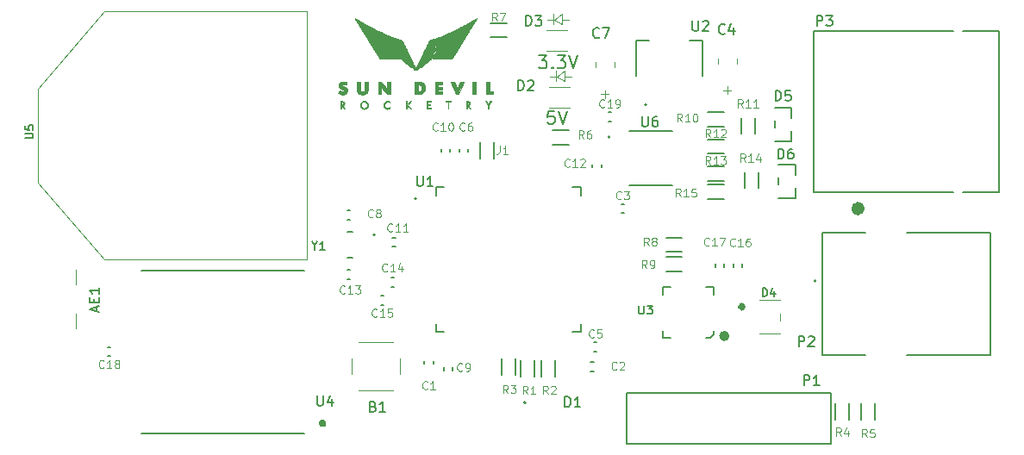
<source format=gbr>
%TF.GenerationSoftware,KiCad,Pcbnew,7.0.1*%
%TF.CreationDate,2023-04-09T14:50:30-07:00*%
%TF.ProjectId,Ground-Station-Telemetry,47726f75-6e64-42d5-9374-6174696f6e2d,rev?*%
%TF.SameCoordinates,Original*%
%TF.FileFunction,Legend,Top*%
%TF.FilePolarity,Positive*%
%FSLAX46Y46*%
G04 Gerber Fmt 4.6, Leading zero omitted, Abs format (unit mm)*
G04 Created by KiCad (PCBNEW 7.0.1) date 2023-04-09 14:50:30*
%MOMM*%
%LPD*%
G01*
G04 APERTURE LIST*
%ADD10C,0.150000*%
%ADD11C,0.076200*%
%ADD12C,0.177800*%
%ADD13C,0.127000*%
%ADD14C,0.152400*%
%ADD15C,0.180416*%
%ADD16C,0.120000*%
%ADD17C,0.635000*%
%ADD18C,0.200000*%
%ADD19C,0.010000*%
%ADD20C,0.381000*%
%ADD21C,0.508000*%
G04 APERTURE END LIST*
D10*
X183545238Y-76787526D02*
X184331429Y-76787526D01*
X184331429Y-76787526D02*
X183908095Y-77271335D01*
X183908095Y-77271335D02*
X184089524Y-77271335D01*
X184089524Y-77271335D02*
X184210476Y-77331811D01*
X184210476Y-77331811D02*
X184270952Y-77392288D01*
X184270952Y-77392288D02*
X184331429Y-77513240D01*
X184331429Y-77513240D02*
X184331429Y-77815621D01*
X184331429Y-77815621D02*
X184270952Y-77936573D01*
X184270952Y-77936573D02*
X184210476Y-77997050D01*
X184210476Y-77997050D02*
X184089524Y-78057526D01*
X184089524Y-78057526D02*
X183726667Y-78057526D01*
X183726667Y-78057526D02*
X183605714Y-77997050D01*
X183605714Y-77997050D02*
X183545238Y-77936573D01*
X184875714Y-77936573D02*
X184936191Y-77997050D01*
X184936191Y-77997050D02*
X184875714Y-78057526D01*
X184875714Y-78057526D02*
X184815238Y-77997050D01*
X184815238Y-77997050D02*
X184875714Y-77936573D01*
X184875714Y-77936573D02*
X184875714Y-78057526D01*
X185359524Y-76787526D02*
X186145715Y-76787526D01*
X186145715Y-76787526D02*
X185722381Y-77271335D01*
X185722381Y-77271335D02*
X185903810Y-77271335D01*
X185903810Y-77271335D02*
X186024762Y-77331811D01*
X186024762Y-77331811D02*
X186085238Y-77392288D01*
X186085238Y-77392288D02*
X186145715Y-77513240D01*
X186145715Y-77513240D02*
X186145715Y-77815621D01*
X186145715Y-77815621D02*
X186085238Y-77936573D01*
X186085238Y-77936573D02*
X186024762Y-77997050D01*
X186024762Y-77997050D02*
X185903810Y-78057526D01*
X185903810Y-78057526D02*
X185540953Y-78057526D01*
X185540953Y-78057526D02*
X185420000Y-77997050D01*
X185420000Y-77997050D02*
X185359524Y-77936573D01*
X186508572Y-76787526D02*
X186931905Y-78057526D01*
X186931905Y-78057526D02*
X187355239Y-76787526D01*
X185051095Y-82248526D02*
X184446333Y-82248526D01*
X184446333Y-82248526D02*
X184385857Y-82853288D01*
X184385857Y-82853288D02*
X184446333Y-82792811D01*
X184446333Y-82792811D02*
X184567286Y-82732335D01*
X184567286Y-82732335D02*
X184869667Y-82732335D01*
X184869667Y-82732335D02*
X184990619Y-82792811D01*
X184990619Y-82792811D02*
X185051095Y-82853288D01*
X185051095Y-82853288D02*
X185111572Y-82974240D01*
X185111572Y-82974240D02*
X185111572Y-83276621D01*
X185111572Y-83276621D02*
X185051095Y-83397573D01*
X185051095Y-83397573D02*
X184990619Y-83458050D01*
X184990619Y-83458050D02*
X184869667Y-83518526D01*
X184869667Y-83518526D02*
X184567286Y-83518526D01*
X184567286Y-83518526D02*
X184446333Y-83458050D01*
X184446333Y-83458050D02*
X184385857Y-83397573D01*
X185474429Y-82248526D02*
X185897762Y-83518526D01*
X185897762Y-83518526D02*
X186321096Y-82248526D01*
D11*
%TO.C,C9*%
X176015667Y-107735904D02*
X175977571Y-107774000D01*
X175977571Y-107774000D02*
X175863286Y-107812095D01*
X175863286Y-107812095D02*
X175787095Y-107812095D01*
X175787095Y-107812095D02*
X175672809Y-107774000D01*
X175672809Y-107774000D02*
X175596619Y-107697809D01*
X175596619Y-107697809D02*
X175558524Y-107621619D01*
X175558524Y-107621619D02*
X175520428Y-107469238D01*
X175520428Y-107469238D02*
X175520428Y-107354952D01*
X175520428Y-107354952D02*
X175558524Y-107202571D01*
X175558524Y-107202571D02*
X175596619Y-107126380D01*
X175596619Y-107126380D02*
X175672809Y-107050190D01*
X175672809Y-107050190D02*
X175787095Y-107012095D01*
X175787095Y-107012095D02*
X175863286Y-107012095D01*
X175863286Y-107012095D02*
X175977571Y-107050190D01*
X175977571Y-107050190D02*
X176015667Y-107088285D01*
X176396619Y-107812095D02*
X176549000Y-107812095D01*
X176549000Y-107812095D02*
X176625190Y-107774000D01*
X176625190Y-107774000D02*
X176663286Y-107735904D01*
X176663286Y-107735904D02*
X176739476Y-107621619D01*
X176739476Y-107621619D02*
X176777571Y-107469238D01*
X176777571Y-107469238D02*
X176777571Y-107164476D01*
X176777571Y-107164476D02*
X176739476Y-107088285D01*
X176739476Y-107088285D02*
X176701381Y-107050190D01*
X176701381Y-107050190D02*
X176625190Y-107012095D01*
X176625190Y-107012095D02*
X176472809Y-107012095D01*
X176472809Y-107012095D02*
X176396619Y-107050190D01*
X176396619Y-107050190D02*
X176358524Y-107088285D01*
X176358524Y-107088285D02*
X176320428Y-107164476D01*
X176320428Y-107164476D02*
X176320428Y-107354952D01*
X176320428Y-107354952D02*
X176358524Y-107431142D01*
X176358524Y-107431142D02*
X176396619Y-107469238D01*
X176396619Y-107469238D02*
X176472809Y-107507333D01*
X176472809Y-107507333D02*
X176625190Y-107507333D01*
X176625190Y-107507333D02*
X176701381Y-107469238D01*
X176701381Y-107469238D02*
X176739476Y-107431142D01*
X176739476Y-107431142D02*
X176777571Y-107354952D01*
D10*
%TO.C,U6*%
X193675095Y-82774619D02*
X193675095Y-83584142D01*
X193675095Y-83584142D02*
X193722714Y-83679380D01*
X193722714Y-83679380D02*
X193770333Y-83727000D01*
X193770333Y-83727000D02*
X193865571Y-83774619D01*
X193865571Y-83774619D02*
X194056047Y-83774619D01*
X194056047Y-83774619D02*
X194151285Y-83727000D01*
X194151285Y-83727000D02*
X194198904Y-83679380D01*
X194198904Y-83679380D02*
X194246523Y-83584142D01*
X194246523Y-83584142D02*
X194246523Y-82774619D01*
X195151285Y-82774619D02*
X194960809Y-82774619D01*
X194960809Y-82774619D02*
X194865571Y-82822238D01*
X194865571Y-82822238D02*
X194817952Y-82869857D01*
X194817952Y-82869857D02*
X194722714Y-83012714D01*
X194722714Y-83012714D02*
X194675095Y-83203190D01*
X194675095Y-83203190D02*
X194675095Y-83584142D01*
X194675095Y-83584142D02*
X194722714Y-83679380D01*
X194722714Y-83679380D02*
X194770333Y-83727000D01*
X194770333Y-83727000D02*
X194865571Y-83774619D01*
X194865571Y-83774619D02*
X195056047Y-83774619D01*
X195056047Y-83774619D02*
X195151285Y-83727000D01*
X195151285Y-83727000D02*
X195198904Y-83679380D01*
X195198904Y-83679380D02*
X195246523Y-83584142D01*
X195246523Y-83584142D02*
X195246523Y-83346047D01*
X195246523Y-83346047D02*
X195198904Y-83250809D01*
X195198904Y-83250809D02*
X195151285Y-83203190D01*
X195151285Y-83203190D02*
X195056047Y-83155571D01*
X195056047Y-83155571D02*
X194865571Y-83155571D01*
X194865571Y-83155571D02*
X194770333Y-83203190D01*
X194770333Y-83203190D02*
X194722714Y-83250809D01*
X194722714Y-83250809D02*
X194675095Y-83346047D01*
D11*
%TO.C,C15*%
X167633714Y-102401904D02*
X167595618Y-102440000D01*
X167595618Y-102440000D02*
X167481333Y-102478095D01*
X167481333Y-102478095D02*
X167405142Y-102478095D01*
X167405142Y-102478095D02*
X167290856Y-102440000D01*
X167290856Y-102440000D02*
X167214666Y-102363809D01*
X167214666Y-102363809D02*
X167176571Y-102287619D01*
X167176571Y-102287619D02*
X167138475Y-102135238D01*
X167138475Y-102135238D02*
X167138475Y-102020952D01*
X167138475Y-102020952D02*
X167176571Y-101868571D01*
X167176571Y-101868571D02*
X167214666Y-101792380D01*
X167214666Y-101792380D02*
X167290856Y-101716190D01*
X167290856Y-101716190D02*
X167405142Y-101678095D01*
X167405142Y-101678095D02*
X167481333Y-101678095D01*
X167481333Y-101678095D02*
X167595618Y-101716190D01*
X167595618Y-101716190D02*
X167633714Y-101754285D01*
X168395618Y-102478095D02*
X167938475Y-102478095D01*
X168167047Y-102478095D02*
X168167047Y-101678095D01*
X168167047Y-101678095D02*
X168090856Y-101792380D01*
X168090856Y-101792380D02*
X168014666Y-101868571D01*
X168014666Y-101868571D02*
X167938475Y-101906666D01*
X169119428Y-101678095D02*
X168738476Y-101678095D01*
X168738476Y-101678095D02*
X168700380Y-102059047D01*
X168700380Y-102059047D02*
X168738476Y-102020952D01*
X168738476Y-102020952D02*
X168814666Y-101982857D01*
X168814666Y-101982857D02*
X169005142Y-101982857D01*
X169005142Y-101982857D02*
X169081333Y-102020952D01*
X169081333Y-102020952D02*
X169119428Y-102059047D01*
X169119428Y-102059047D02*
X169157523Y-102135238D01*
X169157523Y-102135238D02*
X169157523Y-102325714D01*
X169157523Y-102325714D02*
X169119428Y-102401904D01*
X169119428Y-102401904D02*
X169081333Y-102440000D01*
X169081333Y-102440000D02*
X169005142Y-102478095D01*
X169005142Y-102478095D02*
X168814666Y-102478095D01*
X168814666Y-102478095D02*
X168738476Y-102440000D01*
X168738476Y-102440000D02*
X168700380Y-102401904D01*
%TO.C,R12*%
X200399714Y-84825095D02*
X200133047Y-84444142D01*
X199942571Y-84825095D02*
X199942571Y-84025095D01*
X199942571Y-84025095D02*
X200247333Y-84025095D01*
X200247333Y-84025095D02*
X200323523Y-84063190D01*
X200323523Y-84063190D02*
X200361618Y-84101285D01*
X200361618Y-84101285D02*
X200399714Y-84177476D01*
X200399714Y-84177476D02*
X200399714Y-84291761D01*
X200399714Y-84291761D02*
X200361618Y-84367952D01*
X200361618Y-84367952D02*
X200323523Y-84406047D01*
X200323523Y-84406047D02*
X200247333Y-84444142D01*
X200247333Y-84444142D02*
X199942571Y-84444142D01*
X201161618Y-84825095D02*
X200704475Y-84825095D01*
X200933047Y-84825095D02*
X200933047Y-84025095D01*
X200933047Y-84025095D02*
X200856856Y-84139380D01*
X200856856Y-84139380D02*
X200780666Y-84215571D01*
X200780666Y-84215571D02*
X200704475Y-84253666D01*
X201466380Y-84101285D02*
X201504476Y-84063190D01*
X201504476Y-84063190D02*
X201580666Y-84025095D01*
X201580666Y-84025095D02*
X201771142Y-84025095D01*
X201771142Y-84025095D02*
X201847333Y-84063190D01*
X201847333Y-84063190D02*
X201885428Y-84101285D01*
X201885428Y-84101285D02*
X201923523Y-84177476D01*
X201923523Y-84177476D02*
X201923523Y-84253666D01*
X201923523Y-84253666D02*
X201885428Y-84367952D01*
X201885428Y-84367952D02*
X201428285Y-84825095D01*
X201428285Y-84825095D02*
X201923523Y-84825095D01*
D10*
%TO.C,U5*%
X133083365Y-84883925D02*
X133720786Y-84883925D01*
X133720786Y-84883925D02*
X133795776Y-84846430D01*
X133795776Y-84846430D02*
X133833272Y-84808934D01*
X133833272Y-84808934D02*
X133870767Y-84733944D01*
X133870767Y-84733944D02*
X133870767Y-84583962D01*
X133870767Y-84583962D02*
X133833272Y-84508972D01*
X133833272Y-84508972D02*
X133795776Y-84471476D01*
X133795776Y-84471476D02*
X133720786Y-84433981D01*
X133720786Y-84433981D02*
X133083365Y-84433981D01*
X133083365Y-83684075D02*
X133083365Y-84059028D01*
X133083365Y-84059028D02*
X133458318Y-84096523D01*
X133458318Y-84096523D02*
X133420823Y-84059028D01*
X133420823Y-84059028D02*
X133383328Y-83984037D01*
X133383328Y-83984037D02*
X133383328Y-83796561D01*
X133383328Y-83796561D02*
X133420823Y-83721570D01*
X133420823Y-83721570D02*
X133458318Y-83684075D01*
X133458318Y-83684075D02*
X133533309Y-83646579D01*
X133533309Y-83646579D02*
X133720786Y-83646579D01*
X133720786Y-83646579D02*
X133795776Y-83684075D01*
X133795776Y-83684075D02*
X133833272Y-83721570D01*
X133833272Y-83721570D02*
X133870767Y-83796561D01*
X133870767Y-83796561D02*
X133870767Y-83984037D01*
X133870767Y-83984037D02*
X133833272Y-84059028D01*
X133833272Y-84059028D02*
X133795776Y-84096523D01*
%TO.C,P3*%
X210843905Y-73868619D02*
X210843905Y-72868619D01*
X210843905Y-72868619D02*
X211224857Y-72868619D01*
X211224857Y-72868619D02*
X211320095Y-72916238D01*
X211320095Y-72916238D02*
X211367714Y-72963857D01*
X211367714Y-72963857D02*
X211415333Y-73059095D01*
X211415333Y-73059095D02*
X211415333Y-73201952D01*
X211415333Y-73201952D02*
X211367714Y-73297190D01*
X211367714Y-73297190D02*
X211320095Y-73344809D01*
X211320095Y-73344809D02*
X211224857Y-73392428D01*
X211224857Y-73392428D02*
X210843905Y-73392428D01*
X211748667Y-72868619D02*
X212367714Y-72868619D01*
X212367714Y-72868619D02*
X212034381Y-73249571D01*
X212034381Y-73249571D02*
X212177238Y-73249571D01*
X212177238Y-73249571D02*
X212272476Y-73297190D01*
X212272476Y-73297190D02*
X212320095Y-73344809D01*
X212320095Y-73344809D02*
X212367714Y-73440047D01*
X212367714Y-73440047D02*
X212367714Y-73678142D01*
X212367714Y-73678142D02*
X212320095Y-73773380D01*
X212320095Y-73773380D02*
X212272476Y-73821000D01*
X212272476Y-73821000D02*
X212177238Y-73868619D01*
X212177238Y-73868619D02*
X211891524Y-73868619D01*
X211891524Y-73868619D02*
X211796286Y-73821000D01*
X211796286Y-73821000D02*
X211748667Y-73773380D01*
%TO.C,B1*%
X167260638Y-111267009D02*
X167403495Y-111314628D01*
X167403495Y-111314628D02*
X167451114Y-111362247D01*
X167451114Y-111362247D02*
X167498733Y-111457485D01*
X167498733Y-111457485D02*
X167498733Y-111600342D01*
X167498733Y-111600342D02*
X167451114Y-111695580D01*
X167451114Y-111695580D02*
X167403495Y-111743200D01*
X167403495Y-111743200D02*
X167308257Y-111790819D01*
X167308257Y-111790819D02*
X166927305Y-111790819D01*
X166927305Y-111790819D02*
X166927305Y-110790819D01*
X166927305Y-110790819D02*
X167260638Y-110790819D01*
X167260638Y-110790819D02*
X167355876Y-110838438D01*
X167355876Y-110838438D02*
X167403495Y-110886057D01*
X167403495Y-110886057D02*
X167451114Y-110981295D01*
X167451114Y-110981295D02*
X167451114Y-111076533D01*
X167451114Y-111076533D02*
X167403495Y-111171771D01*
X167403495Y-111171771D02*
X167355876Y-111219390D01*
X167355876Y-111219390D02*
X167260638Y-111267009D01*
X167260638Y-111267009D02*
X166927305Y-111267009D01*
X168451114Y-111790819D02*
X167879686Y-111790819D01*
X168165400Y-111790819D02*
X168165400Y-110790819D01*
X168165400Y-110790819D02*
X168070162Y-110933676D01*
X168070162Y-110933676D02*
X167974924Y-111028914D01*
X167974924Y-111028914D02*
X167879686Y-111076533D01*
%TO.C,D3*%
X182268905Y-73868619D02*
X182268905Y-72868619D01*
X182268905Y-72868619D02*
X182507000Y-72868619D01*
X182507000Y-72868619D02*
X182649857Y-72916238D01*
X182649857Y-72916238D02*
X182745095Y-73011476D01*
X182745095Y-73011476D02*
X182792714Y-73106714D01*
X182792714Y-73106714D02*
X182840333Y-73297190D01*
X182840333Y-73297190D02*
X182840333Y-73440047D01*
X182840333Y-73440047D02*
X182792714Y-73630523D01*
X182792714Y-73630523D02*
X182745095Y-73725761D01*
X182745095Y-73725761D02*
X182649857Y-73821000D01*
X182649857Y-73821000D02*
X182507000Y-73868619D01*
X182507000Y-73868619D02*
X182268905Y-73868619D01*
X183173667Y-72868619D02*
X183792714Y-72868619D01*
X183792714Y-72868619D02*
X183459381Y-73249571D01*
X183459381Y-73249571D02*
X183602238Y-73249571D01*
X183602238Y-73249571D02*
X183697476Y-73297190D01*
X183697476Y-73297190D02*
X183745095Y-73344809D01*
X183745095Y-73344809D02*
X183792714Y-73440047D01*
X183792714Y-73440047D02*
X183792714Y-73678142D01*
X183792714Y-73678142D02*
X183745095Y-73773380D01*
X183745095Y-73773380D02*
X183697476Y-73821000D01*
X183697476Y-73821000D02*
X183602238Y-73868619D01*
X183602238Y-73868619D02*
X183316524Y-73868619D01*
X183316524Y-73868619D02*
X183221286Y-73821000D01*
X183221286Y-73821000D02*
X183173667Y-73773380D01*
%TO.C,U4*%
X161767911Y-110205591D02*
X161767911Y-111016663D01*
X161767911Y-111016663D02*
X161815621Y-111112083D01*
X161815621Y-111112083D02*
X161863332Y-111159794D01*
X161863332Y-111159794D02*
X161958752Y-111207504D01*
X161958752Y-111207504D02*
X162149592Y-111207504D01*
X162149592Y-111207504D02*
X162245013Y-111159794D01*
X162245013Y-111159794D02*
X162292723Y-111112083D01*
X162292723Y-111112083D02*
X162340433Y-111016663D01*
X162340433Y-111016663D02*
X162340433Y-110205591D01*
X163246926Y-110539562D02*
X163246926Y-111207504D01*
X163008375Y-110157881D02*
X162769824Y-110873533D01*
X162769824Y-110873533D02*
X163390056Y-110873533D01*
D11*
%TO.C,C13*%
X164481714Y-100115904D02*
X164443618Y-100154000D01*
X164443618Y-100154000D02*
X164329333Y-100192095D01*
X164329333Y-100192095D02*
X164253142Y-100192095D01*
X164253142Y-100192095D02*
X164138856Y-100154000D01*
X164138856Y-100154000D02*
X164062666Y-100077809D01*
X164062666Y-100077809D02*
X164024571Y-100001619D01*
X164024571Y-100001619D02*
X163986475Y-99849238D01*
X163986475Y-99849238D02*
X163986475Y-99734952D01*
X163986475Y-99734952D02*
X164024571Y-99582571D01*
X164024571Y-99582571D02*
X164062666Y-99506380D01*
X164062666Y-99506380D02*
X164138856Y-99430190D01*
X164138856Y-99430190D02*
X164253142Y-99392095D01*
X164253142Y-99392095D02*
X164329333Y-99392095D01*
X164329333Y-99392095D02*
X164443618Y-99430190D01*
X164443618Y-99430190D02*
X164481714Y-99468285D01*
X165243618Y-100192095D02*
X164786475Y-100192095D01*
X165015047Y-100192095D02*
X165015047Y-99392095D01*
X165015047Y-99392095D02*
X164938856Y-99506380D01*
X164938856Y-99506380D02*
X164862666Y-99582571D01*
X164862666Y-99582571D02*
X164786475Y-99620666D01*
X165510285Y-99392095D02*
X166005523Y-99392095D01*
X166005523Y-99392095D02*
X165738857Y-99696857D01*
X165738857Y-99696857D02*
X165853142Y-99696857D01*
X165853142Y-99696857D02*
X165929333Y-99734952D01*
X165929333Y-99734952D02*
X165967428Y-99773047D01*
X165967428Y-99773047D02*
X166005523Y-99849238D01*
X166005523Y-99849238D02*
X166005523Y-100039714D01*
X166005523Y-100039714D02*
X165967428Y-100115904D01*
X165967428Y-100115904D02*
X165929333Y-100154000D01*
X165929333Y-100154000D02*
X165853142Y-100192095D01*
X165853142Y-100192095D02*
X165624571Y-100192095D01*
X165624571Y-100192095D02*
X165548380Y-100154000D01*
X165548380Y-100154000D02*
X165510285Y-100115904D01*
%TO.C,R10*%
X197605714Y-83301095D02*
X197339047Y-82920142D01*
X197148571Y-83301095D02*
X197148571Y-82501095D01*
X197148571Y-82501095D02*
X197453333Y-82501095D01*
X197453333Y-82501095D02*
X197529523Y-82539190D01*
X197529523Y-82539190D02*
X197567618Y-82577285D01*
X197567618Y-82577285D02*
X197605714Y-82653476D01*
X197605714Y-82653476D02*
X197605714Y-82767761D01*
X197605714Y-82767761D02*
X197567618Y-82843952D01*
X197567618Y-82843952D02*
X197529523Y-82882047D01*
X197529523Y-82882047D02*
X197453333Y-82920142D01*
X197453333Y-82920142D02*
X197148571Y-82920142D01*
X198367618Y-83301095D02*
X197910475Y-83301095D01*
X198139047Y-83301095D02*
X198139047Y-82501095D01*
X198139047Y-82501095D02*
X198062856Y-82615380D01*
X198062856Y-82615380D02*
X197986666Y-82691571D01*
X197986666Y-82691571D02*
X197910475Y-82729666D01*
X198862857Y-82501095D02*
X198939047Y-82501095D01*
X198939047Y-82501095D02*
X199015238Y-82539190D01*
X199015238Y-82539190D02*
X199053333Y-82577285D01*
X199053333Y-82577285D02*
X199091428Y-82653476D01*
X199091428Y-82653476D02*
X199129523Y-82805857D01*
X199129523Y-82805857D02*
X199129523Y-82996333D01*
X199129523Y-82996333D02*
X199091428Y-83148714D01*
X199091428Y-83148714D02*
X199053333Y-83224904D01*
X199053333Y-83224904D02*
X199015238Y-83263000D01*
X199015238Y-83263000D02*
X198939047Y-83301095D01*
X198939047Y-83301095D02*
X198862857Y-83301095D01*
X198862857Y-83301095D02*
X198786666Y-83263000D01*
X198786666Y-83263000D02*
X198748571Y-83224904D01*
X198748571Y-83224904D02*
X198710476Y-83148714D01*
X198710476Y-83148714D02*
X198672380Y-82996333D01*
X198672380Y-82996333D02*
X198672380Y-82805857D01*
X198672380Y-82805857D02*
X198710476Y-82653476D01*
X198710476Y-82653476D02*
X198748571Y-82577285D01*
X198748571Y-82577285D02*
X198786666Y-82539190D01*
X198786666Y-82539190D02*
X198862857Y-82501095D01*
%TO.C,R4*%
X213226667Y-114162095D02*
X212960000Y-113781142D01*
X212769524Y-114162095D02*
X212769524Y-113362095D01*
X212769524Y-113362095D02*
X213074286Y-113362095D01*
X213074286Y-113362095D02*
X213150476Y-113400190D01*
X213150476Y-113400190D02*
X213188571Y-113438285D01*
X213188571Y-113438285D02*
X213226667Y-113514476D01*
X213226667Y-113514476D02*
X213226667Y-113628761D01*
X213226667Y-113628761D02*
X213188571Y-113704952D01*
X213188571Y-113704952D02*
X213150476Y-113743047D01*
X213150476Y-113743047D02*
X213074286Y-113781142D01*
X213074286Y-113781142D02*
X212769524Y-113781142D01*
X213912381Y-113628761D02*
X213912381Y-114162095D01*
X213721905Y-113324000D02*
X213531428Y-113895428D01*
X213531428Y-113895428D02*
X214026667Y-113895428D01*
D12*
%TO.C,P1*%
X209580843Y-109170270D02*
X209580843Y-108179670D01*
X209580843Y-108179670D02*
X209958214Y-108179670D01*
X209958214Y-108179670D02*
X210052557Y-108226841D01*
X210052557Y-108226841D02*
X210099728Y-108274013D01*
X210099728Y-108274013D02*
X210146900Y-108368356D01*
X210146900Y-108368356D02*
X210146900Y-108509870D01*
X210146900Y-108509870D02*
X210099728Y-108604213D01*
X210099728Y-108604213D02*
X210052557Y-108651384D01*
X210052557Y-108651384D02*
X209958214Y-108698556D01*
X209958214Y-108698556D02*
X209580843Y-108698556D01*
X211090328Y-109170270D02*
X210524271Y-109170270D01*
X210807300Y-109170270D02*
X210807300Y-108179670D01*
X210807300Y-108179670D02*
X210712957Y-108321184D01*
X210712957Y-108321184D02*
X210618614Y-108415527D01*
X210618614Y-108415527D02*
X210524271Y-108462699D01*
D10*
%TO.C,C7*%
X189469733Y-74975480D02*
X189422114Y-75023100D01*
X189422114Y-75023100D02*
X189279257Y-75070719D01*
X189279257Y-75070719D02*
X189184019Y-75070719D01*
X189184019Y-75070719D02*
X189041162Y-75023100D01*
X189041162Y-75023100D02*
X188945924Y-74927861D01*
X188945924Y-74927861D02*
X188898305Y-74832623D01*
X188898305Y-74832623D02*
X188850686Y-74642147D01*
X188850686Y-74642147D02*
X188850686Y-74499290D01*
X188850686Y-74499290D02*
X188898305Y-74308814D01*
X188898305Y-74308814D02*
X188945924Y-74213576D01*
X188945924Y-74213576D02*
X189041162Y-74118338D01*
X189041162Y-74118338D02*
X189184019Y-74070719D01*
X189184019Y-74070719D02*
X189279257Y-74070719D01*
X189279257Y-74070719D02*
X189422114Y-74118338D01*
X189422114Y-74118338D02*
X189469733Y-74165957D01*
X189803067Y-74070719D02*
X190469733Y-74070719D01*
X190469733Y-74070719D02*
X190041162Y-75070719D01*
%TO.C,D4*%
X205521076Y-100452016D02*
X205521076Y-99639216D01*
X205521076Y-99639216D02*
X205714600Y-99639216D01*
X205714600Y-99639216D02*
X205830714Y-99677921D01*
X205830714Y-99677921D02*
X205908124Y-99755331D01*
X205908124Y-99755331D02*
X205946829Y-99832740D01*
X205946829Y-99832740D02*
X205985533Y-99987559D01*
X205985533Y-99987559D02*
X205985533Y-100103673D01*
X205985533Y-100103673D02*
X205946829Y-100258492D01*
X205946829Y-100258492D02*
X205908124Y-100335902D01*
X205908124Y-100335902D02*
X205830714Y-100413312D01*
X205830714Y-100413312D02*
X205714600Y-100452016D01*
X205714600Y-100452016D02*
X205521076Y-100452016D01*
X206682219Y-99910150D02*
X206682219Y-100452016D01*
X206488695Y-99600512D02*
X206295172Y-100181083D01*
X206295172Y-100181083D02*
X206798333Y-100181083D01*
%TO.C,Y1*%
X161544048Y-95493142D02*
X161544048Y-95874095D01*
X161277381Y-95074095D02*
X161544048Y-95493142D01*
X161544048Y-95493142D02*
X161810714Y-95074095D01*
X162496428Y-95874095D02*
X162039285Y-95874095D01*
X162267857Y-95874095D02*
X162267857Y-95074095D01*
X162267857Y-95074095D02*
X162191666Y-95188380D01*
X162191666Y-95188380D02*
X162115476Y-95264571D01*
X162115476Y-95264571D02*
X162039285Y-95302666D01*
D11*
%TO.C,C14*%
X168649714Y-97956904D02*
X168611618Y-97995000D01*
X168611618Y-97995000D02*
X168497333Y-98033095D01*
X168497333Y-98033095D02*
X168421142Y-98033095D01*
X168421142Y-98033095D02*
X168306856Y-97995000D01*
X168306856Y-97995000D02*
X168230666Y-97918809D01*
X168230666Y-97918809D02*
X168192571Y-97842619D01*
X168192571Y-97842619D02*
X168154475Y-97690238D01*
X168154475Y-97690238D02*
X168154475Y-97575952D01*
X168154475Y-97575952D02*
X168192571Y-97423571D01*
X168192571Y-97423571D02*
X168230666Y-97347380D01*
X168230666Y-97347380D02*
X168306856Y-97271190D01*
X168306856Y-97271190D02*
X168421142Y-97233095D01*
X168421142Y-97233095D02*
X168497333Y-97233095D01*
X168497333Y-97233095D02*
X168611618Y-97271190D01*
X168611618Y-97271190D02*
X168649714Y-97309285D01*
X169411618Y-98033095D02*
X168954475Y-98033095D01*
X169183047Y-98033095D02*
X169183047Y-97233095D01*
X169183047Y-97233095D02*
X169106856Y-97347380D01*
X169106856Y-97347380D02*
X169030666Y-97423571D01*
X169030666Y-97423571D02*
X168954475Y-97461666D01*
X170097333Y-97499761D02*
X170097333Y-98033095D01*
X169906857Y-97195000D02*
X169716380Y-97766428D01*
X169716380Y-97766428D02*
X170211619Y-97766428D01*
%TO.C,R7*%
X179444667Y-73395095D02*
X179178000Y-73014142D01*
X178987524Y-73395095D02*
X178987524Y-72595095D01*
X178987524Y-72595095D02*
X179292286Y-72595095D01*
X179292286Y-72595095D02*
X179368476Y-72633190D01*
X179368476Y-72633190D02*
X179406571Y-72671285D01*
X179406571Y-72671285D02*
X179444667Y-72747476D01*
X179444667Y-72747476D02*
X179444667Y-72861761D01*
X179444667Y-72861761D02*
X179406571Y-72937952D01*
X179406571Y-72937952D02*
X179368476Y-72976047D01*
X179368476Y-72976047D02*
X179292286Y-73014142D01*
X179292286Y-73014142D02*
X178987524Y-73014142D01*
X179711333Y-72595095D02*
X180244667Y-72595095D01*
X180244667Y-72595095D02*
X179901809Y-73395095D01*
D10*
%TO.C,D2*%
X181506905Y-80218619D02*
X181506905Y-79218619D01*
X181506905Y-79218619D02*
X181745000Y-79218619D01*
X181745000Y-79218619D02*
X181887857Y-79266238D01*
X181887857Y-79266238D02*
X181983095Y-79361476D01*
X181983095Y-79361476D02*
X182030714Y-79456714D01*
X182030714Y-79456714D02*
X182078333Y-79647190D01*
X182078333Y-79647190D02*
X182078333Y-79790047D01*
X182078333Y-79790047D02*
X182030714Y-79980523D01*
X182030714Y-79980523D02*
X181983095Y-80075761D01*
X181983095Y-80075761D02*
X181887857Y-80171000D01*
X181887857Y-80171000D02*
X181745000Y-80218619D01*
X181745000Y-80218619D02*
X181506905Y-80218619D01*
X182459286Y-79313857D02*
X182506905Y-79266238D01*
X182506905Y-79266238D02*
X182602143Y-79218619D01*
X182602143Y-79218619D02*
X182840238Y-79218619D01*
X182840238Y-79218619D02*
X182935476Y-79266238D01*
X182935476Y-79266238D02*
X182983095Y-79313857D01*
X182983095Y-79313857D02*
X183030714Y-79409095D01*
X183030714Y-79409095D02*
X183030714Y-79504333D01*
X183030714Y-79504333D02*
X182983095Y-79647190D01*
X182983095Y-79647190D02*
X182411667Y-80218619D01*
X182411667Y-80218619D02*
X183030714Y-80218619D01*
D11*
%TO.C,R3*%
X180511467Y-109945695D02*
X180244800Y-109564742D01*
X180054324Y-109945695D02*
X180054324Y-109145695D01*
X180054324Y-109145695D02*
X180359086Y-109145695D01*
X180359086Y-109145695D02*
X180435276Y-109183790D01*
X180435276Y-109183790D02*
X180473371Y-109221885D01*
X180473371Y-109221885D02*
X180511467Y-109298076D01*
X180511467Y-109298076D02*
X180511467Y-109412361D01*
X180511467Y-109412361D02*
X180473371Y-109488552D01*
X180473371Y-109488552D02*
X180435276Y-109526647D01*
X180435276Y-109526647D02*
X180359086Y-109564742D01*
X180359086Y-109564742D02*
X180054324Y-109564742D01*
X180778133Y-109145695D02*
X181273371Y-109145695D01*
X181273371Y-109145695D02*
X181006705Y-109450457D01*
X181006705Y-109450457D02*
X181120990Y-109450457D01*
X181120990Y-109450457D02*
X181197181Y-109488552D01*
X181197181Y-109488552D02*
X181235276Y-109526647D01*
X181235276Y-109526647D02*
X181273371Y-109602838D01*
X181273371Y-109602838D02*
X181273371Y-109793314D01*
X181273371Y-109793314D02*
X181235276Y-109869504D01*
X181235276Y-109869504D02*
X181197181Y-109907600D01*
X181197181Y-109907600D02*
X181120990Y-109945695D01*
X181120990Y-109945695D02*
X180892419Y-109945695D01*
X180892419Y-109945695D02*
X180816228Y-109907600D01*
X180816228Y-109907600D02*
X180778133Y-109869504D01*
%TO.C,R1*%
X182441867Y-110047295D02*
X182175200Y-109666342D01*
X181984724Y-110047295D02*
X181984724Y-109247295D01*
X181984724Y-109247295D02*
X182289486Y-109247295D01*
X182289486Y-109247295D02*
X182365676Y-109285390D01*
X182365676Y-109285390D02*
X182403771Y-109323485D01*
X182403771Y-109323485D02*
X182441867Y-109399676D01*
X182441867Y-109399676D02*
X182441867Y-109513961D01*
X182441867Y-109513961D02*
X182403771Y-109590152D01*
X182403771Y-109590152D02*
X182365676Y-109628247D01*
X182365676Y-109628247D02*
X182289486Y-109666342D01*
X182289486Y-109666342D02*
X181984724Y-109666342D01*
X183203771Y-110047295D02*
X182746628Y-110047295D01*
X182975200Y-110047295D02*
X182975200Y-109247295D01*
X182975200Y-109247295D02*
X182899009Y-109361580D01*
X182899009Y-109361580D02*
X182822819Y-109437771D01*
X182822819Y-109437771D02*
X182746628Y-109475866D01*
%TO.C,C2*%
X191179467Y-107583504D02*
X191141371Y-107621600D01*
X191141371Y-107621600D02*
X191027086Y-107659695D01*
X191027086Y-107659695D02*
X190950895Y-107659695D01*
X190950895Y-107659695D02*
X190836609Y-107621600D01*
X190836609Y-107621600D02*
X190760419Y-107545409D01*
X190760419Y-107545409D02*
X190722324Y-107469219D01*
X190722324Y-107469219D02*
X190684228Y-107316838D01*
X190684228Y-107316838D02*
X190684228Y-107202552D01*
X190684228Y-107202552D02*
X190722324Y-107050171D01*
X190722324Y-107050171D02*
X190760419Y-106973980D01*
X190760419Y-106973980D02*
X190836609Y-106897790D01*
X190836609Y-106897790D02*
X190950895Y-106859695D01*
X190950895Y-106859695D02*
X191027086Y-106859695D01*
X191027086Y-106859695D02*
X191141371Y-106897790D01*
X191141371Y-106897790D02*
X191179467Y-106935885D01*
X191484228Y-106935885D02*
X191522324Y-106897790D01*
X191522324Y-106897790D02*
X191598514Y-106859695D01*
X191598514Y-106859695D02*
X191788990Y-106859695D01*
X191788990Y-106859695D02*
X191865181Y-106897790D01*
X191865181Y-106897790D02*
X191903276Y-106935885D01*
X191903276Y-106935885D02*
X191941371Y-107012076D01*
X191941371Y-107012076D02*
X191941371Y-107088266D01*
X191941371Y-107088266D02*
X191903276Y-107202552D01*
X191903276Y-107202552D02*
X191446133Y-107659695D01*
X191446133Y-107659695D02*
X191941371Y-107659695D01*
%TO.C,C17*%
X200272714Y-95416904D02*
X200234618Y-95455000D01*
X200234618Y-95455000D02*
X200120333Y-95493095D01*
X200120333Y-95493095D02*
X200044142Y-95493095D01*
X200044142Y-95493095D02*
X199929856Y-95455000D01*
X199929856Y-95455000D02*
X199853666Y-95378809D01*
X199853666Y-95378809D02*
X199815571Y-95302619D01*
X199815571Y-95302619D02*
X199777475Y-95150238D01*
X199777475Y-95150238D02*
X199777475Y-95035952D01*
X199777475Y-95035952D02*
X199815571Y-94883571D01*
X199815571Y-94883571D02*
X199853666Y-94807380D01*
X199853666Y-94807380D02*
X199929856Y-94731190D01*
X199929856Y-94731190D02*
X200044142Y-94693095D01*
X200044142Y-94693095D02*
X200120333Y-94693095D01*
X200120333Y-94693095D02*
X200234618Y-94731190D01*
X200234618Y-94731190D02*
X200272714Y-94769285D01*
X201034618Y-95493095D02*
X200577475Y-95493095D01*
X200806047Y-95493095D02*
X200806047Y-94693095D01*
X200806047Y-94693095D02*
X200729856Y-94807380D01*
X200729856Y-94807380D02*
X200653666Y-94883571D01*
X200653666Y-94883571D02*
X200577475Y-94921666D01*
X201301285Y-94693095D02*
X201834619Y-94693095D01*
X201834619Y-94693095D02*
X201491761Y-95493095D01*
%TO.C,C12*%
X186556714Y-87669904D02*
X186518618Y-87708000D01*
X186518618Y-87708000D02*
X186404333Y-87746095D01*
X186404333Y-87746095D02*
X186328142Y-87746095D01*
X186328142Y-87746095D02*
X186213856Y-87708000D01*
X186213856Y-87708000D02*
X186137666Y-87631809D01*
X186137666Y-87631809D02*
X186099571Y-87555619D01*
X186099571Y-87555619D02*
X186061475Y-87403238D01*
X186061475Y-87403238D02*
X186061475Y-87288952D01*
X186061475Y-87288952D02*
X186099571Y-87136571D01*
X186099571Y-87136571D02*
X186137666Y-87060380D01*
X186137666Y-87060380D02*
X186213856Y-86984190D01*
X186213856Y-86984190D02*
X186328142Y-86946095D01*
X186328142Y-86946095D02*
X186404333Y-86946095D01*
X186404333Y-86946095D02*
X186518618Y-86984190D01*
X186518618Y-86984190D02*
X186556714Y-87022285D01*
X187318618Y-87746095D02*
X186861475Y-87746095D01*
X187090047Y-87746095D02*
X187090047Y-86946095D01*
X187090047Y-86946095D02*
X187013856Y-87060380D01*
X187013856Y-87060380D02*
X186937666Y-87136571D01*
X186937666Y-87136571D02*
X186861475Y-87174666D01*
X187623380Y-87022285D02*
X187661476Y-86984190D01*
X187661476Y-86984190D02*
X187737666Y-86946095D01*
X187737666Y-86946095D02*
X187928142Y-86946095D01*
X187928142Y-86946095D02*
X188004333Y-86984190D01*
X188004333Y-86984190D02*
X188042428Y-87022285D01*
X188042428Y-87022285D02*
X188080523Y-87098476D01*
X188080523Y-87098476D02*
X188080523Y-87174666D01*
X188080523Y-87174666D02*
X188042428Y-87288952D01*
X188042428Y-87288952D02*
X187585285Y-87746095D01*
X187585285Y-87746095D02*
X188080523Y-87746095D01*
%TO.C,R9*%
X194148667Y-97702895D02*
X193882000Y-97321942D01*
X193691524Y-97702895D02*
X193691524Y-96902895D01*
X193691524Y-96902895D02*
X193996286Y-96902895D01*
X193996286Y-96902895D02*
X194072476Y-96940990D01*
X194072476Y-96940990D02*
X194110571Y-96979085D01*
X194110571Y-96979085D02*
X194148667Y-97055276D01*
X194148667Y-97055276D02*
X194148667Y-97169561D01*
X194148667Y-97169561D02*
X194110571Y-97245752D01*
X194110571Y-97245752D02*
X194072476Y-97283847D01*
X194072476Y-97283847D02*
X193996286Y-97321942D01*
X193996286Y-97321942D02*
X193691524Y-97321942D01*
X194529619Y-97702895D02*
X194682000Y-97702895D01*
X194682000Y-97702895D02*
X194758190Y-97664800D01*
X194758190Y-97664800D02*
X194796286Y-97626704D01*
X194796286Y-97626704D02*
X194872476Y-97512419D01*
X194872476Y-97512419D02*
X194910571Y-97360038D01*
X194910571Y-97360038D02*
X194910571Y-97055276D01*
X194910571Y-97055276D02*
X194872476Y-96979085D01*
X194872476Y-96979085D02*
X194834381Y-96940990D01*
X194834381Y-96940990D02*
X194758190Y-96902895D01*
X194758190Y-96902895D02*
X194605809Y-96902895D01*
X194605809Y-96902895D02*
X194529619Y-96940990D01*
X194529619Y-96940990D02*
X194491524Y-96979085D01*
X194491524Y-96979085D02*
X194453428Y-97055276D01*
X194453428Y-97055276D02*
X194453428Y-97245752D01*
X194453428Y-97245752D02*
X194491524Y-97321942D01*
X194491524Y-97321942D02*
X194529619Y-97360038D01*
X194529619Y-97360038D02*
X194605809Y-97398133D01*
X194605809Y-97398133D02*
X194758190Y-97398133D01*
X194758190Y-97398133D02*
X194834381Y-97360038D01*
X194834381Y-97360038D02*
X194872476Y-97321942D01*
X194872476Y-97321942D02*
X194910571Y-97245752D01*
D10*
%TO.C,P2*%
X209065905Y-105364619D02*
X209065905Y-104364619D01*
X209065905Y-104364619D02*
X209446857Y-104364619D01*
X209446857Y-104364619D02*
X209542095Y-104412238D01*
X209542095Y-104412238D02*
X209589714Y-104459857D01*
X209589714Y-104459857D02*
X209637333Y-104555095D01*
X209637333Y-104555095D02*
X209637333Y-104697952D01*
X209637333Y-104697952D02*
X209589714Y-104793190D01*
X209589714Y-104793190D02*
X209542095Y-104840809D01*
X209542095Y-104840809D02*
X209446857Y-104888428D01*
X209446857Y-104888428D02*
X209065905Y-104888428D01*
X210018286Y-104459857D02*
X210065905Y-104412238D01*
X210065905Y-104412238D02*
X210161143Y-104364619D01*
X210161143Y-104364619D02*
X210399238Y-104364619D01*
X210399238Y-104364619D02*
X210494476Y-104412238D01*
X210494476Y-104412238D02*
X210542095Y-104459857D01*
X210542095Y-104459857D02*
X210589714Y-104555095D01*
X210589714Y-104555095D02*
X210589714Y-104650333D01*
X210589714Y-104650333D02*
X210542095Y-104793190D01*
X210542095Y-104793190D02*
X209970667Y-105364619D01*
X209970667Y-105364619D02*
X210589714Y-105364619D01*
%TO.C,AE1*%
X140105504Y-101928466D02*
X140105504Y-101452276D01*
X140391219Y-102023704D02*
X139391219Y-101690371D01*
X139391219Y-101690371D02*
X140391219Y-101357038D01*
X139867409Y-101023704D02*
X139867409Y-100690371D01*
X140391219Y-100547514D02*
X140391219Y-101023704D01*
X140391219Y-101023704D02*
X139391219Y-101023704D01*
X139391219Y-101023704D02*
X139391219Y-100547514D01*
X140391219Y-99595133D02*
X140391219Y-100166561D01*
X140391219Y-99880847D02*
X139391219Y-99880847D01*
X139391219Y-99880847D02*
X139534076Y-99976085D01*
X139534076Y-99976085D02*
X139629314Y-100071323D01*
X139629314Y-100071323D02*
X139676933Y-100166561D01*
D11*
%TO.C,R13*%
X200399714Y-87492095D02*
X200133047Y-87111142D01*
X199942571Y-87492095D02*
X199942571Y-86692095D01*
X199942571Y-86692095D02*
X200247333Y-86692095D01*
X200247333Y-86692095D02*
X200323523Y-86730190D01*
X200323523Y-86730190D02*
X200361618Y-86768285D01*
X200361618Y-86768285D02*
X200399714Y-86844476D01*
X200399714Y-86844476D02*
X200399714Y-86958761D01*
X200399714Y-86958761D02*
X200361618Y-87034952D01*
X200361618Y-87034952D02*
X200323523Y-87073047D01*
X200323523Y-87073047D02*
X200247333Y-87111142D01*
X200247333Y-87111142D02*
X199942571Y-87111142D01*
X201161618Y-87492095D02*
X200704475Y-87492095D01*
X200933047Y-87492095D02*
X200933047Y-86692095D01*
X200933047Y-86692095D02*
X200856856Y-86806380D01*
X200856856Y-86806380D02*
X200780666Y-86882571D01*
X200780666Y-86882571D02*
X200704475Y-86920666D01*
X201428285Y-86692095D02*
X201923523Y-86692095D01*
X201923523Y-86692095D02*
X201656857Y-86996857D01*
X201656857Y-86996857D02*
X201771142Y-86996857D01*
X201771142Y-86996857D02*
X201847333Y-87034952D01*
X201847333Y-87034952D02*
X201885428Y-87073047D01*
X201885428Y-87073047D02*
X201923523Y-87149238D01*
X201923523Y-87149238D02*
X201923523Y-87339714D01*
X201923523Y-87339714D02*
X201885428Y-87415904D01*
X201885428Y-87415904D02*
X201847333Y-87454000D01*
X201847333Y-87454000D02*
X201771142Y-87492095D01*
X201771142Y-87492095D02*
X201542571Y-87492095D01*
X201542571Y-87492095D02*
X201466380Y-87454000D01*
X201466380Y-87454000D02*
X201428285Y-87415904D01*
%TO.C,R8*%
X194351867Y-95467695D02*
X194085200Y-95086742D01*
X193894724Y-95467695D02*
X193894724Y-94667695D01*
X193894724Y-94667695D02*
X194199486Y-94667695D01*
X194199486Y-94667695D02*
X194275676Y-94705790D01*
X194275676Y-94705790D02*
X194313771Y-94743885D01*
X194313771Y-94743885D02*
X194351867Y-94820076D01*
X194351867Y-94820076D02*
X194351867Y-94934361D01*
X194351867Y-94934361D02*
X194313771Y-95010552D01*
X194313771Y-95010552D02*
X194275676Y-95048647D01*
X194275676Y-95048647D02*
X194199486Y-95086742D01*
X194199486Y-95086742D02*
X193894724Y-95086742D01*
X194809009Y-95010552D02*
X194732819Y-94972457D01*
X194732819Y-94972457D02*
X194694724Y-94934361D01*
X194694724Y-94934361D02*
X194656628Y-94858171D01*
X194656628Y-94858171D02*
X194656628Y-94820076D01*
X194656628Y-94820076D02*
X194694724Y-94743885D01*
X194694724Y-94743885D02*
X194732819Y-94705790D01*
X194732819Y-94705790D02*
X194809009Y-94667695D01*
X194809009Y-94667695D02*
X194961390Y-94667695D01*
X194961390Y-94667695D02*
X195037581Y-94705790D01*
X195037581Y-94705790D02*
X195075676Y-94743885D01*
X195075676Y-94743885D02*
X195113771Y-94820076D01*
X195113771Y-94820076D02*
X195113771Y-94858171D01*
X195113771Y-94858171D02*
X195075676Y-94934361D01*
X195075676Y-94934361D02*
X195037581Y-94972457D01*
X195037581Y-94972457D02*
X194961390Y-95010552D01*
X194961390Y-95010552D02*
X194809009Y-95010552D01*
X194809009Y-95010552D02*
X194732819Y-95048647D01*
X194732819Y-95048647D02*
X194694724Y-95086742D01*
X194694724Y-95086742D02*
X194656628Y-95162933D01*
X194656628Y-95162933D02*
X194656628Y-95315314D01*
X194656628Y-95315314D02*
X194694724Y-95391504D01*
X194694724Y-95391504D02*
X194732819Y-95429600D01*
X194732819Y-95429600D02*
X194809009Y-95467695D01*
X194809009Y-95467695D02*
X194961390Y-95467695D01*
X194961390Y-95467695D02*
X195037581Y-95429600D01*
X195037581Y-95429600D02*
X195075676Y-95391504D01*
X195075676Y-95391504D02*
X195113771Y-95315314D01*
X195113771Y-95315314D02*
X195113771Y-95162933D01*
X195113771Y-95162933D02*
X195075676Y-95086742D01*
X195075676Y-95086742D02*
X195037581Y-95048647D01*
X195037581Y-95048647D02*
X194961390Y-95010552D01*
D10*
%TO.C,D6*%
X207033905Y-86949619D02*
X207033905Y-85949619D01*
X207033905Y-85949619D02*
X207272000Y-85949619D01*
X207272000Y-85949619D02*
X207414857Y-85997238D01*
X207414857Y-85997238D02*
X207510095Y-86092476D01*
X207510095Y-86092476D02*
X207557714Y-86187714D01*
X207557714Y-86187714D02*
X207605333Y-86378190D01*
X207605333Y-86378190D02*
X207605333Y-86521047D01*
X207605333Y-86521047D02*
X207557714Y-86711523D01*
X207557714Y-86711523D02*
X207510095Y-86806761D01*
X207510095Y-86806761D02*
X207414857Y-86902000D01*
X207414857Y-86902000D02*
X207272000Y-86949619D01*
X207272000Y-86949619D02*
X207033905Y-86949619D01*
X208462476Y-85949619D02*
X208272000Y-85949619D01*
X208272000Y-85949619D02*
X208176762Y-85997238D01*
X208176762Y-85997238D02*
X208129143Y-86044857D01*
X208129143Y-86044857D02*
X208033905Y-86187714D01*
X208033905Y-86187714D02*
X207986286Y-86378190D01*
X207986286Y-86378190D02*
X207986286Y-86759142D01*
X207986286Y-86759142D02*
X208033905Y-86854380D01*
X208033905Y-86854380D02*
X208081524Y-86902000D01*
X208081524Y-86902000D02*
X208176762Y-86949619D01*
X208176762Y-86949619D02*
X208367238Y-86949619D01*
X208367238Y-86949619D02*
X208462476Y-86902000D01*
X208462476Y-86902000D02*
X208510095Y-86854380D01*
X208510095Y-86854380D02*
X208557714Y-86759142D01*
X208557714Y-86759142D02*
X208557714Y-86521047D01*
X208557714Y-86521047D02*
X208510095Y-86425809D01*
X208510095Y-86425809D02*
X208462476Y-86378190D01*
X208462476Y-86378190D02*
X208367238Y-86330571D01*
X208367238Y-86330571D02*
X208176762Y-86330571D01*
X208176762Y-86330571D02*
X208081524Y-86378190D01*
X208081524Y-86378190D02*
X208033905Y-86425809D01*
X208033905Y-86425809D02*
X207986286Y-86521047D01*
D11*
%TO.C,C18*%
X140811314Y-107431104D02*
X140773218Y-107469200D01*
X140773218Y-107469200D02*
X140658933Y-107507295D01*
X140658933Y-107507295D02*
X140582742Y-107507295D01*
X140582742Y-107507295D02*
X140468456Y-107469200D01*
X140468456Y-107469200D02*
X140392266Y-107393009D01*
X140392266Y-107393009D02*
X140354171Y-107316819D01*
X140354171Y-107316819D02*
X140316075Y-107164438D01*
X140316075Y-107164438D02*
X140316075Y-107050152D01*
X140316075Y-107050152D02*
X140354171Y-106897771D01*
X140354171Y-106897771D02*
X140392266Y-106821580D01*
X140392266Y-106821580D02*
X140468456Y-106745390D01*
X140468456Y-106745390D02*
X140582742Y-106707295D01*
X140582742Y-106707295D02*
X140658933Y-106707295D01*
X140658933Y-106707295D02*
X140773218Y-106745390D01*
X140773218Y-106745390D02*
X140811314Y-106783485D01*
X141573218Y-107507295D02*
X141116075Y-107507295D01*
X141344647Y-107507295D02*
X141344647Y-106707295D01*
X141344647Y-106707295D02*
X141268456Y-106821580D01*
X141268456Y-106821580D02*
X141192266Y-106897771D01*
X141192266Y-106897771D02*
X141116075Y-106935866D01*
X142030361Y-107050152D02*
X141954171Y-107012057D01*
X141954171Y-107012057D02*
X141916076Y-106973961D01*
X141916076Y-106973961D02*
X141877980Y-106897771D01*
X141877980Y-106897771D02*
X141877980Y-106859676D01*
X141877980Y-106859676D02*
X141916076Y-106783485D01*
X141916076Y-106783485D02*
X141954171Y-106745390D01*
X141954171Y-106745390D02*
X142030361Y-106707295D01*
X142030361Y-106707295D02*
X142182742Y-106707295D01*
X142182742Y-106707295D02*
X142258933Y-106745390D01*
X142258933Y-106745390D02*
X142297028Y-106783485D01*
X142297028Y-106783485D02*
X142335123Y-106859676D01*
X142335123Y-106859676D02*
X142335123Y-106897771D01*
X142335123Y-106897771D02*
X142297028Y-106973961D01*
X142297028Y-106973961D02*
X142258933Y-107012057D01*
X142258933Y-107012057D02*
X142182742Y-107050152D01*
X142182742Y-107050152D02*
X142030361Y-107050152D01*
X142030361Y-107050152D02*
X141954171Y-107088247D01*
X141954171Y-107088247D02*
X141916076Y-107126342D01*
X141916076Y-107126342D02*
X141877980Y-107202533D01*
X141877980Y-107202533D02*
X141877980Y-107354914D01*
X141877980Y-107354914D02*
X141916076Y-107431104D01*
X141916076Y-107431104D02*
X141954171Y-107469200D01*
X141954171Y-107469200D02*
X142030361Y-107507295D01*
X142030361Y-107507295D02*
X142182742Y-107507295D01*
X142182742Y-107507295D02*
X142258933Y-107469200D01*
X142258933Y-107469200D02*
X142297028Y-107431104D01*
X142297028Y-107431104D02*
X142335123Y-107354914D01*
X142335123Y-107354914D02*
X142335123Y-107202533D01*
X142335123Y-107202533D02*
X142297028Y-107126342D01*
X142297028Y-107126342D02*
X142258933Y-107088247D01*
X142258933Y-107088247D02*
X142182742Y-107050152D01*
%TO.C,R2*%
X184423067Y-110047295D02*
X184156400Y-109666342D01*
X183965924Y-110047295D02*
X183965924Y-109247295D01*
X183965924Y-109247295D02*
X184270686Y-109247295D01*
X184270686Y-109247295D02*
X184346876Y-109285390D01*
X184346876Y-109285390D02*
X184384971Y-109323485D01*
X184384971Y-109323485D02*
X184423067Y-109399676D01*
X184423067Y-109399676D02*
X184423067Y-109513961D01*
X184423067Y-109513961D02*
X184384971Y-109590152D01*
X184384971Y-109590152D02*
X184346876Y-109628247D01*
X184346876Y-109628247D02*
X184270686Y-109666342D01*
X184270686Y-109666342D02*
X183965924Y-109666342D01*
X184727828Y-109323485D02*
X184765924Y-109285390D01*
X184765924Y-109285390D02*
X184842114Y-109247295D01*
X184842114Y-109247295D02*
X185032590Y-109247295D01*
X185032590Y-109247295D02*
X185108781Y-109285390D01*
X185108781Y-109285390D02*
X185146876Y-109323485D01*
X185146876Y-109323485D02*
X185184971Y-109399676D01*
X185184971Y-109399676D02*
X185184971Y-109475866D01*
X185184971Y-109475866D02*
X185146876Y-109590152D01*
X185146876Y-109590152D02*
X184689733Y-110047295D01*
X184689733Y-110047295D02*
X185184971Y-110047295D01*
%TO.C,R14*%
X203828714Y-87238095D02*
X203562047Y-86857142D01*
X203371571Y-87238095D02*
X203371571Y-86438095D01*
X203371571Y-86438095D02*
X203676333Y-86438095D01*
X203676333Y-86438095D02*
X203752523Y-86476190D01*
X203752523Y-86476190D02*
X203790618Y-86514285D01*
X203790618Y-86514285D02*
X203828714Y-86590476D01*
X203828714Y-86590476D02*
X203828714Y-86704761D01*
X203828714Y-86704761D02*
X203790618Y-86780952D01*
X203790618Y-86780952D02*
X203752523Y-86819047D01*
X203752523Y-86819047D02*
X203676333Y-86857142D01*
X203676333Y-86857142D02*
X203371571Y-86857142D01*
X204590618Y-87238095D02*
X204133475Y-87238095D01*
X204362047Y-87238095D02*
X204362047Y-86438095D01*
X204362047Y-86438095D02*
X204285856Y-86552380D01*
X204285856Y-86552380D02*
X204209666Y-86628571D01*
X204209666Y-86628571D02*
X204133475Y-86666666D01*
X205276333Y-86704761D02*
X205276333Y-87238095D01*
X205085857Y-86400000D02*
X204895380Y-86971428D01*
X204895380Y-86971428D02*
X205390619Y-86971428D01*
%TO.C,C8*%
X167252667Y-92622904D02*
X167214571Y-92661000D01*
X167214571Y-92661000D02*
X167100286Y-92699095D01*
X167100286Y-92699095D02*
X167024095Y-92699095D01*
X167024095Y-92699095D02*
X166909809Y-92661000D01*
X166909809Y-92661000D02*
X166833619Y-92584809D01*
X166833619Y-92584809D02*
X166795524Y-92508619D01*
X166795524Y-92508619D02*
X166757428Y-92356238D01*
X166757428Y-92356238D02*
X166757428Y-92241952D01*
X166757428Y-92241952D02*
X166795524Y-92089571D01*
X166795524Y-92089571D02*
X166833619Y-92013380D01*
X166833619Y-92013380D02*
X166909809Y-91937190D01*
X166909809Y-91937190D02*
X167024095Y-91899095D01*
X167024095Y-91899095D02*
X167100286Y-91899095D01*
X167100286Y-91899095D02*
X167214571Y-91937190D01*
X167214571Y-91937190D02*
X167252667Y-91975285D01*
X167709809Y-92241952D02*
X167633619Y-92203857D01*
X167633619Y-92203857D02*
X167595524Y-92165761D01*
X167595524Y-92165761D02*
X167557428Y-92089571D01*
X167557428Y-92089571D02*
X167557428Y-92051476D01*
X167557428Y-92051476D02*
X167595524Y-91975285D01*
X167595524Y-91975285D02*
X167633619Y-91937190D01*
X167633619Y-91937190D02*
X167709809Y-91899095D01*
X167709809Y-91899095D02*
X167862190Y-91899095D01*
X167862190Y-91899095D02*
X167938381Y-91937190D01*
X167938381Y-91937190D02*
X167976476Y-91975285D01*
X167976476Y-91975285D02*
X168014571Y-92051476D01*
X168014571Y-92051476D02*
X168014571Y-92089571D01*
X168014571Y-92089571D02*
X167976476Y-92165761D01*
X167976476Y-92165761D02*
X167938381Y-92203857D01*
X167938381Y-92203857D02*
X167862190Y-92241952D01*
X167862190Y-92241952D02*
X167709809Y-92241952D01*
X167709809Y-92241952D02*
X167633619Y-92280047D01*
X167633619Y-92280047D02*
X167595524Y-92318142D01*
X167595524Y-92318142D02*
X167557428Y-92394333D01*
X167557428Y-92394333D02*
X167557428Y-92546714D01*
X167557428Y-92546714D02*
X167595524Y-92622904D01*
X167595524Y-92622904D02*
X167633619Y-92661000D01*
X167633619Y-92661000D02*
X167709809Y-92699095D01*
X167709809Y-92699095D02*
X167862190Y-92699095D01*
X167862190Y-92699095D02*
X167938381Y-92661000D01*
X167938381Y-92661000D02*
X167976476Y-92622904D01*
X167976476Y-92622904D02*
X168014571Y-92546714D01*
X168014571Y-92546714D02*
X168014571Y-92394333D01*
X168014571Y-92394333D02*
X167976476Y-92318142D01*
X167976476Y-92318142D02*
X167938381Y-92280047D01*
X167938381Y-92280047D02*
X167862190Y-92241952D01*
%TO.C,R15*%
X197478714Y-90667095D02*
X197212047Y-90286142D01*
X197021571Y-90667095D02*
X197021571Y-89867095D01*
X197021571Y-89867095D02*
X197326333Y-89867095D01*
X197326333Y-89867095D02*
X197402523Y-89905190D01*
X197402523Y-89905190D02*
X197440618Y-89943285D01*
X197440618Y-89943285D02*
X197478714Y-90019476D01*
X197478714Y-90019476D02*
X197478714Y-90133761D01*
X197478714Y-90133761D02*
X197440618Y-90209952D01*
X197440618Y-90209952D02*
X197402523Y-90248047D01*
X197402523Y-90248047D02*
X197326333Y-90286142D01*
X197326333Y-90286142D02*
X197021571Y-90286142D01*
X198240618Y-90667095D02*
X197783475Y-90667095D01*
X198012047Y-90667095D02*
X198012047Y-89867095D01*
X198012047Y-89867095D02*
X197935856Y-89981380D01*
X197935856Y-89981380D02*
X197859666Y-90057571D01*
X197859666Y-90057571D02*
X197783475Y-90095666D01*
X198964428Y-89867095D02*
X198583476Y-89867095D01*
X198583476Y-89867095D02*
X198545380Y-90248047D01*
X198545380Y-90248047D02*
X198583476Y-90209952D01*
X198583476Y-90209952D02*
X198659666Y-90171857D01*
X198659666Y-90171857D02*
X198850142Y-90171857D01*
X198850142Y-90171857D02*
X198926333Y-90209952D01*
X198926333Y-90209952D02*
X198964428Y-90248047D01*
X198964428Y-90248047D02*
X199002523Y-90324238D01*
X199002523Y-90324238D02*
X199002523Y-90514714D01*
X199002523Y-90514714D02*
X198964428Y-90590904D01*
X198964428Y-90590904D02*
X198926333Y-90629000D01*
X198926333Y-90629000D02*
X198850142Y-90667095D01*
X198850142Y-90667095D02*
X198659666Y-90667095D01*
X198659666Y-90667095D02*
X198583476Y-90629000D01*
X198583476Y-90629000D02*
X198545380Y-90590904D01*
%TO.C,R6*%
X187953667Y-84952095D02*
X187687000Y-84571142D01*
X187496524Y-84952095D02*
X187496524Y-84152095D01*
X187496524Y-84152095D02*
X187801286Y-84152095D01*
X187801286Y-84152095D02*
X187877476Y-84190190D01*
X187877476Y-84190190D02*
X187915571Y-84228285D01*
X187915571Y-84228285D02*
X187953667Y-84304476D01*
X187953667Y-84304476D02*
X187953667Y-84418761D01*
X187953667Y-84418761D02*
X187915571Y-84494952D01*
X187915571Y-84494952D02*
X187877476Y-84533047D01*
X187877476Y-84533047D02*
X187801286Y-84571142D01*
X187801286Y-84571142D02*
X187496524Y-84571142D01*
X188639381Y-84152095D02*
X188487000Y-84152095D01*
X188487000Y-84152095D02*
X188410809Y-84190190D01*
X188410809Y-84190190D02*
X188372714Y-84228285D01*
X188372714Y-84228285D02*
X188296524Y-84342571D01*
X188296524Y-84342571D02*
X188258428Y-84494952D01*
X188258428Y-84494952D02*
X188258428Y-84799714D01*
X188258428Y-84799714D02*
X188296524Y-84875904D01*
X188296524Y-84875904D02*
X188334619Y-84914000D01*
X188334619Y-84914000D02*
X188410809Y-84952095D01*
X188410809Y-84952095D02*
X188563190Y-84952095D01*
X188563190Y-84952095D02*
X188639381Y-84914000D01*
X188639381Y-84914000D02*
X188677476Y-84875904D01*
X188677476Y-84875904D02*
X188715571Y-84799714D01*
X188715571Y-84799714D02*
X188715571Y-84609238D01*
X188715571Y-84609238D02*
X188677476Y-84533047D01*
X188677476Y-84533047D02*
X188639381Y-84494952D01*
X188639381Y-84494952D02*
X188563190Y-84456857D01*
X188563190Y-84456857D02*
X188410809Y-84456857D01*
X188410809Y-84456857D02*
X188334619Y-84494952D01*
X188334619Y-84494952D02*
X188296524Y-84533047D01*
X188296524Y-84533047D02*
X188258428Y-84609238D01*
D10*
%TO.C,D1*%
X186096605Y-111308219D02*
X186096605Y-110308219D01*
X186096605Y-110308219D02*
X186334700Y-110308219D01*
X186334700Y-110308219D02*
X186477557Y-110355838D01*
X186477557Y-110355838D02*
X186572795Y-110451076D01*
X186572795Y-110451076D02*
X186620414Y-110546314D01*
X186620414Y-110546314D02*
X186668033Y-110736790D01*
X186668033Y-110736790D02*
X186668033Y-110879647D01*
X186668033Y-110879647D02*
X186620414Y-111070123D01*
X186620414Y-111070123D02*
X186572795Y-111165361D01*
X186572795Y-111165361D02*
X186477557Y-111260600D01*
X186477557Y-111260600D02*
X186334700Y-111308219D01*
X186334700Y-111308219D02*
X186096605Y-111308219D01*
X187620414Y-111308219D02*
X187048986Y-111308219D01*
X187334700Y-111308219D02*
X187334700Y-110308219D01*
X187334700Y-110308219D02*
X187239462Y-110451076D01*
X187239462Y-110451076D02*
X187144224Y-110546314D01*
X187144224Y-110546314D02*
X187048986Y-110593933D01*
%TO.C,U1*%
X171577071Y-88616602D02*
X171577071Y-89426151D01*
X171577071Y-89426151D02*
X171624692Y-89521392D01*
X171624692Y-89521392D02*
X171672312Y-89569013D01*
X171672312Y-89569013D02*
X171767553Y-89616633D01*
X171767553Y-89616633D02*
X171958035Y-89616633D01*
X171958035Y-89616633D02*
X172053276Y-89569013D01*
X172053276Y-89569013D02*
X172100897Y-89521392D01*
X172100897Y-89521392D02*
X172148517Y-89426151D01*
X172148517Y-89426151D02*
X172148517Y-88616602D01*
X173148549Y-89616633D02*
X172577103Y-89616633D01*
X172862826Y-89616633D02*
X172862826Y-88616602D01*
X172862826Y-88616602D02*
X172767585Y-88759464D01*
X172767585Y-88759464D02*
X172672344Y-88854705D01*
X172672344Y-88854705D02*
X172577103Y-88902325D01*
D11*
%TO.C,R11*%
X203574714Y-81904095D02*
X203308047Y-81523142D01*
X203117571Y-81904095D02*
X203117571Y-81104095D01*
X203117571Y-81104095D02*
X203422333Y-81104095D01*
X203422333Y-81104095D02*
X203498523Y-81142190D01*
X203498523Y-81142190D02*
X203536618Y-81180285D01*
X203536618Y-81180285D02*
X203574714Y-81256476D01*
X203574714Y-81256476D02*
X203574714Y-81370761D01*
X203574714Y-81370761D02*
X203536618Y-81446952D01*
X203536618Y-81446952D02*
X203498523Y-81485047D01*
X203498523Y-81485047D02*
X203422333Y-81523142D01*
X203422333Y-81523142D02*
X203117571Y-81523142D01*
X204336618Y-81904095D02*
X203879475Y-81904095D01*
X204108047Y-81904095D02*
X204108047Y-81104095D01*
X204108047Y-81104095D02*
X204031856Y-81218380D01*
X204031856Y-81218380D02*
X203955666Y-81294571D01*
X203955666Y-81294571D02*
X203879475Y-81332666D01*
X205098523Y-81904095D02*
X204641380Y-81904095D01*
X204869952Y-81904095D02*
X204869952Y-81104095D01*
X204869952Y-81104095D02*
X204793761Y-81218380D01*
X204793761Y-81218380D02*
X204717571Y-81294571D01*
X204717571Y-81294571D02*
X204641380Y-81332666D01*
D10*
%TO.C,U3*%
X193388723Y-101367216D02*
X193388723Y-102025197D01*
X193388723Y-102025197D02*
X193427428Y-102102607D01*
X193427428Y-102102607D02*
X193466133Y-102141312D01*
X193466133Y-102141312D02*
X193543542Y-102180016D01*
X193543542Y-102180016D02*
X193698361Y-102180016D01*
X193698361Y-102180016D02*
X193775771Y-102141312D01*
X193775771Y-102141312D02*
X193814476Y-102102607D01*
X193814476Y-102102607D02*
X193853180Y-102025197D01*
X193853180Y-102025197D02*
X193853180Y-101367216D01*
X194162819Y-101367216D02*
X194665981Y-101367216D01*
X194665981Y-101367216D02*
X194395047Y-101676854D01*
X194395047Y-101676854D02*
X194511162Y-101676854D01*
X194511162Y-101676854D02*
X194588571Y-101715559D01*
X194588571Y-101715559D02*
X194627276Y-101754264D01*
X194627276Y-101754264D02*
X194665981Y-101831673D01*
X194665981Y-101831673D02*
X194665981Y-102025197D01*
X194665981Y-102025197D02*
X194627276Y-102102607D01*
X194627276Y-102102607D02*
X194588571Y-102141312D01*
X194588571Y-102141312D02*
X194511162Y-102180016D01*
X194511162Y-102180016D02*
X194278933Y-102180016D01*
X194278933Y-102180016D02*
X194201524Y-102141312D01*
X194201524Y-102141312D02*
X194162819Y-102102607D01*
D11*
%TO.C,C19*%
X189985714Y-81827904D02*
X189947618Y-81866000D01*
X189947618Y-81866000D02*
X189833333Y-81904095D01*
X189833333Y-81904095D02*
X189757142Y-81904095D01*
X189757142Y-81904095D02*
X189642856Y-81866000D01*
X189642856Y-81866000D02*
X189566666Y-81789809D01*
X189566666Y-81789809D02*
X189528571Y-81713619D01*
X189528571Y-81713619D02*
X189490475Y-81561238D01*
X189490475Y-81561238D02*
X189490475Y-81446952D01*
X189490475Y-81446952D02*
X189528571Y-81294571D01*
X189528571Y-81294571D02*
X189566666Y-81218380D01*
X189566666Y-81218380D02*
X189642856Y-81142190D01*
X189642856Y-81142190D02*
X189757142Y-81104095D01*
X189757142Y-81104095D02*
X189833333Y-81104095D01*
X189833333Y-81104095D02*
X189947618Y-81142190D01*
X189947618Y-81142190D02*
X189985714Y-81180285D01*
X190747618Y-81904095D02*
X190290475Y-81904095D01*
X190519047Y-81904095D02*
X190519047Y-81104095D01*
X190519047Y-81104095D02*
X190442856Y-81218380D01*
X190442856Y-81218380D02*
X190366666Y-81294571D01*
X190366666Y-81294571D02*
X190290475Y-81332666D01*
X191128571Y-81904095D02*
X191280952Y-81904095D01*
X191280952Y-81904095D02*
X191357142Y-81866000D01*
X191357142Y-81866000D02*
X191395238Y-81827904D01*
X191395238Y-81827904D02*
X191471428Y-81713619D01*
X191471428Y-81713619D02*
X191509523Y-81561238D01*
X191509523Y-81561238D02*
X191509523Y-81256476D01*
X191509523Y-81256476D02*
X191471428Y-81180285D01*
X191471428Y-81180285D02*
X191433333Y-81142190D01*
X191433333Y-81142190D02*
X191357142Y-81104095D01*
X191357142Y-81104095D02*
X191204761Y-81104095D01*
X191204761Y-81104095D02*
X191128571Y-81142190D01*
X191128571Y-81142190D02*
X191090476Y-81180285D01*
X191090476Y-81180285D02*
X191052380Y-81256476D01*
X191052380Y-81256476D02*
X191052380Y-81446952D01*
X191052380Y-81446952D02*
X191090476Y-81523142D01*
X191090476Y-81523142D02*
X191128571Y-81561238D01*
X191128571Y-81561238D02*
X191204761Y-81599333D01*
X191204761Y-81599333D02*
X191357142Y-81599333D01*
X191357142Y-81599333D02*
X191433333Y-81561238D01*
X191433333Y-81561238D02*
X191471428Y-81523142D01*
X191471428Y-81523142D02*
X191509523Y-81446952D01*
D10*
%TO.C,D5*%
X206779905Y-81234619D02*
X206779905Y-80234619D01*
X206779905Y-80234619D02*
X207018000Y-80234619D01*
X207018000Y-80234619D02*
X207160857Y-80282238D01*
X207160857Y-80282238D02*
X207256095Y-80377476D01*
X207256095Y-80377476D02*
X207303714Y-80472714D01*
X207303714Y-80472714D02*
X207351333Y-80663190D01*
X207351333Y-80663190D02*
X207351333Y-80806047D01*
X207351333Y-80806047D02*
X207303714Y-80996523D01*
X207303714Y-80996523D02*
X207256095Y-81091761D01*
X207256095Y-81091761D02*
X207160857Y-81187000D01*
X207160857Y-81187000D02*
X207018000Y-81234619D01*
X207018000Y-81234619D02*
X206779905Y-81234619D01*
X208256095Y-80234619D02*
X207779905Y-80234619D01*
X207779905Y-80234619D02*
X207732286Y-80710809D01*
X207732286Y-80710809D02*
X207779905Y-80663190D01*
X207779905Y-80663190D02*
X207875143Y-80615571D01*
X207875143Y-80615571D02*
X208113238Y-80615571D01*
X208113238Y-80615571D02*
X208208476Y-80663190D01*
X208208476Y-80663190D02*
X208256095Y-80710809D01*
X208256095Y-80710809D02*
X208303714Y-80806047D01*
X208303714Y-80806047D02*
X208303714Y-81044142D01*
X208303714Y-81044142D02*
X208256095Y-81139380D01*
X208256095Y-81139380D02*
X208208476Y-81187000D01*
X208208476Y-81187000D02*
X208113238Y-81234619D01*
X208113238Y-81234619D02*
X207875143Y-81234619D01*
X207875143Y-81234619D02*
X207779905Y-81187000D01*
X207779905Y-81187000D02*
X207732286Y-81139380D01*
D11*
%TO.C,C3*%
X191636667Y-90844904D02*
X191598571Y-90883000D01*
X191598571Y-90883000D02*
X191484286Y-90921095D01*
X191484286Y-90921095D02*
X191408095Y-90921095D01*
X191408095Y-90921095D02*
X191293809Y-90883000D01*
X191293809Y-90883000D02*
X191217619Y-90806809D01*
X191217619Y-90806809D02*
X191179524Y-90730619D01*
X191179524Y-90730619D02*
X191141428Y-90578238D01*
X191141428Y-90578238D02*
X191141428Y-90463952D01*
X191141428Y-90463952D02*
X191179524Y-90311571D01*
X191179524Y-90311571D02*
X191217619Y-90235380D01*
X191217619Y-90235380D02*
X191293809Y-90159190D01*
X191293809Y-90159190D02*
X191408095Y-90121095D01*
X191408095Y-90121095D02*
X191484286Y-90121095D01*
X191484286Y-90121095D02*
X191598571Y-90159190D01*
X191598571Y-90159190D02*
X191636667Y-90197285D01*
X191903333Y-90121095D02*
X192398571Y-90121095D01*
X192398571Y-90121095D02*
X192131905Y-90425857D01*
X192131905Y-90425857D02*
X192246190Y-90425857D01*
X192246190Y-90425857D02*
X192322381Y-90463952D01*
X192322381Y-90463952D02*
X192360476Y-90502047D01*
X192360476Y-90502047D02*
X192398571Y-90578238D01*
X192398571Y-90578238D02*
X192398571Y-90768714D01*
X192398571Y-90768714D02*
X192360476Y-90844904D01*
X192360476Y-90844904D02*
X192322381Y-90883000D01*
X192322381Y-90883000D02*
X192246190Y-90921095D01*
X192246190Y-90921095D02*
X192017619Y-90921095D01*
X192017619Y-90921095D02*
X191941428Y-90883000D01*
X191941428Y-90883000D02*
X191903333Y-90844904D01*
D10*
%TO.C,C4*%
X201814133Y-74594480D02*
X201766514Y-74642100D01*
X201766514Y-74642100D02*
X201623657Y-74689719D01*
X201623657Y-74689719D02*
X201528419Y-74689719D01*
X201528419Y-74689719D02*
X201385562Y-74642100D01*
X201385562Y-74642100D02*
X201290324Y-74546861D01*
X201290324Y-74546861D02*
X201242705Y-74451623D01*
X201242705Y-74451623D02*
X201195086Y-74261147D01*
X201195086Y-74261147D02*
X201195086Y-74118290D01*
X201195086Y-74118290D02*
X201242705Y-73927814D01*
X201242705Y-73927814D02*
X201290324Y-73832576D01*
X201290324Y-73832576D02*
X201385562Y-73737338D01*
X201385562Y-73737338D02*
X201528419Y-73689719D01*
X201528419Y-73689719D02*
X201623657Y-73689719D01*
X201623657Y-73689719D02*
X201766514Y-73737338D01*
X201766514Y-73737338D02*
X201814133Y-73784957D01*
X202671276Y-74023052D02*
X202671276Y-74689719D01*
X202433181Y-73642100D02*
X202195086Y-74356385D01*
X202195086Y-74356385D02*
X202814133Y-74356385D01*
D11*
%TO.C,C16*%
X202812714Y-95467704D02*
X202774618Y-95505800D01*
X202774618Y-95505800D02*
X202660333Y-95543895D01*
X202660333Y-95543895D02*
X202584142Y-95543895D01*
X202584142Y-95543895D02*
X202469856Y-95505800D01*
X202469856Y-95505800D02*
X202393666Y-95429609D01*
X202393666Y-95429609D02*
X202355571Y-95353419D01*
X202355571Y-95353419D02*
X202317475Y-95201038D01*
X202317475Y-95201038D02*
X202317475Y-95086752D01*
X202317475Y-95086752D02*
X202355571Y-94934371D01*
X202355571Y-94934371D02*
X202393666Y-94858180D01*
X202393666Y-94858180D02*
X202469856Y-94781990D01*
X202469856Y-94781990D02*
X202584142Y-94743895D01*
X202584142Y-94743895D02*
X202660333Y-94743895D01*
X202660333Y-94743895D02*
X202774618Y-94781990D01*
X202774618Y-94781990D02*
X202812714Y-94820085D01*
X203574618Y-95543895D02*
X203117475Y-95543895D01*
X203346047Y-95543895D02*
X203346047Y-94743895D01*
X203346047Y-94743895D02*
X203269856Y-94858180D01*
X203269856Y-94858180D02*
X203193666Y-94934371D01*
X203193666Y-94934371D02*
X203117475Y-94972466D01*
X204260333Y-94743895D02*
X204107952Y-94743895D01*
X204107952Y-94743895D02*
X204031761Y-94781990D01*
X204031761Y-94781990D02*
X203993666Y-94820085D01*
X203993666Y-94820085D02*
X203917476Y-94934371D01*
X203917476Y-94934371D02*
X203879380Y-95086752D01*
X203879380Y-95086752D02*
X203879380Y-95391514D01*
X203879380Y-95391514D02*
X203917476Y-95467704D01*
X203917476Y-95467704D02*
X203955571Y-95505800D01*
X203955571Y-95505800D02*
X204031761Y-95543895D01*
X204031761Y-95543895D02*
X204184142Y-95543895D01*
X204184142Y-95543895D02*
X204260333Y-95505800D01*
X204260333Y-95505800D02*
X204298428Y-95467704D01*
X204298428Y-95467704D02*
X204336523Y-95391514D01*
X204336523Y-95391514D02*
X204336523Y-95201038D01*
X204336523Y-95201038D02*
X204298428Y-95124847D01*
X204298428Y-95124847D02*
X204260333Y-95086752D01*
X204260333Y-95086752D02*
X204184142Y-95048657D01*
X204184142Y-95048657D02*
X204031761Y-95048657D01*
X204031761Y-95048657D02*
X203955571Y-95086752D01*
X203955571Y-95086752D02*
X203917476Y-95124847D01*
X203917476Y-95124847D02*
X203879380Y-95201038D01*
%TO.C,C6*%
X176269667Y-84113904D02*
X176231571Y-84152000D01*
X176231571Y-84152000D02*
X176117286Y-84190095D01*
X176117286Y-84190095D02*
X176041095Y-84190095D01*
X176041095Y-84190095D02*
X175926809Y-84152000D01*
X175926809Y-84152000D02*
X175850619Y-84075809D01*
X175850619Y-84075809D02*
X175812524Y-83999619D01*
X175812524Y-83999619D02*
X175774428Y-83847238D01*
X175774428Y-83847238D02*
X175774428Y-83732952D01*
X175774428Y-83732952D02*
X175812524Y-83580571D01*
X175812524Y-83580571D02*
X175850619Y-83504380D01*
X175850619Y-83504380D02*
X175926809Y-83428190D01*
X175926809Y-83428190D02*
X176041095Y-83390095D01*
X176041095Y-83390095D02*
X176117286Y-83390095D01*
X176117286Y-83390095D02*
X176231571Y-83428190D01*
X176231571Y-83428190D02*
X176269667Y-83466285D01*
X176955381Y-83390095D02*
X176803000Y-83390095D01*
X176803000Y-83390095D02*
X176726809Y-83428190D01*
X176726809Y-83428190D02*
X176688714Y-83466285D01*
X176688714Y-83466285D02*
X176612524Y-83580571D01*
X176612524Y-83580571D02*
X176574428Y-83732952D01*
X176574428Y-83732952D02*
X176574428Y-84037714D01*
X176574428Y-84037714D02*
X176612524Y-84113904D01*
X176612524Y-84113904D02*
X176650619Y-84152000D01*
X176650619Y-84152000D02*
X176726809Y-84190095D01*
X176726809Y-84190095D02*
X176879190Y-84190095D01*
X176879190Y-84190095D02*
X176955381Y-84152000D01*
X176955381Y-84152000D02*
X176993476Y-84113904D01*
X176993476Y-84113904D02*
X177031571Y-84037714D01*
X177031571Y-84037714D02*
X177031571Y-83847238D01*
X177031571Y-83847238D02*
X176993476Y-83771047D01*
X176993476Y-83771047D02*
X176955381Y-83732952D01*
X176955381Y-83732952D02*
X176879190Y-83694857D01*
X176879190Y-83694857D02*
X176726809Y-83694857D01*
X176726809Y-83694857D02*
X176650619Y-83732952D01*
X176650619Y-83732952D02*
X176612524Y-83771047D01*
X176612524Y-83771047D02*
X176574428Y-83847238D01*
%TO.C,C5*%
X188944267Y-104433904D02*
X188906171Y-104472000D01*
X188906171Y-104472000D02*
X188791886Y-104510095D01*
X188791886Y-104510095D02*
X188715695Y-104510095D01*
X188715695Y-104510095D02*
X188601409Y-104472000D01*
X188601409Y-104472000D02*
X188525219Y-104395809D01*
X188525219Y-104395809D02*
X188487124Y-104319619D01*
X188487124Y-104319619D02*
X188449028Y-104167238D01*
X188449028Y-104167238D02*
X188449028Y-104052952D01*
X188449028Y-104052952D02*
X188487124Y-103900571D01*
X188487124Y-103900571D02*
X188525219Y-103824380D01*
X188525219Y-103824380D02*
X188601409Y-103748190D01*
X188601409Y-103748190D02*
X188715695Y-103710095D01*
X188715695Y-103710095D02*
X188791886Y-103710095D01*
X188791886Y-103710095D02*
X188906171Y-103748190D01*
X188906171Y-103748190D02*
X188944267Y-103786285D01*
X189668076Y-103710095D02*
X189287124Y-103710095D01*
X189287124Y-103710095D02*
X189249028Y-104091047D01*
X189249028Y-104091047D02*
X189287124Y-104052952D01*
X189287124Y-104052952D02*
X189363314Y-104014857D01*
X189363314Y-104014857D02*
X189553790Y-104014857D01*
X189553790Y-104014857D02*
X189629981Y-104052952D01*
X189629981Y-104052952D02*
X189668076Y-104091047D01*
X189668076Y-104091047D02*
X189706171Y-104167238D01*
X189706171Y-104167238D02*
X189706171Y-104357714D01*
X189706171Y-104357714D02*
X189668076Y-104433904D01*
X189668076Y-104433904D02*
X189629981Y-104472000D01*
X189629981Y-104472000D02*
X189553790Y-104510095D01*
X189553790Y-104510095D02*
X189363314Y-104510095D01*
X189363314Y-104510095D02*
X189287124Y-104472000D01*
X189287124Y-104472000D02*
X189249028Y-104433904D01*
%TO.C,J1*%
X179692333Y-85676095D02*
X179692333Y-86247523D01*
X179692333Y-86247523D02*
X179654238Y-86361809D01*
X179654238Y-86361809D02*
X179578047Y-86438000D01*
X179578047Y-86438000D02*
X179463762Y-86476095D01*
X179463762Y-86476095D02*
X179387571Y-86476095D01*
X180492333Y-86476095D02*
X180035190Y-86476095D01*
X180263762Y-86476095D02*
X180263762Y-85676095D01*
X180263762Y-85676095D02*
X180187571Y-85790380D01*
X180187571Y-85790380D02*
X180111381Y-85866571D01*
X180111381Y-85866571D02*
X180035190Y-85904666D01*
%TO.C,C10*%
X173602714Y-84113904D02*
X173564618Y-84152000D01*
X173564618Y-84152000D02*
X173450333Y-84190095D01*
X173450333Y-84190095D02*
X173374142Y-84190095D01*
X173374142Y-84190095D02*
X173259856Y-84152000D01*
X173259856Y-84152000D02*
X173183666Y-84075809D01*
X173183666Y-84075809D02*
X173145571Y-83999619D01*
X173145571Y-83999619D02*
X173107475Y-83847238D01*
X173107475Y-83847238D02*
X173107475Y-83732952D01*
X173107475Y-83732952D02*
X173145571Y-83580571D01*
X173145571Y-83580571D02*
X173183666Y-83504380D01*
X173183666Y-83504380D02*
X173259856Y-83428190D01*
X173259856Y-83428190D02*
X173374142Y-83390095D01*
X173374142Y-83390095D02*
X173450333Y-83390095D01*
X173450333Y-83390095D02*
X173564618Y-83428190D01*
X173564618Y-83428190D02*
X173602714Y-83466285D01*
X174364618Y-84190095D02*
X173907475Y-84190095D01*
X174136047Y-84190095D02*
X174136047Y-83390095D01*
X174136047Y-83390095D02*
X174059856Y-83504380D01*
X174059856Y-83504380D02*
X173983666Y-83580571D01*
X173983666Y-83580571D02*
X173907475Y-83618666D01*
X174859857Y-83390095D02*
X174936047Y-83390095D01*
X174936047Y-83390095D02*
X175012238Y-83428190D01*
X175012238Y-83428190D02*
X175050333Y-83466285D01*
X175050333Y-83466285D02*
X175088428Y-83542476D01*
X175088428Y-83542476D02*
X175126523Y-83694857D01*
X175126523Y-83694857D02*
X175126523Y-83885333D01*
X175126523Y-83885333D02*
X175088428Y-84037714D01*
X175088428Y-84037714D02*
X175050333Y-84113904D01*
X175050333Y-84113904D02*
X175012238Y-84152000D01*
X175012238Y-84152000D02*
X174936047Y-84190095D01*
X174936047Y-84190095D02*
X174859857Y-84190095D01*
X174859857Y-84190095D02*
X174783666Y-84152000D01*
X174783666Y-84152000D02*
X174745571Y-84113904D01*
X174745571Y-84113904D02*
X174707476Y-84037714D01*
X174707476Y-84037714D02*
X174669380Y-83885333D01*
X174669380Y-83885333D02*
X174669380Y-83694857D01*
X174669380Y-83694857D02*
X174707476Y-83542476D01*
X174707476Y-83542476D02*
X174745571Y-83466285D01*
X174745571Y-83466285D02*
X174783666Y-83428190D01*
X174783666Y-83428190D02*
X174859857Y-83390095D01*
%TO.C,C11*%
X169157714Y-94019904D02*
X169119618Y-94058000D01*
X169119618Y-94058000D02*
X169005333Y-94096095D01*
X169005333Y-94096095D02*
X168929142Y-94096095D01*
X168929142Y-94096095D02*
X168814856Y-94058000D01*
X168814856Y-94058000D02*
X168738666Y-93981809D01*
X168738666Y-93981809D02*
X168700571Y-93905619D01*
X168700571Y-93905619D02*
X168662475Y-93753238D01*
X168662475Y-93753238D02*
X168662475Y-93638952D01*
X168662475Y-93638952D02*
X168700571Y-93486571D01*
X168700571Y-93486571D02*
X168738666Y-93410380D01*
X168738666Y-93410380D02*
X168814856Y-93334190D01*
X168814856Y-93334190D02*
X168929142Y-93296095D01*
X168929142Y-93296095D02*
X169005333Y-93296095D01*
X169005333Y-93296095D02*
X169119618Y-93334190D01*
X169119618Y-93334190D02*
X169157714Y-93372285D01*
X169919618Y-94096095D02*
X169462475Y-94096095D01*
X169691047Y-94096095D02*
X169691047Y-93296095D01*
X169691047Y-93296095D02*
X169614856Y-93410380D01*
X169614856Y-93410380D02*
X169538666Y-93486571D01*
X169538666Y-93486571D02*
X169462475Y-93524666D01*
X170681523Y-94096095D02*
X170224380Y-94096095D01*
X170452952Y-94096095D02*
X170452952Y-93296095D01*
X170452952Y-93296095D02*
X170376761Y-93410380D01*
X170376761Y-93410380D02*
X170300571Y-93486571D01*
X170300571Y-93486571D02*
X170224380Y-93524666D01*
D10*
%TO.C,U2*%
X198628095Y-73384919D02*
X198628095Y-74194442D01*
X198628095Y-74194442D02*
X198675714Y-74289680D01*
X198675714Y-74289680D02*
X198723333Y-74337300D01*
X198723333Y-74337300D02*
X198818571Y-74384919D01*
X198818571Y-74384919D02*
X199009047Y-74384919D01*
X199009047Y-74384919D02*
X199104285Y-74337300D01*
X199104285Y-74337300D02*
X199151904Y-74289680D01*
X199151904Y-74289680D02*
X199199523Y-74194442D01*
X199199523Y-74194442D02*
X199199523Y-73384919D01*
X199628095Y-73480157D02*
X199675714Y-73432538D01*
X199675714Y-73432538D02*
X199770952Y-73384919D01*
X199770952Y-73384919D02*
X200009047Y-73384919D01*
X200009047Y-73384919D02*
X200104285Y-73432538D01*
X200104285Y-73432538D02*
X200151904Y-73480157D01*
X200151904Y-73480157D02*
X200199523Y-73575395D01*
X200199523Y-73575395D02*
X200199523Y-73670633D01*
X200199523Y-73670633D02*
X200151904Y-73813490D01*
X200151904Y-73813490D02*
X199580476Y-74384919D01*
X199580476Y-74384919D02*
X200199523Y-74384919D01*
D11*
%TO.C,C1*%
X172586667Y-109513904D02*
X172548571Y-109552000D01*
X172548571Y-109552000D02*
X172434286Y-109590095D01*
X172434286Y-109590095D02*
X172358095Y-109590095D01*
X172358095Y-109590095D02*
X172243809Y-109552000D01*
X172243809Y-109552000D02*
X172167619Y-109475809D01*
X172167619Y-109475809D02*
X172129524Y-109399619D01*
X172129524Y-109399619D02*
X172091428Y-109247238D01*
X172091428Y-109247238D02*
X172091428Y-109132952D01*
X172091428Y-109132952D02*
X172129524Y-108980571D01*
X172129524Y-108980571D02*
X172167619Y-108904380D01*
X172167619Y-108904380D02*
X172243809Y-108828190D01*
X172243809Y-108828190D02*
X172358095Y-108790095D01*
X172358095Y-108790095D02*
X172434286Y-108790095D01*
X172434286Y-108790095D02*
X172548571Y-108828190D01*
X172548571Y-108828190D02*
X172586667Y-108866285D01*
X173348571Y-109590095D02*
X172891428Y-109590095D01*
X173120000Y-109590095D02*
X173120000Y-108790095D01*
X173120000Y-108790095D02*
X173043809Y-108904380D01*
X173043809Y-108904380D02*
X172967619Y-108980571D01*
X172967619Y-108980571D02*
X172891428Y-109018666D01*
%TO.C,R5*%
X215766667Y-114289095D02*
X215500000Y-113908142D01*
X215309524Y-114289095D02*
X215309524Y-113489095D01*
X215309524Y-113489095D02*
X215614286Y-113489095D01*
X215614286Y-113489095D02*
X215690476Y-113527190D01*
X215690476Y-113527190D02*
X215728571Y-113565285D01*
X215728571Y-113565285D02*
X215766667Y-113641476D01*
X215766667Y-113641476D02*
X215766667Y-113755761D01*
X215766667Y-113755761D02*
X215728571Y-113831952D01*
X215728571Y-113831952D02*
X215690476Y-113870047D01*
X215690476Y-113870047D02*
X215614286Y-113908142D01*
X215614286Y-113908142D02*
X215309524Y-113908142D01*
X216490476Y-113489095D02*
X216109524Y-113489095D01*
X216109524Y-113489095D02*
X216071428Y-113870047D01*
X216071428Y-113870047D02*
X216109524Y-113831952D01*
X216109524Y-113831952D02*
X216185714Y-113793857D01*
X216185714Y-113793857D02*
X216376190Y-113793857D01*
X216376190Y-113793857D02*
X216452381Y-113831952D01*
X216452381Y-113831952D02*
X216490476Y-113870047D01*
X216490476Y-113870047D02*
X216528571Y-113946238D01*
X216528571Y-113946238D02*
X216528571Y-114136714D01*
X216528571Y-114136714D02*
X216490476Y-114212904D01*
X216490476Y-114212904D02*
X216452381Y-114251000D01*
X216452381Y-114251000D02*
X216376190Y-114289095D01*
X216376190Y-114289095D02*
X216185714Y-114289095D01*
X216185714Y-114289095D02*
X216109524Y-114251000D01*
X216109524Y-114251000D02*
X216071428Y-114212904D01*
D13*
%TO.C,C9*%
X175075000Y-107419000D02*
X175075000Y-107719000D01*
X174175000Y-107419000D02*
X174175000Y-107719000D01*
D14*
%TO.C,U6*%
X192443100Y-89496900D02*
X196684900Y-89496900D01*
X196684900Y-84239100D02*
X192443100Y-84239100D01*
D15*
X190504208Y-84778000D02*
G75*
G03*
X190504208Y-84778000I-90208J0D01*
G01*
D13*
%TO.C,C15*%
X168298000Y-101288000D02*
X167998000Y-101288000D01*
X168298000Y-100388000D02*
X167998000Y-100388000D01*
%TO.C,R12*%
X200114000Y-85035000D02*
X201714000Y-85035000D01*
X200114000Y-86415000D02*
X201714000Y-86415000D01*
D16*
%TO.C,U5*%
X140836500Y-96814000D02*
X160696500Y-96814000D01*
X160718700Y-96814000D02*
X160718700Y-72434000D01*
X134316500Y-89294000D02*
X140836500Y-96814000D01*
X134316500Y-80034000D02*
X134316500Y-89294000D01*
X160718700Y-72434000D02*
X140836500Y-72444000D01*
X140846500Y-72414000D02*
X134316500Y-80034000D01*
D14*
%TO.C,P3*%
X210540800Y-90195400D02*
X224228328Y-90195400D01*
X225199672Y-90195400D02*
X228727200Y-90195400D01*
X228727200Y-90195400D02*
X228727200Y-74396600D01*
X210540800Y-74396600D02*
X210540800Y-90195400D01*
X224228328Y-74396600D02*
X210540800Y-74396600D01*
X228727200Y-74396600D02*
X225199672Y-74396600D01*
D17*
X215201500Y-91821000D02*
G75*
G03*
X215201500Y-91821000I-317500J0D01*
G01*
D16*
%TO.C,B1*%
X169887900Y-108086959D02*
X169887900Y-106543041D01*
X169182914Y-104940100D02*
X165843086Y-104940100D01*
X165843086Y-109689900D02*
X169182914Y-109689900D01*
X165138100Y-106543041D02*
X165138100Y-108086959D01*
%TO.C,D3*%
X184292635Y-76288900D02*
X186293365Y-76288900D01*
X184988200Y-72720200D02*
X184988200Y-73736200D01*
X185039000Y-73279000D02*
X184378600Y-73279000D01*
X185851800Y-72669400D02*
X185039000Y-73279000D01*
X185851800Y-73279000D02*
X185851800Y-72669400D01*
X185851800Y-73279000D02*
X185851800Y-73736200D01*
X185851800Y-73736200D02*
X185039000Y-73279000D01*
X186293365Y-74333100D02*
X184292635Y-74333100D01*
X186512200Y-73279000D02*
X185851800Y-73279000D01*
D18*
%TO.C,U4*%
X160527000Y-113918000D02*
X144527000Y-113918000D01*
X144527000Y-97918000D02*
X160527000Y-97918000D01*
X162568547Y-112918000D02*
G75*
G03*
X162568547Y-112918000I-291547J0D01*
G01*
D19*
X162538500Y-113118000D02*
X162027000Y-113118000D01*
X162027000Y-112725800D01*
X162538500Y-112725800D01*
X162538500Y-113118000D01*
G36*
X162538500Y-113118000D02*
G01*
X162027000Y-113118000D01*
X162027000Y-112725800D01*
X162538500Y-112725800D01*
X162538500Y-113118000D01*
G37*
D13*
%TO.C,C13*%
X164696000Y-97848000D02*
X164996000Y-97848000D01*
X164696000Y-98748000D02*
X164996000Y-98748000D01*
%TO.C,R10*%
X200114000Y-82368000D02*
X201714000Y-82368000D01*
X200114000Y-83748000D02*
X201714000Y-83748000D01*
%TO.C,R4*%
X214050000Y-110960000D02*
X214050000Y-112560000D01*
X212670000Y-110960000D02*
X212670000Y-112560000D01*
%TO.C,P1*%
X212217000Y-114907950D02*
X192151000Y-114907950D01*
X212217000Y-109907950D02*
X212217000Y-114907950D01*
X192151000Y-114907950D02*
X192151000Y-109907950D01*
X192151000Y-109907950D02*
X212217000Y-109907950D01*
D16*
%TO.C,C7*%
X189661800Y-80576897D02*
X190423800Y-80576897D01*
X190042800Y-80195897D02*
X190042800Y-80957897D01*
X190969798Y-77969591D02*
X190969798Y-77444209D01*
X189115802Y-77444209D02*
X189115802Y-77969591D01*
%TO.C,D4*%
X205244700Y-104140000D02*
X207251300Y-104140000D01*
X207251300Y-100838000D02*
X205244700Y-100838000D01*
X207251300Y-102826861D02*
X207251300Y-102151139D01*
D20*
X203633605Y-101473000D02*
G75*
G03*
X203633605Y-101473000I-179605J0D01*
G01*
D13*
%TO.C,Y1*%
X165259500Y-94127000D02*
X164719500Y-94127000D01*
X164719500Y-96627000D02*
X165259500Y-96627000D01*
D18*
X167439500Y-94407000D02*
G75*
G03*
X167439500Y-94407000I-100000J0D01*
G01*
D13*
%TO.C,C14*%
X169314000Y-99510000D02*
X169014000Y-99510000D01*
X169314000Y-98610000D02*
X169014000Y-98610000D01*
%TO.C,R7*%
X178778000Y-73605000D02*
X180378000Y-73605000D01*
X178778000Y-74985000D02*
X180378000Y-74985000D01*
D16*
%TO.C,D2*%
X184546635Y-81876900D02*
X186547365Y-81876900D01*
X185242200Y-78308200D02*
X185242200Y-79324200D01*
X185293000Y-78867000D02*
X184632600Y-78867000D01*
X186105800Y-78257400D02*
X185293000Y-78867000D01*
X186105800Y-78867000D02*
X186105800Y-78257400D01*
X186105800Y-78867000D02*
X186105800Y-79324200D01*
X186105800Y-79324200D02*
X185293000Y-78867000D01*
X186547365Y-79921100D02*
X184546635Y-79921100D01*
X186766200Y-78867000D02*
X186105800Y-78867000D01*
D13*
%TO.C,R3*%
X181233200Y-106591200D02*
X181233200Y-108191200D01*
X179853200Y-106591200D02*
X179853200Y-108191200D01*
%TO.C,R1*%
X183112800Y-106743600D02*
X183112800Y-108343600D01*
X181732800Y-106743600D02*
X181732800Y-108343600D01*
%TO.C,C2*%
X188622800Y-106890400D02*
X188922800Y-106890400D01*
X188622800Y-107790400D02*
X188922800Y-107790400D01*
%TO.C,C17*%
X200845000Y-97559000D02*
X200845000Y-97259000D01*
X201745000Y-97559000D02*
X201745000Y-97259000D01*
%TO.C,C12*%
X188780000Y-87780000D02*
X188780000Y-87480000D01*
X189680000Y-87780000D02*
X189680000Y-87480000D01*
%TO.C,R9*%
X196022000Y-96592000D02*
X197622000Y-96592000D01*
X196022000Y-97972000D02*
X197622000Y-97972000D01*
%TO.C,P2*%
X211416500Y-106223000D02*
X215631500Y-106223000D01*
X219641500Y-106223000D02*
X227916500Y-106223000D01*
X227916500Y-106223000D02*
X227916500Y-94183000D01*
X211416500Y-94183000D02*
X211416500Y-106223000D01*
X215631500Y-94183000D02*
X211416500Y-94183000D01*
X227916500Y-94183000D02*
X219641500Y-94183000D01*
D18*
X210766500Y-98913000D02*
G75*
G03*
X210766500Y-98913000I-100000J0D01*
G01*
D16*
%TO.C,AE1*%
X138036300Y-103553260D02*
X138036300Y-102186740D01*
X138036300Y-99235260D02*
X138036300Y-97868740D01*
D13*
%TO.C,R13*%
X200114000Y-87702000D02*
X201714000Y-87702000D01*
X200114000Y-89082000D02*
X201714000Y-89082000D01*
%TO.C,R8*%
X196022000Y-94687000D02*
X197622000Y-94687000D01*
X196022000Y-96067000D02*
X197622000Y-96067000D01*
D14*
%TO.C,D6*%
X208724500Y-87528400D02*
X207073500Y-87528400D01*
X208724500Y-88541860D02*
X208724500Y-87528400D01*
X207073500Y-88816139D02*
X207073500Y-89491861D01*
X208724500Y-90779600D02*
X208724500Y-89766140D01*
X207073500Y-90779600D02*
X208724500Y-90779600D01*
D13*
%TO.C,C18*%
X141475600Y-106317200D02*
X141175600Y-106317200D01*
X141475600Y-105417200D02*
X141175600Y-105417200D01*
%TO.C,R2*%
X185144800Y-106743600D02*
X185144800Y-108343600D01*
X183764800Y-106743600D02*
X183764800Y-108343600D01*
%TO.C,R14*%
X203780000Y-89827000D02*
X203780000Y-88227000D01*
X205160000Y-89827000D02*
X205160000Y-88227000D01*
%TO.C,C8*%
X164696000Y-92006000D02*
X164996000Y-92006000D01*
X164696000Y-92906000D02*
X164996000Y-92906000D01*
%TO.C,R15*%
X200114000Y-89480000D02*
X201714000Y-89480000D01*
X200114000Y-90860000D02*
X201714000Y-90860000D01*
%TO.C,R6*%
X186474000Y-85526000D02*
X184874000Y-85526000D01*
X186474000Y-84146000D02*
X184874000Y-84146000D01*
D18*
%TO.C,D1*%
X182249200Y-110907600D02*
G75*
G03*
X182249200Y-110907600I-100000J0D01*
G01*
D13*
%TO.C,U1*%
X173440000Y-89741000D02*
X174210000Y-89741000D01*
X173440000Y-90511000D02*
X173440000Y-89741000D01*
X173440000Y-103941000D02*
X173440000Y-103171000D01*
X174210000Y-103941000D02*
X173440000Y-103941000D01*
X186870000Y-89741000D02*
X187640000Y-89741000D01*
X187640000Y-89741000D02*
X187640000Y-90511000D01*
X187640000Y-103171000D02*
X187640000Y-103941000D01*
X187640000Y-103941000D02*
X186870000Y-103941000D01*
D18*
X171540000Y-90841000D02*
G75*
G03*
X171540000Y-90841000I-100000J0D01*
G01*
D13*
%TO.C,R11*%
X203399000Y-84493000D02*
X203399000Y-82893000D01*
X204779000Y-84493000D02*
X204779000Y-82893000D01*
%TO.C,U3*%
X200697000Y-104204450D02*
X200697000Y-103808000D01*
X200697000Y-100308000D02*
X200697000Y-99558000D01*
X200697000Y-99558000D02*
X199947000Y-99558000D01*
X200343450Y-104558000D02*
X200697000Y-104204450D01*
X199947000Y-104558000D02*
X200343450Y-104558000D01*
X196447000Y-104558000D02*
X195697000Y-104558000D01*
X196447000Y-99558000D02*
X195697000Y-99558000D01*
X195697000Y-104558000D02*
X195697000Y-103808000D01*
X195697000Y-99558000D02*
X195697000Y-100308000D01*
D21*
X202003000Y-104344000D02*
G75*
G03*
X202003000Y-104344000I-250000J0D01*
G01*
D13*
%TO.C,C19*%
X190650000Y-83254000D02*
X190350000Y-83254000D01*
X190650000Y-82354000D02*
X190350000Y-82354000D01*
D14*
%TO.C,D5*%
X208343500Y-81940400D02*
X206692500Y-81940400D01*
X208343500Y-82953860D02*
X208343500Y-81940400D01*
X206692500Y-83228139D02*
X206692500Y-83903861D01*
X208343500Y-85191600D02*
X208343500Y-84178140D01*
X206692500Y-85191600D02*
X208343500Y-85191600D01*
D13*
%TO.C,C3*%
X191620000Y-91371000D02*
X191920000Y-91371000D01*
X191620000Y-92271000D02*
X191920000Y-92271000D01*
D16*
%TO.C,C4*%
X201676000Y-80221297D02*
X202438000Y-80221297D01*
X202057000Y-79840297D02*
X202057000Y-80602297D01*
X202983998Y-77613991D02*
X202983998Y-77088609D01*
X201130002Y-77088609D02*
X201130002Y-77613991D01*
D13*
%TO.C,C16*%
X202623000Y-97559000D02*
X202623000Y-97259000D01*
X203523000Y-97559000D02*
X203523000Y-97259000D01*
%TO.C,C6*%
X175699000Y-86256000D02*
X175699000Y-85956000D01*
X176599000Y-86256000D02*
X176599000Y-85956000D01*
%TO.C,C5*%
X188927600Y-104960000D02*
X189227600Y-104960000D01*
X188927600Y-105860000D02*
X189227600Y-105860000D01*
%TO.C,J1*%
X179125000Y-85306000D02*
X179125000Y-86906000D01*
X177745000Y-85306000D02*
X177745000Y-86906000D01*
%TO.C,C10*%
X173921000Y-86256000D02*
X173921000Y-85956000D01*
X174821000Y-86256000D02*
X174821000Y-85956000D01*
%TO.C,LOGO1*%
D19*
X177366717Y-79371085D02*
X177369336Y-79978145D01*
X177371956Y-80585205D01*
X177046677Y-80585205D01*
X177046677Y-79365489D01*
X177366717Y-79371085D01*
G36*
X177366717Y-79371085D02*
G01*
X177369336Y-79978145D01*
X177371956Y-80585205D01*
X177046677Y-80585205D01*
X177046677Y-79365489D01*
X177366717Y-79371085D01*
G37*
X178692597Y-80310885D02*
X179068517Y-80310885D01*
X179068517Y-80585205D01*
X178377637Y-80585205D01*
X178377637Y-79366005D01*
X178692597Y-79366005D01*
X178692597Y-80310885D01*
G36*
X178692597Y-80310885D02*
G01*
X179068517Y-80310885D01*
X179068517Y-80585205D01*
X178377637Y-80585205D01*
X178377637Y-79366005D01*
X178692597Y-79366005D01*
X178692597Y-80310885D01*
G37*
X174872437Y-81347205D02*
X174679397Y-81347205D01*
X174679397Y-82038085D01*
X174598117Y-82038085D01*
X174598117Y-81347205D01*
X174405077Y-81347205D01*
X174405077Y-81265925D01*
X174872437Y-81265925D01*
X174872437Y-81347205D01*
G36*
X174872437Y-81347205D02*
G01*
X174679397Y-81347205D01*
X174679397Y-82038085D01*
X174598117Y-82038085D01*
X174598117Y-81347205D01*
X174405077Y-81347205D01*
X174405077Y-81265925D01*
X174872437Y-81265925D01*
X174872437Y-81347205D01*
G37*
X172911557Y-81347205D02*
X172596597Y-81347205D01*
X172596597Y-81570725D01*
X172901397Y-81570725D01*
X172901397Y-81651461D01*
X172601677Y-81657085D01*
X172596039Y-81946645D01*
X172911557Y-81946645D01*
X172911557Y-82038085D01*
X172515317Y-82038085D01*
X172515317Y-81265925D01*
X172911557Y-81265925D01*
X172911557Y-81347205D01*
G36*
X172911557Y-81347205D02*
G01*
X172596597Y-81347205D01*
X172596597Y-81570725D01*
X172901397Y-81570725D01*
X172901397Y-81651461D01*
X172601677Y-81657085D01*
X172596039Y-81946645D01*
X172911557Y-81946645D01*
X172911557Y-82038085D01*
X172515317Y-82038085D01*
X172515317Y-81265925D01*
X172911557Y-81265925D01*
X172911557Y-81347205D01*
G37*
X167899741Y-79368287D02*
X168059366Y-79371085D01*
X168344241Y-79736845D01*
X168629117Y-80102605D01*
X168631784Y-79734047D01*
X168634451Y-79365490D01*
X168794344Y-79368287D01*
X168954237Y-79371085D01*
X168959477Y-80585709D01*
X168629909Y-80580125D01*
X168060157Y-79848605D01*
X168054823Y-80585205D01*
X167740117Y-80585205D01*
X167740117Y-79365489D01*
X167899741Y-79368287D01*
G36*
X167899741Y-79368287D02*
G01*
X168059366Y-79371085D01*
X168344241Y-79736845D01*
X168629117Y-80102605D01*
X168631784Y-79734047D01*
X168634451Y-79365490D01*
X168794344Y-79368287D01*
X168954237Y-79371085D01*
X168959477Y-80585709D01*
X168629909Y-80580125D01*
X168060157Y-79848605D01*
X168054823Y-80585205D01*
X167740117Y-80585205D01*
X167740117Y-79365489D01*
X167899741Y-79368287D01*
G37*
X173676097Y-79368411D02*
X174024077Y-79371085D01*
X174026911Y-79505705D01*
X174029746Y-79640325D01*
X173653237Y-79640325D01*
X173653237Y-79843525D01*
X174008837Y-79843525D01*
X174008837Y-80107685D01*
X173653237Y-80107685D01*
X173653237Y-80310426D01*
X173838657Y-80313195D01*
X174024077Y-80315965D01*
X174026911Y-80450585D01*
X174029746Y-80585205D01*
X173328117Y-80585205D01*
X173328117Y-79365738D01*
X173676097Y-79368411D01*
G36*
X173676097Y-79368411D02*
G01*
X174024077Y-79371085D01*
X174026911Y-79505705D01*
X174029746Y-79640325D01*
X173653237Y-79640325D01*
X173653237Y-79843525D01*
X174008837Y-79843525D01*
X174008837Y-80107685D01*
X173653237Y-80107685D01*
X173653237Y-80310426D01*
X173838657Y-80313195D01*
X174024077Y-80315965D01*
X174026911Y-80450585D01*
X174029746Y-80585205D01*
X173328117Y-80585205D01*
X173328117Y-79365738D01*
X173676097Y-79368411D01*
G37*
X178554068Y-81600477D02*
X178570654Y-81572901D01*
X178581352Y-81554617D01*
X178599870Y-81522463D01*
X178624022Y-81480252D01*
X178651623Y-81431799D01*
X178666487Y-81405625D01*
X178745734Y-81265925D01*
X178796452Y-81265925D01*
X178826633Y-81267048D01*
X178840437Y-81271301D01*
X178841727Y-81280012D01*
X178841265Y-81281313D01*
X178834649Y-81294235D01*
X178819341Y-81322018D01*
X178796868Y-81361958D01*
X178768755Y-81411353D01*
X178736530Y-81467500D01*
X178718258Y-81499152D01*
X178601157Y-81701602D01*
X178601157Y-82038085D01*
X178509717Y-82038085D01*
X178509717Y-81704543D01*
X178257873Y-81265925D01*
X178363350Y-81265925D01*
X178554068Y-81600477D01*
G36*
X178554068Y-81600477D02*
G01*
X178570654Y-81572901D01*
X178581352Y-81554617D01*
X178599870Y-81522463D01*
X178624022Y-81480252D01*
X178651623Y-81431799D01*
X178666487Y-81405625D01*
X178745734Y-81265925D01*
X178796452Y-81265925D01*
X178826633Y-81267048D01*
X178840437Y-81271301D01*
X178841727Y-81280012D01*
X178841265Y-81281313D01*
X178834649Y-81294235D01*
X178819341Y-81322018D01*
X178796868Y-81361958D01*
X178768755Y-81411353D01*
X178736530Y-81467500D01*
X178718258Y-81499152D01*
X178601157Y-81701602D01*
X178601157Y-82038085D01*
X178509717Y-82038085D01*
X178509717Y-81704543D01*
X178257873Y-81265925D01*
X178363350Y-81265925D01*
X178554068Y-81600477D01*
G37*
X170554437Y-81585726D02*
X170714572Y-81425825D01*
X170874708Y-81265925D01*
X170996179Y-81265925D01*
X170641695Y-81620843D01*
X170662289Y-81644044D01*
X170675098Y-81658367D01*
X170699162Y-81685179D01*
X170732136Y-81721869D01*
X170771675Y-81765829D01*
X170815433Y-81814450D01*
X170829480Y-81830051D01*
X170873984Y-81879528D01*
X170914901Y-81925111D01*
X170949907Y-81964206D01*
X170976678Y-81994215D01*
X170992892Y-82012544D01*
X170995431Y-82015471D01*
X171014786Y-82038085D01*
X170891477Y-82038085D01*
X170736707Y-81865014D01*
X170691988Y-81815689D01*
X170651355Y-81772162D01*
X170616855Y-81736522D01*
X170590537Y-81710858D01*
X170574448Y-81697259D01*
X170570727Y-81695671D01*
X170565744Y-81707605D01*
X170561755Y-81739630D01*
X170558777Y-81791540D01*
X170556826Y-81863131D01*
X170556731Y-81868741D01*
X170553945Y-82038085D01*
X170515244Y-82038085D01*
X170488478Y-82036451D01*
X170471389Y-82032414D01*
X170469770Y-82031311D01*
X170468240Y-82019954D01*
X170466830Y-81990556D01*
X170465582Y-81945397D01*
X170464535Y-81886757D01*
X170463728Y-81816916D01*
X170463203Y-81738151D01*
X170462998Y-81652744D01*
X170462997Y-81645231D01*
X170462997Y-81265925D01*
X170554437Y-81265925D01*
X170554437Y-81585726D01*
G36*
X170554437Y-81585726D02*
G01*
X170714572Y-81425825D01*
X170874708Y-81265925D01*
X170996179Y-81265925D01*
X170641695Y-81620843D01*
X170662289Y-81644044D01*
X170675098Y-81658367D01*
X170699162Y-81685179D01*
X170732136Y-81721869D01*
X170771675Y-81765829D01*
X170815433Y-81814450D01*
X170829480Y-81830051D01*
X170873984Y-81879528D01*
X170914901Y-81925111D01*
X170949907Y-81964206D01*
X170976678Y-81994215D01*
X170992892Y-82012544D01*
X170995431Y-82015471D01*
X171014786Y-82038085D01*
X170891477Y-82038085D01*
X170736707Y-81865014D01*
X170691988Y-81815689D01*
X170651355Y-81772162D01*
X170616855Y-81736522D01*
X170590537Y-81710858D01*
X170574448Y-81697259D01*
X170570727Y-81695671D01*
X170565744Y-81707605D01*
X170561755Y-81739630D01*
X170558777Y-81791540D01*
X170556826Y-81863131D01*
X170556731Y-81868741D01*
X170553945Y-82038085D01*
X170515244Y-82038085D01*
X170488478Y-82036451D01*
X170471389Y-82032414D01*
X170469770Y-82031311D01*
X170468240Y-82019954D01*
X170466830Y-81990556D01*
X170465582Y-81945397D01*
X170464535Y-81886757D01*
X170463728Y-81816916D01*
X170463203Y-81738151D01*
X170462998Y-81652744D01*
X170462997Y-81645231D01*
X170462997Y-81265925D01*
X170554437Y-81265925D01*
X170554437Y-81585726D01*
G37*
X176105315Y-79367923D02*
X176136986Y-79369502D01*
X176155256Y-79372443D01*
X176162425Y-79376881D01*
X176162757Y-79378417D01*
X176158862Y-79389783D01*
X176147629Y-79418214D01*
X176129727Y-79462102D01*
X176105831Y-79519837D01*
X176076612Y-79589810D01*
X176042743Y-79670414D01*
X176004896Y-79760040D01*
X175963743Y-79857078D01*
X175919958Y-79959920D01*
X175907861Y-79988263D01*
X175652966Y-80585205D01*
X175526610Y-80585205D01*
X175473980Y-80585029D01*
X175438102Y-80584102D01*
X175415406Y-80581818D01*
X175402324Y-80577577D01*
X175395289Y-80570774D01*
X175391325Y-80562345D01*
X175385884Y-80549123D01*
X175373261Y-80518849D01*
X175354157Y-80473197D01*
X175329277Y-80413842D01*
X175299323Y-80342458D01*
X175264997Y-80260720D01*
X175227003Y-80170303D01*
X175186043Y-80072882D01*
X175142821Y-79970132D01*
X175137577Y-79957669D01*
X175094421Y-79855027D01*
X175053690Y-79757997D01*
X175016055Y-79668187D01*
X174982188Y-79587205D01*
X174952759Y-79516662D01*
X174928439Y-79458165D01*
X174909900Y-79413323D01*
X174897812Y-79383745D01*
X174892846Y-79371040D01*
X174892757Y-79370689D01*
X174902366Y-79369154D01*
X174929006Y-79368123D01*
X174969392Y-79367639D01*
X175020238Y-79367749D01*
X175066848Y-79368305D01*
X175240939Y-79371085D01*
X175385384Y-79735244D01*
X175529829Y-80099404D01*
X175676113Y-79735244D01*
X175822397Y-79371085D01*
X175992577Y-79368299D01*
X176057945Y-79367567D01*
X176105315Y-79367923D01*
G36*
X176105315Y-79367923D02*
G01*
X176136986Y-79369502D01*
X176155256Y-79372443D01*
X176162425Y-79376881D01*
X176162757Y-79378417D01*
X176158862Y-79389783D01*
X176147629Y-79418214D01*
X176129727Y-79462102D01*
X176105831Y-79519837D01*
X176076612Y-79589810D01*
X176042743Y-79670414D01*
X176004896Y-79760040D01*
X175963743Y-79857078D01*
X175919958Y-79959920D01*
X175907861Y-79988263D01*
X175652966Y-80585205D01*
X175526610Y-80585205D01*
X175473980Y-80585029D01*
X175438102Y-80584102D01*
X175415406Y-80581818D01*
X175402324Y-80577577D01*
X175395289Y-80570774D01*
X175391325Y-80562345D01*
X175385884Y-80549123D01*
X175373261Y-80518849D01*
X175354157Y-80473197D01*
X175329277Y-80413842D01*
X175299323Y-80342458D01*
X175264997Y-80260720D01*
X175227003Y-80170303D01*
X175186043Y-80072882D01*
X175142821Y-79970132D01*
X175137577Y-79957669D01*
X175094421Y-79855027D01*
X175053690Y-79757997D01*
X175016055Y-79668187D01*
X174982188Y-79587205D01*
X174952759Y-79516662D01*
X174928439Y-79458165D01*
X174909900Y-79413323D01*
X174897812Y-79383745D01*
X174892846Y-79371040D01*
X174892757Y-79370689D01*
X174902366Y-79369154D01*
X174929006Y-79368123D01*
X174969392Y-79367639D01*
X175020238Y-79367749D01*
X175066848Y-79368305D01*
X175240939Y-79371085D01*
X175385384Y-79735244D01*
X175529829Y-80099404D01*
X175676113Y-79735244D01*
X175822397Y-79371085D01*
X175992577Y-79368299D01*
X176057945Y-79367567D01*
X176105315Y-79367923D01*
G37*
X171598377Y-79368313D02*
X171682006Y-79369694D01*
X171748229Y-79371083D01*
X171799958Y-79372729D01*
X171840104Y-79374884D01*
X171871581Y-79377798D01*
X171897300Y-79381722D01*
X171920173Y-79386908D01*
X171943112Y-79393606D01*
X171961597Y-79399602D01*
X172060221Y-79442334D01*
X172150032Y-79501337D01*
X172228564Y-79574199D01*
X172293350Y-79658509D01*
X172341921Y-79751856D01*
X172353407Y-79782565D01*
X172370318Y-79850996D01*
X172379818Y-79930301D01*
X172381533Y-80012290D01*
X172375091Y-80088774D01*
X172368841Y-80121774D01*
X172335950Y-80218686D01*
X172285352Y-80309689D01*
X172219381Y-80392215D01*
X172140372Y-80463698D01*
X172050662Y-80521568D01*
X171974020Y-80555877D01*
X171954598Y-80562603D01*
X171935441Y-80567939D01*
X171913878Y-80572087D01*
X171887237Y-80575244D01*
X171852846Y-80577612D01*
X171808033Y-80579389D01*
X171750127Y-80580775D01*
X171676456Y-80581970D01*
X171613617Y-80582805D01*
X171316437Y-80586581D01*
X171316437Y-79640325D01*
X171641557Y-79640325D01*
X171641557Y-80313370D01*
X171730457Y-80308800D01*
X171797449Y-80302200D01*
X171850637Y-80289431D01*
X171872328Y-80281065D01*
X171928455Y-80247534D01*
X171977684Y-80201185D01*
X172015104Y-80147370D01*
X172031950Y-80107095D01*
X172040414Y-80067556D01*
X172046215Y-80019340D01*
X172047957Y-79980685D01*
X172042612Y-79902661D01*
X172025620Y-79838012D01*
X171995538Y-79782543D01*
X171968701Y-79749869D01*
X171938327Y-79720458D01*
X171907088Y-79695016D01*
X171885647Y-79681255D01*
X171836064Y-79662295D01*
X171775480Y-79648208D01*
X171713000Y-79640916D01*
X171691856Y-79640325D01*
X171641557Y-79640325D01*
X171316437Y-79640325D01*
X171316437Y-79363897D01*
X171598377Y-79368313D01*
G36*
X171598377Y-79368313D02*
G01*
X171682006Y-79369694D01*
X171748229Y-79371083D01*
X171799958Y-79372729D01*
X171840104Y-79374884D01*
X171871581Y-79377798D01*
X171897300Y-79381722D01*
X171920173Y-79386908D01*
X171943112Y-79393606D01*
X171961597Y-79399602D01*
X172060221Y-79442334D01*
X172150032Y-79501337D01*
X172228564Y-79574199D01*
X172293350Y-79658509D01*
X172341921Y-79751856D01*
X172353407Y-79782565D01*
X172370318Y-79850996D01*
X172379818Y-79930301D01*
X172381533Y-80012290D01*
X172375091Y-80088774D01*
X172368841Y-80121774D01*
X172335950Y-80218686D01*
X172285352Y-80309689D01*
X172219381Y-80392215D01*
X172140372Y-80463698D01*
X172050662Y-80521568D01*
X171974020Y-80555877D01*
X171954598Y-80562603D01*
X171935441Y-80567939D01*
X171913878Y-80572087D01*
X171887237Y-80575244D01*
X171852846Y-80577612D01*
X171808033Y-80579389D01*
X171750127Y-80580775D01*
X171676456Y-80581970D01*
X171613617Y-80582805D01*
X171316437Y-80586581D01*
X171316437Y-79640325D01*
X171641557Y-79640325D01*
X171641557Y-80313370D01*
X171730457Y-80308800D01*
X171797449Y-80302200D01*
X171850637Y-80289431D01*
X171872328Y-80281065D01*
X171928455Y-80247534D01*
X171977684Y-80201185D01*
X172015104Y-80147370D01*
X172031950Y-80107095D01*
X172040414Y-80067556D01*
X172046215Y-80019340D01*
X172047957Y-79980685D01*
X172042612Y-79902661D01*
X172025620Y-79838012D01*
X171995538Y-79782543D01*
X171968701Y-79749869D01*
X171938327Y-79720458D01*
X171907088Y-79695016D01*
X171885647Y-79681255D01*
X171836064Y-79662295D01*
X171775480Y-79648208D01*
X171713000Y-79640916D01*
X171691856Y-79640325D01*
X171641557Y-79640325D01*
X171316437Y-79640325D01*
X171316437Y-79363897D01*
X171598377Y-79368313D01*
G37*
X176376117Y-81623866D02*
X176376117Y-81347205D01*
X176467557Y-81347205D01*
X176467557Y-81623866D01*
X176525977Y-81616624D01*
X176564905Y-81610118D01*
X176600811Y-81601366D01*
X176616742Y-81595934D01*
X176649858Y-81572054D01*
X176671479Y-81535858D01*
X176680488Y-81492502D01*
X176675765Y-81447140D01*
X176657705Y-81407127D01*
X176624828Y-81374434D01*
X176578308Y-81354849D01*
X176516753Y-81347790D01*
X176515817Y-81347778D01*
X176467557Y-81347205D01*
X176376117Y-81347205D01*
X176376117Y-81265925D01*
X176475872Y-81265925D01*
X176560319Y-81269890D01*
X176627882Y-81282128D01*
X176680459Y-81303147D01*
X176717434Y-81330890D01*
X176750969Y-81377540D01*
X176768749Y-81431420D01*
X176771726Y-81488615D01*
X176760854Y-81545207D01*
X176737084Y-81597280D01*
X176701368Y-81640919D01*
X176654659Y-81672206D01*
X176632413Y-81680596D01*
X176606518Y-81689191D01*
X176591231Y-81695883D01*
X176589477Y-81697569D01*
X176595094Y-81706716D01*
X176610758Y-81729820D01*
X176634688Y-81764317D01*
X176665101Y-81807641D01*
X176700218Y-81857229D01*
X176706317Y-81865801D01*
X176742035Y-81916170D01*
X176773344Y-81960696D01*
X176798461Y-81996814D01*
X176815607Y-82021959D01*
X176822998Y-82033568D01*
X176823157Y-82034004D01*
X176813982Y-82036275D01*
X176790396Y-82037756D01*
X176769273Y-82038085D01*
X176715389Y-82038085D01*
X176601162Y-81870445D01*
X176565854Y-81819308D01*
X176534005Y-81774463D01*
X176507489Y-81738449D01*
X176488183Y-81713804D01*
X176477964Y-81703065D01*
X176477245Y-81702805D01*
X176473691Y-81712555D01*
X176470820Y-81740182D01*
X176468773Y-81783249D01*
X176467692Y-81839320D01*
X176467557Y-81870445D01*
X176467557Y-82038085D01*
X176376117Y-82038085D01*
X176376117Y-81623866D01*
G36*
X176376117Y-81623866D02*
G01*
X176376117Y-81347205D01*
X176467557Y-81347205D01*
X176467557Y-81623866D01*
X176525977Y-81616624D01*
X176564905Y-81610118D01*
X176600811Y-81601366D01*
X176616742Y-81595934D01*
X176649858Y-81572054D01*
X176671479Y-81535858D01*
X176680488Y-81492502D01*
X176675765Y-81447140D01*
X176657705Y-81407127D01*
X176624828Y-81374434D01*
X176578308Y-81354849D01*
X176516753Y-81347790D01*
X176515817Y-81347778D01*
X176467557Y-81347205D01*
X176376117Y-81347205D01*
X176376117Y-81265925D01*
X176475872Y-81265925D01*
X176560319Y-81269890D01*
X176627882Y-81282128D01*
X176680459Y-81303147D01*
X176717434Y-81330890D01*
X176750969Y-81377540D01*
X176768749Y-81431420D01*
X176771726Y-81488615D01*
X176760854Y-81545207D01*
X176737084Y-81597280D01*
X176701368Y-81640919D01*
X176654659Y-81672206D01*
X176632413Y-81680596D01*
X176606518Y-81689191D01*
X176591231Y-81695883D01*
X176589477Y-81697569D01*
X176595094Y-81706716D01*
X176610758Y-81729820D01*
X176634688Y-81764317D01*
X176665101Y-81807641D01*
X176700218Y-81857229D01*
X176706317Y-81865801D01*
X176742035Y-81916170D01*
X176773344Y-81960696D01*
X176798461Y-81996814D01*
X176815607Y-82021959D01*
X176822998Y-82033568D01*
X176823157Y-82034004D01*
X176813982Y-82036275D01*
X176790396Y-82037756D01*
X176769273Y-82038085D01*
X176715389Y-82038085D01*
X176601162Y-81870445D01*
X176565854Y-81819308D01*
X176534005Y-81774463D01*
X176507489Y-81738449D01*
X176488183Y-81713804D01*
X176477964Y-81703065D01*
X176477245Y-81702805D01*
X176473691Y-81712555D01*
X176470820Y-81740182D01*
X176468773Y-81783249D01*
X176467692Y-81839320D01*
X176467557Y-81870445D01*
X176467557Y-82038085D01*
X176376117Y-82038085D01*
X176376117Y-81623866D01*
G37*
X168738222Y-81257448D02*
X168816155Y-81277920D01*
X168852414Y-81294460D01*
X168881325Y-81310812D01*
X168896862Y-81324666D01*
X168903661Y-81342935D01*
X168906356Y-81372532D01*
X168906507Y-81375145D01*
X168907435Y-81404919D01*
X168906528Y-81424280D01*
X168904988Y-81428485D01*
X168894816Y-81423254D01*
X168872916Y-81409634D01*
X168848050Y-81393256D01*
X168790093Y-81360348D01*
X168733394Y-81342527D01*
X168669369Y-81337102D01*
X168669026Y-81337101D01*
X168596146Y-81346817D01*
X168527772Y-81374775D01*
X168467001Y-81418945D01*
X168416931Y-81477300D01*
X168393690Y-81517504D01*
X168369810Y-81587540D01*
X168364173Y-81658670D01*
X168375117Y-81728179D01*
X168400983Y-81793351D01*
X168440107Y-81851471D01*
X168490829Y-81899826D01*
X168551489Y-81935700D01*
X168620424Y-81956378D01*
X168664677Y-81960356D01*
X168731014Y-81956188D01*
X168787020Y-81940038D01*
X168840301Y-81909470D01*
X168853172Y-81899989D01*
X168878780Y-81881066D01*
X168897364Y-81868489D01*
X168903524Y-81865365D01*
X168906411Y-81874492D01*
X168908214Y-81897758D01*
X168908517Y-81914590D01*
X168904759Y-81953840D01*
X168892789Y-81977851D01*
X168890365Y-81980242D01*
X168846457Y-82008642D01*
X168788874Y-82029532D01*
X168723124Y-82042108D01*
X168654713Y-82045566D01*
X168589148Y-82039101D01*
X168551991Y-82029641D01*
X168470934Y-81993137D01*
X168402923Y-81943237D01*
X168348561Y-81882429D01*
X168308451Y-81813197D01*
X168283195Y-81738031D01*
X168273397Y-81659415D01*
X168279659Y-81579838D01*
X168302585Y-81501785D01*
X168342777Y-81427744D01*
X168391808Y-81368976D01*
X168427238Y-81337643D01*
X168466974Y-81308562D01*
X168497206Y-81290796D01*
X168573361Y-81263831D01*
X168655495Y-81252733D01*
X168738222Y-81257448D01*
G36*
X168738222Y-81257448D02*
G01*
X168816155Y-81277920D01*
X168852414Y-81294460D01*
X168881325Y-81310812D01*
X168896862Y-81324666D01*
X168903661Y-81342935D01*
X168906356Y-81372532D01*
X168906507Y-81375145D01*
X168907435Y-81404919D01*
X168906528Y-81424280D01*
X168904988Y-81428485D01*
X168894816Y-81423254D01*
X168872916Y-81409634D01*
X168848050Y-81393256D01*
X168790093Y-81360348D01*
X168733394Y-81342527D01*
X168669369Y-81337102D01*
X168669026Y-81337101D01*
X168596146Y-81346817D01*
X168527772Y-81374775D01*
X168467001Y-81418945D01*
X168416931Y-81477300D01*
X168393690Y-81517504D01*
X168369810Y-81587540D01*
X168364173Y-81658670D01*
X168375117Y-81728179D01*
X168400983Y-81793351D01*
X168440107Y-81851471D01*
X168490829Y-81899826D01*
X168551489Y-81935700D01*
X168620424Y-81956378D01*
X168664677Y-81960356D01*
X168731014Y-81956188D01*
X168787020Y-81940038D01*
X168840301Y-81909470D01*
X168853172Y-81899989D01*
X168878780Y-81881066D01*
X168897364Y-81868489D01*
X168903524Y-81865365D01*
X168906411Y-81874492D01*
X168908214Y-81897758D01*
X168908517Y-81914590D01*
X168904759Y-81953840D01*
X168892789Y-81977851D01*
X168890365Y-81980242D01*
X168846457Y-82008642D01*
X168788874Y-82029532D01*
X168723124Y-82042108D01*
X168654713Y-82045566D01*
X168589148Y-82039101D01*
X168551991Y-82029641D01*
X168470934Y-81993137D01*
X168402923Y-81943237D01*
X168348561Y-81882429D01*
X168308451Y-81813197D01*
X168283195Y-81738031D01*
X168273397Y-81659415D01*
X168279659Y-81579838D01*
X168302585Y-81501785D01*
X168342777Y-81427744D01*
X168391808Y-81368976D01*
X168427238Y-81337643D01*
X168466974Y-81308562D01*
X168497206Y-81290796D01*
X168573361Y-81263831D01*
X168655495Y-81252733D01*
X168738222Y-81257448D01*
G37*
X164041877Y-81623866D02*
X164041877Y-81344422D01*
X164133317Y-81344422D01*
X164133317Y-81623866D01*
X164191737Y-81616624D01*
X164230492Y-81610178D01*
X164266069Y-81601565D01*
X164281849Y-81596207D01*
X164318611Y-81572274D01*
X164339867Y-81536599D01*
X164346677Y-81487662D01*
X164341534Y-81436310D01*
X164324779Y-81398576D01*
X164294423Y-81372620D01*
X164248477Y-81356603D01*
X164197276Y-81349557D01*
X164133317Y-81344422D01*
X164041877Y-81344422D01*
X164041877Y-81265925D01*
X164141632Y-81265925D01*
X164231269Y-81270588D01*
X164303606Y-81284990D01*
X164359501Y-81309749D01*
X164399813Y-81345482D01*
X164425399Y-81392808D01*
X164437119Y-81452343D01*
X164438117Y-81479363D01*
X164429631Y-81545665D01*
X164405200Y-81602050D01*
X164366363Y-81646331D01*
X164314661Y-81676322D01*
X164294852Y-81682760D01*
X164254111Y-81693731D01*
X164288260Y-81741448D01*
X164335128Y-81807241D01*
X164378262Y-81868371D01*
X164416253Y-81922796D01*
X164447695Y-81968477D01*
X164471181Y-82003373D01*
X164485304Y-82025444D01*
X164488917Y-82032475D01*
X164479782Y-82035681D01*
X164456333Y-82036740D01*
X164436048Y-82036075D01*
X164383180Y-82033005D01*
X164270948Y-81868437D01*
X164235756Y-81817717D01*
X164203774Y-81773283D01*
X164176954Y-81737714D01*
X164157247Y-81713588D01*
X164146604Y-81703485D01*
X164146017Y-81703337D01*
X164141060Y-81708121D01*
X164137476Y-81724390D01*
X164135101Y-81754300D01*
X164133770Y-81800007D01*
X164133319Y-81863669D01*
X164133317Y-81870445D01*
X164133317Y-82038085D01*
X164094370Y-82038085D01*
X164067521Y-82036461D01*
X164050334Y-82032446D01*
X164048650Y-82031311D01*
X164047120Y-82019954D01*
X164045710Y-81990556D01*
X164044462Y-81945397D01*
X164043415Y-81886757D01*
X164042608Y-81816916D01*
X164042083Y-81738151D01*
X164041878Y-81652744D01*
X164041877Y-81645231D01*
X164041877Y-81623866D01*
G36*
X164041877Y-81623866D02*
G01*
X164041877Y-81344422D01*
X164133317Y-81344422D01*
X164133317Y-81623866D01*
X164191737Y-81616624D01*
X164230492Y-81610178D01*
X164266069Y-81601565D01*
X164281849Y-81596207D01*
X164318611Y-81572274D01*
X164339867Y-81536599D01*
X164346677Y-81487662D01*
X164341534Y-81436310D01*
X164324779Y-81398576D01*
X164294423Y-81372620D01*
X164248477Y-81356603D01*
X164197276Y-81349557D01*
X164133317Y-81344422D01*
X164041877Y-81344422D01*
X164041877Y-81265925D01*
X164141632Y-81265925D01*
X164231269Y-81270588D01*
X164303606Y-81284990D01*
X164359501Y-81309749D01*
X164399813Y-81345482D01*
X164425399Y-81392808D01*
X164437119Y-81452343D01*
X164438117Y-81479363D01*
X164429631Y-81545665D01*
X164405200Y-81602050D01*
X164366363Y-81646331D01*
X164314661Y-81676322D01*
X164294852Y-81682760D01*
X164254111Y-81693731D01*
X164288260Y-81741448D01*
X164335128Y-81807241D01*
X164378262Y-81868371D01*
X164416253Y-81922796D01*
X164447695Y-81968477D01*
X164471181Y-82003373D01*
X164485304Y-82025444D01*
X164488917Y-82032475D01*
X164479782Y-82035681D01*
X164456333Y-82036740D01*
X164436048Y-82036075D01*
X164383180Y-82033005D01*
X164270948Y-81868437D01*
X164235756Y-81817717D01*
X164203774Y-81773283D01*
X164176954Y-81737714D01*
X164157247Y-81713588D01*
X164146604Y-81703485D01*
X164146017Y-81703337D01*
X164141060Y-81708121D01*
X164137476Y-81724390D01*
X164135101Y-81754300D01*
X164133770Y-81800007D01*
X164133319Y-81863669D01*
X164133317Y-81870445D01*
X164133317Y-82038085D01*
X164094370Y-82038085D01*
X164067521Y-82036461D01*
X164050334Y-82032446D01*
X164048650Y-82031311D01*
X164047120Y-82019954D01*
X164045710Y-81990556D01*
X164044462Y-81945397D01*
X164043415Y-81886757D01*
X164042608Y-81816916D01*
X164042083Y-81738151D01*
X164041878Y-81652744D01*
X164041877Y-81645231D01*
X164041877Y-81623866D01*
G37*
X166579875Y-79368289D02*
X166739357Y-79371085D01*
X166738979Y-79787645D01*
X166738792Y-79893663D01*
X166738383Y-79981563D01*
X166737670Y-80053544D01*
X166736572Y-80111808D01*
X166735005Y-80158556D01*
X166732887Y-80195987D01*
X166730135Y-80226303D01*
X166726667Y-80251705D01*
X166722400Y-80274392D01*
X166720387Y-80283480D01*
X166690570Y-80370321D01*
X166644169Y-80446006D01*
X166582343Y-80509283D01*
X166506252Y-80558900D01*
X166439637Y-80586689D01*
X166392842Y-80597846D01*
X166331713Y-80606174D01*
X166262061Y-80611483D01*
X166189699Y-80613582D01*
X166120440Y-80612281D01*
X166060096Y-80607390D01*
X166020767Y-80600421D01*
X165933871Y-80569791D01*
X165855954Y-80524912D01*
X165790247Y-80468138D01*
X165739980Y-80401822D01*
X165734318Y-80391835D01*
X165721450Y-80366175D01*
X165710680Y-80339221D01*
X165701825Y-80308972D01*
X165694702Y-80273424D01*
X165689128Y-80230576D01*
X165684921Y-80178424D01*
X165681896Y-80114965D01*
X165679873Y-80038199D01*
X165678667Y-79946122D01*
X165678096Y-79836731D01*
X165677991Y-79774945D01*
X165677637Y-79366005D01*
X165990773Y-79366005D01*
X165995028Y-79759705D01*
X165996343Y-79869068D01*
X165997878Y-79960109D01*
X165999883Y-80034827D01*
X166002606Y-80095220D01*
X166006299Y-80143286D01*
X166011211Y-80181023D01*
X166017591Y-80210430D01*
X166025689Y-80233505D01*
X166035755Y-80252247D01*
X166048038Y-80268653D01*
X166060315Y-80282157D01*
X166097102Y-80308766D01*
X166145655Y-80328009D01*
X166198037Y-80337492D01*
X166239351Y-80336139D01*
X166302078Y-80317525D01*
X166350941Y-80284069D01*
X166386006Y-80235725D01*
X166389950Y-80227472D01*
X166396034Y-80213630D01*
X166401022Y-80200231D01*
X166405042Y-80185167D01*
X166408219Y-80166326D01*
X166410679Y-80141599D01*
X166412549Y-80108874D01*
X166413954Y-80066041D01*
X166415021Y-80010990D01*
X166415876Y-79941611D01*
X166416644Y-79855792D01*
X166417315Y-79769609D01*
X166420393Y-79365494D01*
X166579875Y-79368289D01*
G36*
X166579875Y-79368289D02*
G01*
X166739357Y-79371085D01*
X166738979Y-79787645D01*
X166738792Y-79893663D01*
X166738383Y-79981563D01*
X166737670Y-80053544D01*
X166736572Y-80111808D01*
X166735005Y-80158556D01*
X166732887Y-80195987D01*
X166730135Y-80226303D01*
X166726667Y-80251705D01*
X166722400Y-80274392D01*
X166720387Y-80283480D01*
X166690570Y-80370321D01*
X166644169Y-80446006D01*
X166582343Y-80509283D01*
X166506252Y-80558900D01*
X166439637Y-80586689D01*
X166392842Y-80597846D01*
X166331713Y-80606174D01*
X166262061Y-80611483D01*
X166189699Y-80613582D01*
X166120440Y-80612281D01*
X166060096Y-80607390D01*
X166020767Y-80600421D01*
X165933871Y-80569791D01*
X165855954Y-80524912D01*
X165790247Y-80468138D01*
X165739980Y-80401822D01*
X165734318Y-80391835D01*
X165721450Y-80366175D01*
X165710680Y-80339221D01*
X165701825Y-80308972D01*
X165694702Y-80273424D01*
X165689128Y-80230576D01*
X165684921Y-80178424D01*
X165681896Y-80114965D01*
X165679873Y-80038199D01*
X165678667Y-79946122D01*
X165678096Y-79836731D01*
X165677991Y-79774945D01*
X165677637Y-79366005D01*
X165990773Y-79366005D01*
X165995028Y-79759705D01*
X165996343Y-79869068D01*
X165997878Y-79960109D01*
X165999883Y-80034827D01*
X166002606Y-80095220D01*
X166006299Y-80143286D01*
X166011211Y-80181023D01*
X166017591Y-80210430D01*
X166025689Y-80233505D01*
X166035755Y-80252247D01*
X166048038Y-80268653D01*
X166060315Y-80282157D01*
X166097102Y-80308766D01*
X166145655Y-80328009D01*
X166198037Y-80337492D01*
X166239351Y-80336139D01*
X166302078Y-80317525D01*
X166350941Y-80284069D01*
X166386006Y-80235725D01*
X166389950Y-80227472D01*
X166396034Y-80213630D01*
X166401022Y-80200231D01*
X166405042Y-80185167D01*
X166408219Y-80166326D01*
X166410679Y-80141599D01*
X166412549Y-80108874D01*
X166413954Y-80066041D01*
X166415021Y-80010990D01*
X166415876Y-79941611D01*
X166416644Y-79855792D01*
X166417315Y-79769609D01*
X166420393Y-79365494D01*
X166579875Y-79368289D01*
G37*
X165987638Y-81664763D02*
X166072726Y-81664763D01*
X166085948Y-81739138D01*
X166117505Y-81808879D01*
X166152408Y-81855651D01*
X166213222Y-81909619D01*
X166280887Y-81945105D01*
X166353341Y-81961689D01*
X166428524Y-81958946D01*
X166504374Y-81936455D01*
X166517468Y-81930503D01*
X166576439Y-81892061D01*
X166627786Y-81838767D01*
X166666403Y-81775932D01*
X166666756Y-81775168D01*
X166679332Y-81741088D01*
X166685943Y-81703127D01*
X166687845Y-81653638D01*
X166687819Y-81646925D01*
X166681705Y-81575060D01*
X166662961Y-81515060D01*
X166629314Y-81461306D01*
X166599127Y-81427805D01*
X166549758Y-81385438D01*
X166499119Y-81358321D01*
X166440475Y-81343494D01*
X166397544Y-81339199D01*
X166354026Y-81337637D01*
X166321986Y-81340134D01*
X166292751Y-81348114D01*
X166260384Y-81361752D01*
X166196668Y-81397943D01*
X166148029Y-81443047D01*
X166109671Y-81501732D01*
X166103129Y-81514845D01*
X166078300Y-81588937D01*
X166072726Y-81664763D01*
X165987638Y-81664763D01*
X165987517Y-81651846D01*
X165987953Y-81602431D01*
X165990062Y-81567047D01*
X165995040Y-81539409D01*
X166004087Y-81513234D01*
X166018400Y-81482238D01*
X166020781Y-81477382D01*
X166069078Y-81401293D01*
X166131406Y-81339005D01*
X166205601Y-81292120D01*
X166289497Y-81262238D01*
X166319744Y-81256252D01*
X166405916Y-81251735D01*
X166486894Y-81264994D01*
X166561180Y-81293947D01*
X166627281Y-81336507D01*
X166683701Y-81390589D01*
X166728944Y-81454108D01*
X166761515Y-81524979D01*
X166779917Y-81601117D01*
X166782657Y-81680437D01*
X166768237Y-81760854D01*
X166736657Y-81837534D01*
X166701741Y-81888161D01*
X166653821Y-81938550D01*
X166599379Y-81982709D01*
X166545384Y-82014418D01*
X166494362Y-82031179D01*
X166432173Y-82041932D01*
X166367281Y-82045916D01*
X166308150Y-82042370D01*
X166284655Y-82037861D01*
X166206581Y-82008196D01*
X166134279Y-81961674D01*
X166071909Y-81901693D01*
X166023633Y-81831654D01*
X166017383Y-81819515D01*
X166003703Y-81789882D01*
X165994967Y-81764175D01*
X165990085Y-81736274D01*
X165987965Y-81700054D01*
X165987638Y-81664763D01*
G36*
X165987638Y-81664763D02*
G01*
X166072726Y-81664763D01*
X166085948Y-81739138D01*
X166117505Y-81808879D01*
X166152408Y-81855651D01*
X166213222Y-81909619D01*
X166280887Y-81945105D01*
X166353341Y-81961689D01*
X166428524Y-81958946D01*
X166504374Y-81936455D01*
X166517468Y-81930503D01*
X166576439Y-81892061D01*
X166627786Y-81838767D01*
X166666403Y-81775932D01*
X166666756Y-81775168D01*
X166679332Y-81741088D01*
X166685943Y-81703127D01*
X166687845Y-81653638D01*
X166687819Y-81646925D01*
X166681705Y-81575060D01*
X166662961Y-81515060D01*
X166629314Y-81461306D01*
X166599127Y-81427805D01*
X166549758Y-81385438D01*
X166499119Y-81358321D01*
X166440475Y-81343494D01*
X166397544Y-81339199D01*
X166354026Y-81337637D01*
X166321986Y-81340134D01*
X166292751Y-81348114D01*
X166260384Y-81361752D01*
X166196668Y-81397943D01*
X166148029Y-81443047D01*
X166109671Y-81501732D01*
X166103129Y-81514845D01*
X166078300Y-81588937D01*
X166072726Y-81664763D01*
X165987638Y-81664763D01*
X165987517Y-81651846D01*
X165987953Y-81602431D01*
X165990062Y-81567047D01*
X165995040Y-81539409D01*
X166004087Y-81513234D01*
X166018400Y-81482238D01*
X166020781Y-81477382D01*
X166069078Y-81401293D01*
X166131406Y-81339005D01*
X166205601Y-81292120D01*
X166289497Y-81262238D01*
X166319744Y-81256252D01*
X166405916Y-81251735D01*
X166486894Y-81264994D01*
X166561180Y-81293947D01*
X166627281Y-81336507D01*
X166683701Y-81390589D01*
X166728944Y-81454108D01*
X166761515Y-81524979D01*
X166779917Y-81601117D01*
X166782657Y-81680437D01*
X166768237Y-81760854D01*
X166736657Y-81837534D01*
X166701741Y-81888161D01*
X166653821Y-81938550D01*
X166599379Y-81982709D01*
X166545384Y-82014418D01*
X166494362Y-82031179D01*
X166432173Y-82041932D01*
X166367281Y-82045916D01*
X166308150Y-82042370D01*
X166284655Y-82037861D01*
X166206581Y-82008196D01*
X166134279Y-81961674D01*
X166071909Y-81901693D01*
X166023633Y-81831654D01*
X166017383Y-81819515D01*
X166003703Y-81789882D01*
X165994967Y-81764175D01*
X165990085Y-81736274D01*
X165987965Y-81700054D01*
X165987638Y-81664763D01*
G37*
X167661377Y-76595969D02*
X167687895Y-76599123D01*
X167729277Y-76603195D01*
X167780115Y-76607685D01*
X167835002Y-76612094D01*
X167841717Y-76612603D01*
X167903073Y-76617513D01*
X167967185Y-76623141D01*
X168026234Y-76628772D01*
X168070317Y-76633453D01*
X168119054Y-76638618D01*
X168179499Y-76644365D01*
X168243085Y-76649907D01*
X168288757Y-76653534D01*
X168374303Y-76660225D01*
X168477309Y-76668730D01*
X168595020Y-76678811D01*
X168724678Y-76690230D01*
X168863528Y-76702751D01*
X168928837Y-76708732D01*
X168999778Y-76715173D01*
X169082530Y-76722548D01*
X169168649Y-76730111D01*
X169249696Y-76737119D01*
X169281944Y-76739867D01*
X169342359Y-76745284D01*
X169396670Y-76750717D01*
X169441261Y-76755760D01*
X169472517Y-76760007D01*
X169486354Y-76762849D01*
X169495170Y-76767083D01*
X169507051Y-76774809D01*
X169524214Y-76787808D01*
X169548875Y-76807862D01*
X169583251Y-76836749D01*
X169629557Y-76876251D01*
X169659817Y-76902205D01*
X169691271Y-76928905D01*
X169730634Y-76961893D01*
X169770070Y-76994606D01*
X169775072Y-76998725D01*
X169805777Y-77025178D01*
X169829287Y-77047703D01*
X169841927Y-77062682D01*
X169843116Y-77065687D01*
X169835391Y-77068671D01*
X169811698Y-77071420D01*
X169771368Y-77073960D01*
X169713729Y-77076316D01*
X169638108Y-77078514D01*
X169543835Y-77080578D01*
X169430237Y-77082534D01*
X169368257Y-77083447D01*
X169248448Y-77085129D01*
X169113976Y-77087012D01*
X168970498Y-77089017D01*
X168823669Y-77091066D01*
X168679145Y-77093080D01*
X168542580Y-77094980D01*
X168419631Y-77096687D01*
X168409817Y-77096823D01*
X167926357Y-77103522D01*
X167908963Y-77079063D01*
X167895615Y-77059231D01*
X167875315Y-77027860D01*
X167851776Y-76990707D01*
X167844082Y-76978405D01*
X167821983Y-76943937D01*
X167803390Y-76916753D01*
X167791202Y-76901017D01*
X167788675Y-76898818D01*
X167780837Y-76887211D01*
X167780757Y-76885804D01*
X167775644Y-76874222D01*
X167761558Y-76848703D01*
X167740374Y-76812489D01*
X167713969Y-76768824D01*
X167699477Y-76745341D01*
X167671128Y-76698925D01*
X167647086Y-76658063D01*
X167629236Y-76626081D01*
X167619464Y-76606303D01*
X167618197Y-76602077D01*
X167625190Y-76594632D01*
X167647870Y-76594281D01*
X167661377Y-76595969D01*
G36*
X167661377Y-76595969D02*
G01*
X167687895Y-76599123D01*
X167729277Y-76603195D01*
X167780115Y-76607685D01*
X167835002Y-76612094D01*
X167841717Y-76612603D01*
X167903073Y-76617513D01*
X167967185Y-76623141D01*
X168026234Y-76628772D01*
X168070317Y-76633453D01*
X168119054Y-76638618D01*
X168179499Y-76644365D01*
X168243085Y-76649907D01*
X168288757Y-76653534D01*
X168374303Y-76660225D01*
X168477309Y-76668730D01*
X168595020Y-76678811D01*
X168724678Y-76690230D01*
X168863528Y-76702751D01*
X168928837Y-76708732D01*
X168999778Y-76715173D01*
X169082530Y-76722548D01*
X169168649Y-76730111D01*
X169249696Y-76737119D01*
X169281944Y-76739867D01*
X169342359Y-76745284D01*
X169396670Y-76750717D01*
X169441261Y-76755760D01*
X169472517Y-76760007D01*
X169486354Y-76762849D01*
X169495170Y-76767083D01*
X169507051Y-76774809D01*
X169524214Y-76787808D01*
X169548875Y-76807862D01*
X169583251Y-76836749D01*
X169629557Y-76876251D01*
X169659817Y-76902205D01*
X169691271Y-76928905D01*
X169730634Y-76961893D01*
X169770070Y-76994606D01*
X169775072Y-76998725D01*
X169805777Y-77025178D01*
X169829287Y-77047703D01*
X169841927Y-77062682D01*
X169843116Y-77065687D01*
X169835391Y-77068671D01*
X169811698Y-77071420D01*
X169771368Y-77073960D01*
X169713729Y-77076316D01*
X169638108Y-77078514D01*
X169543835Y-77080578D01*
X169430237Y-77082534D01*
X169368257Y-77083447D01*
X169248448Y-77085129D01*
X169113976Y-77087012D01*
X168970498Y-77089017D01*
X168823669Y-77091066D01*
X168679145Y-77093080D01*
X168542580Y-77094980D01*
X168419631Y-77096687D01*
X168409817Y-77096823D01*
X167926357Y-77103522D01*
X167908963Y-77079063D01*
X167895615Y-77059231D01*
X167875315Y-77027860D01*
X167851776Y-76990707D01*
X167844082Y-76978405D01*
X167821983Y-76943937D01*
X167803390Y-76916753D01*
X167791202Y-76901017D01*
X167788675Y-76898818D01*
X167780837Y-76887211D01*
X167780757Y-76885804D01*
X167775644Y-76874222D01*
X167761558Y-76848703D01*
X167740374Y-76812489D01*
X167713969Y-76768824D01*
X167699477Y-76745341D01*
X167671128Y-76698925D01*
X167647086Y-76658063D01*
X167629236Y-76626081D01*
X167619464Y-76606303D01*
X167618197Y-76602077D01*
X167625190Y-76594632D01*
X167647870Y-76594281D01*
X167661377Y-76595969D01*
G37*
X175302692Y-76594659D02*
X175305693Y-76595474D01*
X175302551Y-76605486D01*
X175290303Y-76629125D01*
X175270857Y-76662944D01*
X175246122Y-76703496D01*
X175243997Y-76706888D01*
X175218368Y-76748597D01*
X175197294Y-76784577D01*
X175182884Y-76811103D01*
X175177250Y-76824448D01*
X175177237Y-76824700D01*
X175170240Y-76835592D01*
X175167077Y-76836165D01*
X175157353Y-76844009D01*
X175156917Y-76847204D01*
X175151515Y-76861395D01*
X175137744Y-76885313D01*
X175127688Y-76900544D01*
X175108520Y-76929354D01*
X175083520Y-76968375D01*
X175057300Y-77010385D01*
X175050436Y-77021585D01*
X175002413Y-77100325D01*
X174706285Y-77098371D01*
X174625344Y-77097724D01*
X174528790Y-77096766D01*
X174421324Y-77095555D01*
X174307650Y-77094148D01*
X174192470Y-77092604D01*
X174080486Y-77090979D01*
X173993597Y-77089616D01*
X173890550Y-77088006D01*
X173782780Y-77086455D01*
X173674515Y-77085013D01*
X173569981Y-77083734D01*
X173473406Y-77082668D01*
X173389018Y-77081867D01*
X173325577Y-77081409D01*
X173246623Y-77080825D01*
X173185751Y-77079966D01*
X173140724Y-77078683D01*
X173109305Y-77076829D01*
X173089255Y-77074255D01*
X173078337Y-77070813D01*
X173074314Y-77066356D01*
X173074117Y-77064765D01*
X173079123Y-77051237D01*
X173083374Y-77049525D01*
X173094028Y-77043160D01*
X173117749Y-77025300D01*
X173152284Y-76997797D01*
X173195379Y-76962504D01*
X173244780Y-76921273D01*
X173298234Y-76875956D01*
X173353486Y-76828405D01*
X173371555Y-76812691D01*
X173400498Y-76789032D01*
X173426262Y-76770666D01*
X173440498Y-76762826D01*
X173456977Y-76759538D01*
X173489993Y-76755110D01*
X173535824Y-76749967D01*
X173590748Y-76744530D01*
X173640899Y-76740069D01*
X173717232Y-76733542D01*
X173803518Y-76726033D01*
X173890727Y-76718337D01*
X173969830Y-76711247D01*
X173993597Y-76709086D01*
X174159928Y-76694034D01*
X174309098Y-76680840D01*
X174440338Y-76669571D01*
X174552883Y-76660291D01*
X174643837Y-76653226D01*
X174703119Y-76648490D01*
X174764063Y-76643079D01*
X174819096Y-76637695D01*
X174857197Y-76633466D01*
X174908288Y-76627915D01*
X174967782Y-76622463D01*
X175023787Y-76618189D01*
X175029917Y-76617794D01*
X175086508Y-76613562D01*
X175149813Y-76607809D01*
X175206873Y-76601719D01*
X175210992Y-76601227D01*
X175251424Y-76596944D01*
X175283612Y-76594657D01*
X175302692Y-76594659D01*
G36*
X175302692Y-76594659D02*
G01*
X175305693Y-76595474D01*
X175302551Y-76605486D01*
X175290303Y-76629125D01*
X175270857Y-76662944D01*
X175246122Y-76703496D01*
X175243997Y-76706888D01*
X175218368Y-76748597D01*
X175197294Y-76784577D01*
X175182884Y-76811103D01*
X175177250Y-76824448D01*
X175177237Y-76824700D01*
X175170240Y-76835592D01*
X175167077Y-76836165D01*
X175157353Y-76844009D01*
X175156917Y-76847204D01*
X175151515Y-76861395D01*
X175137744Y-76885313D01*
X175127688Y-76900544D01*
X175108520Y-76929354D01*
X175083520Y-76968375D01*
X175057300Y-77010385D01*
X175050436Y-77021585D01*
X175002413Y-77100325D01*
X174706285Y-77098371D01*
X174625344Y-77097724D01*
X174528790Y-77096766D01*
X174421324Y-77095555D01*
X174307650Y-77094148D01*
X174192470Y-77092604D01*
X174080486Y-77090979D01*
X173993597Y-77089616D01*
X173890550Y-77088006D01*
X173782780Y-77086455D01*
X173674515Y-77085013D01*
X173569981Y-77083734D01*
X173473406Y-77082668D01*
X173389018Y-77081867D01*
X173325577Y-77081409D01*
X173246623Y-77080825D01*
X173185751Y-77079966D01*
X173140724Y-77078683D01*
X173109305Y-77076829D01*
X173089255Y-77074255D01*
X173078337Y-77070813D01*
X173074314Y-77066356D01*
X173074117Y-77064765D01*
X173079123Y-77051237D01*
X173083374Y-77049525D01*
X173094028Y-77043160D01*
X173117749Y-77025300D01*
X173152284Y-76997797D01*
X173195379Y-76962504D01*
X173244780Y-76921273D01*
X173298234Y-76875956D01*
X173353486Y-76828405D01*
X173371555Y-76812691D01*
X173400498Y-76789032D01*
X173426262Y-76770666D01*
X173440498Y-76762826D01*
X173456977Y-76759538D01*
X173489993Y-76755110D01*
X173535824Y-76749967D01*
X173590748Y-76744530D01*
X173640899Y-76740069D01*
X173717232Y-76733542D01*
X173803518Y-76726033D01*
X173890727Y-76718337D01*
X173969830Y-76711247D01*
X173993597Y-76709086D01*
X174159928Y-76694034D01*
X174309098Y-76680840D01*
X174440338Y-76669571D01*
X174552883Y-76660291D01*
X174643837Y-76653226D01*
X174703119Y-76648490D01*
X174764063Y-76643079D01*
X174819096Y-76637695D01*
X174857197Y-76633466D01*
X174908288Y-76627915D01*
X174967782Y-76622463D01*
X175023787Y-76618189D01*
X175029917Y-76617794D01*
X175086508Y-76613562D01*
X175149813Y-76607809D01*
X175206873Y-76601719D01*
X175210992Y-76601227D01*
X175251424Y-76596944D01*
X175283612Y-76594657D01*
X175302692Y-76594659D01*
G37*
X164349774Y-79342107D02*
X164423387Y-79348779D01*
X164483837Y-79360414D01*
X164523850Y-79372156D01*
X164566833Y-79387074D01*
X164608450Y-79403356D01*
X164644364Y-79419191D01*
X164670239Y-79432764D01*
X164681739Y-79442264D01*
X164681957Y-79443230D01*
X164677463Y-79454580D01*
X164665485Y-79479456D01*
X164648280Y-79513549D01*
X164628104Y-79552550D01*
X164607214Y-79592151D01*
X164587864Y-79628044D01*
X164572313Y-79655920D01*
X164562815Y-79671470D01*
X164561687Y-79672890D01*
X164550035Y-79672058D01*
X164525356Y-79663378D01*
X164492521Y-79648625D01*
X164485100Y-79644950D01*
X164421023Y-79619818D01*
X164360440Y-79609597D01*
X164306192Y-79614086D01*
X164261121Y-79633085D01*
X164230453Y-79662847D01*
X164214805Y-79695602D01*
X164216328Y-79725755D01*
X164235682Y-79753998D01*
X164273524Y-79781025D01*
X164330513Y-79807527D01*
X164387388Y-79827859D01*
X164483278Y-79862066D01*
X164560610Y-79896744D01*
X164621112Y-79933521D01*
X164666514Y-79974023D01*
X164698544Y-80019877D01*
X164718931Y-80072711D01*
X164729404Y-80134150D01*
X164730669Y-80150929D01*
X164728583Y-80252500D01*
X164709836Y-80343050D01*
X164674840Y-80421978D01*
X164624009Y-80488682D01*
X164557755Y-80542559D01*
X164476491Y-80583008D01*
X164422521Y-80600110D01*
X164365108Y-80610124D01*
X164295356Y-80614791D01*
X164220506Y-80614205D01*
X164147796Y-80608461D01*
X164084468Y-80597654D01*
X164076143Y-80595580D01*
X164009000Y-80573537D01*
X163939099Y-80543132D01*
X163876238Y-80508799D01*
X163857940Y-80496834D01*
X163831484Y-80478525D01*
X163897556Y-80354065D01*
X163922149Y-80308988D01*
X163944036Y-80271189D01*
X163961230Y-80243928D01*
X163971746Y-80230466D01*
X163973346Y-80229605D01*
X163986733Y-80235642D01*
X164007880Y-80250636D01*
X164013918Y-80255567D01*
X164068224Y-80292939D01*
X164129690Y-80321630D01*
X164192910Y-80340004D01*
X164252482Y-80346428D01*
X164296793Y-80341118D01*
X164344656Y-80320783D01*
X164377790Y-80291350D01*
X164395041Y-80255874D01*
X164395254Y-80217409D01*
X164377274Y-80179010D01*
X164363902Y-80163518D01*
X164343989Y-80146782D01*
X164317945Y-80131733D01*
X164281699Y-80116496D01*
X164231182Y-80099198D01*
X164208962Y-80092181D01*
X164123335Y-80063632D01*
X164055305Y-80036228D01*
X164002331Y-80008401D01*
X163961872Y-79978585D01*
X163931387Y-79945212D01*
X163908379Y-79906804D01*
X163897010Y-79879957D01*
X163889943Y-79852354D01*
X163886230Y-79817960D01*
X163884922Y-79770735D01*
X163884861Y-79757165D01*
X163886693Y-79689270D01*
X163893507Y-79635392D01*
X163906870Y-79589515D01*
X163928349Y-79545624D01*
X163948118Y-79514247D01*
X164001756Y-79450909D01*
X164067971Y-79399174D01*
X164141376Y-79363156D01*
X164149667Y-79360327D01*
X164206126Y-79347880D01*
X164275091Y-79341807D01*
X164349774Y-79342107D01*
G36*
X164349774Y-79342107D02*
G01*
X164423387Y-79348779D01*
X164483837Y-79360414D01*
X164523850Y-79372156D01*
X164566833Y-79387074D01*
X164608450Y-79403356D01*
X164644364Y-79419191D01*
X164670239Y-79432764D01*
X164681739Y-79442264D01*
X164681957Y-79443230D01*
X164677463Y-79454580D01*
X164665485Y-79479456D01*
X164648280Y-79513549D01*
X164628104Y-79552550D01*
X164607214Y-79592151D01*
X164587864Y-79628044D01*
X164572313Y-79655920D01*
X164562815Y-79671470D01*
X164561687Y-79672890D01*
X164550035Y-79672058D01*
X164525356Y-79663378D01*
X164492521Y-79648625D01*
X164485100Y-79644950D01*
X164421023Y-79619818D01*
X164360440Y-79609597D01*
X164306192Y-79614086D01*
X164261121Y-79633085D01*
X164230453Y-79662847D01*
X164214805Y-79695602D01*
X164216328Y-79725755D01*
X164235682Y-79753998D01*
X164273524Y-79781025D01*
X164330513Y-79807527D01*
X164387388Y-79827859D01*
X164483278Y-79862066D01*
X164560610Y-79896744D01*
X164621112Y-79933521D01*
X164666514Y-79974023D01*
X164698544Y-80019877D01*
X164718931Y-80072711D01*
X164729404Y-80134150D01*
X164730669Y-80150929D01*
X164728583Y-80252500D01*
X164709836Y-80343050D01*
X164674840Y-80421978D01*
X164624009Y-80488682D01*
X164557755Y-80542559D01*
X164476491Y-80583008D01*
X164422521Y-80600110D01*
X164365108Y-80610124D01*
X164295356Y-80614791D01*
X164220506Y-80614205D01*
X164147796Y-80608461D01*
X164084468Y-80597654D01*
X164076143Y-80595580D01*
X164009000Y-80573537D01*
X163939099Y-80543132D01*
X163876238Y-80508799D01*
X163857940Y-80496834D01*
X163831484Y-80478525D01*
X163897556Y-80354065D01*
X163922149Y-80308988D01*
X163944036Y-80271189D01*
X163961230Y-80243928D01*
X163971746Y-80230466D01*
X163973346Y-80229605D01*
X163986733Y-80235642D01*
X164007880Y-80250636D01*
X164013918Y-80255567D01*
X164068224Y-80292939D01*
X164129690Y-80321630D01*
X164192910Y-80340004D01*
X164252482Y-80346428D01*
X164296793Y-80341118D01*
X164344656Y-80320783D01*
X164377790Y-80291350D01*
X164395041Y-80255874D01*
X164395254Y-80217409D01*
X164377274Y-80179010D01*
X164363902Y-80163518D01*
X164343989Y-80146782D01*
X164317945Y-80131733D01*
X164281699Y-80116496D01*
X164231182Y-80099198D01*
X164208962Y-80092181D01*
X164123335Y-80063632D01*
X164055305Y-80036228D01*
X164002331Y-80008401D01*
X163961872Y-79978585D01*
X163931387Y-79945212D01*
X163908379Y-79906804D01*
X163897010Y-79879957D01*
X163889943Y-79852354D01*
X163886230Y-79817960D01*
X163884922Y-79770735D01*
X163884861Y-79757165D01*
X163886693Y-79689270D01*
X163893507Y-79635392D01*
X163906870Y-79589515D01*
X163928349Y-79545624D01*
X163948118Y-79514247D01*
X164001756Y-79450909D01*
X164067971Y-79399174D01*
X164141376Y-79363156D01*
X164149667Y-79360327D01*
X164206126Y-79347880D01*
X164275091Y-79341807D01*
X164349774Y-79342107D01*
G37*
X166199710Y-74300390D02*
X166225193Y-74312197D01*
X166263453Y-74330284D01*
X166311739Y-74353349D01*
X166367301Y-74380089D01*
X166385331Y-74388804D01*
X166449061Y-74419579D01*
X166512455Y-74450086D01*
X166571094Y-74478204D01*
X166620560Y-74501816D01*
X166656432Y-74518802D01*
X166658077Y-74519574D01*
X166698171Y-74538510D01*
X166750333Y-74563326D01*
X166808341Y-74591053D01*
X166865970Y-74618722D01*
X166876517Y-74623802D01*
X166945828Y-74657153D01*
X167013778Y-74689732D01*
X167084608Y-74723565D01*
X167162563Y-74760675D01*
X167251885Y-74803088D01*
X167318477Y-74834660D01*
X167370029Y-74859159D01*
X167431518Y-74888483D01*
X167494575Y-74918638D01*
X167541997Y-74941381D01*
X167644634Y-74990617D01*
X167757249Y-75044519D01*
X167871446Y-75099071D01*
X167978830Y-75150260D01*
X168009357Y-75164787D01*
X168054513Y-75186309D01*
X168110965Y-75213279D01*
X168171695Y-75242340D01*
X168229684Y-75270137D01*
X168232877Y-75271669D01*
X168290474Y-75299251D01*
X168351227Y-75328242D01*
X168408122Y-75355302D01*
X168454143Y-75377088D01*
X168456397Y-75378150D01*
X168502341Y-75399909D01*
X168559237Y-75427010D01*
X168619742Y-75455950D01*
X168674837Y-75482417D01*
X168783050Y-75534522D01*
X168874845Y-75578678D01*
X168952094Y-75615781D01*
X169016672Y-75646729D01*
X169070454Y-75672418D01*
X169115311Y-75693747D01*
X169153120Y-75711612D01*
X169172677Y-75720797D01*
X169260431Y-75762128D01*
X169330871Y-75795828D01*
X169385242Y-75822534D01*
X169424793Y-75842881D01*
X169450769Y-75857508D01*
X169464419Y-75867049D01*
X169467317Y-75871228D01*
X169459282Y-75879691D01*
X169436892Y-75876898D01*
X169421597Y-75871472D01*
X169402271Y-75864656D01*
X169369919Y-75854268D01*
X169331030Y-75842382D01*
X169325077Y-75840611D01*
X169281845Y-75827638D01*
X169240384Y-75814927D01*
X169209346Y-75805134D01*
X169208237Y-75804773D01*
X169175241Y-75794446D01*
X169133800Y-75782048D01*
X169106637Y-75774189D01*
X169063615Y-75761508D01*
X169013429Y-75746068D01*
X168974557Y-75733671D01*
X168933141Y-75720435D01*
X168880597Y-75704023D01*
X168825279Y-75687030D01*
X168796757Y-75678396D01*
X168727667Y-75657538D01*
X168656535Y-75635926D01*
X168587266Y-75614760D01*
X168523767Y-75595237D01*
X168469942Y-75578556D01*
X168429697Y-75565917D01*
X168415757Y-75561445D01*
X168385462Y-75551879D01*
X168344320Y-75539246D01*
X168300978Y-75526200D01*
X168298917Y-75525586D01*
X168252413Y-75511580D01*
X168204572Y-75496875D01*
X168166837Y-75485001D01*
X168123803Y-75471524D01*
X168075356Y-75456831D01*
X168049997Y-75449351D01*
X167987751Y-75430946D01*
X167919771Y-75410326D01*
X167855348Y-75390336D01*
X167816317Y-75377904D01*
X167787269Y-75368687D01*
X167741597Y-75354427D01*
X167682115Y-75335995D01*
X167611640Y-75314258D01*
X167532987Y-75290086D01*
X167448972Y-75264347D01*
X167389597Y-75246205D01*
X167340469Y-75231143D01*
X167296393Y-75217506D01*
X167262137Y-75206777D01*
X167242470Y-75200440D01*
X167242277Y-75200375D01*
X167220248Y-75193393D01*
X167185686Y-75182967D01*
X167145603Y-75171206D01*
X167140677Y-75169783D01*
X167097389Y-75157070D01*
X167055887Y-75144497D01*
X167024857Y-75134698D01*
X167023837Y-75134361D01*
X166988637Y-75122979D01*
X166941663Y-75108157D01*
X166887582Y-75091330D01*
X166831066Y-75073928D01*
X166776783Y-75057387D01*
X166729404Y-75043138D01*
X166693599Y-75032614D01*
X166678397Y-75028358D01*
X166651954Y-75020735D01*
X166633022Y-75012112D01*
X166617370Y-74998592D01*
X166600766Y-74976276D01*
X166578980Y-74941269D01*
X166572883Y-74931165D01*
X166545493Y-74885758D01*
X166526485Y-74854499D01*
X166513757Y-74834127D01*
X166505209Y-74821381D01*
X166498738Y-74813003D01*
X166492244Y-74805731D01*
X166491565Y-74804997D01*
X166477259Y-74784983D01*
X166463016Y-74758847D01*
X166448006Y-74729759D01*
X166427133Y-74693189D01*
X166403002Y-74653250D01*
X166378222Y-74614056D01*
X166355399Y-74579719D01*
X166337141Y-74554354D01*
X166326054Y-74542074D01*
X166325383Y-74541698D01*
X166317908Y-74530031D01*
X166317717Y-74527558D01*
X166312546Y-74514835D01*
X166298873Y-74489776D01*
X166279459Y-74456809D01*
X166257063Y-74420367D01*
X166234445Y-74384876D01*
X166214364Y-74354768D01*
X166199582Y-74334473D01*
X166193593Y-74328338D01*
X166187355Y-74318553D01*
X166185563Y-74303887D01*
X166189630Y-74296167D01*
X166189751Y-74296165D01*
X166199710Y-74300390D01*
G36*
X166199710Y-74300390D02*
G01*
X166225193Y-74312197D01*
X166263453Y-74330284D01*
X166311739Y-74353349D01*
X166367301Y-74380089D01*
X166385331Y-74388804D01*
X166449061Y-74419579D01*
X166512455Y-74450086D01*
X166571094Y-74478204D01*
X166620560Y-74501816D01*
X166656432Y-74518802D01*
X166658077Y-74519574D01*
X166698171Y-74538510D01*
X166750333Y-74563326D01*
X166808341Y-74591053D01*
X166865970Y-74618722D01*
X166876517Y-74623802D01*
X166945828Y-74657153D01*
X167013778Y-74689732D01*
X167084608Y-74723565D01*
X167162563Y-74760675D01*
X167251885Y-74803088D01*
X167318477Y-74834660D01*
X167370029Y-74859159D01*
X167431518Y-74888483D01*
X167494575Y-74918638D01*
X167541997Y-74941381D01*
X167644634Y-74990617D01*
X167757249Y-75044519D01*
X167871446Y-75099071D01*
X167978830Y-75150260D01*
X168009357Y-75164787D01*
X168054513Y-75186309D01*
X168110965Y-75213279D01*
X168171695Y-75242340D01*
X168229684Y-75270137D01*
X168232877Y-75271669D01*
X168290474Y-75299251D01*
X168351227Y-75328242D01*
X168408122Y-75355302D01*
X168454143Y-75377088D01*
X168456397Y-75378150D01*
X168502341Y-75399909D01*
X168559237Y-75427010D01*
X168619742Y-75455950D01*
X168674837Y-75482417D01*
X168783050Y-75534522D01*
X168874845Y-75578678D01*
X168952094Y-75615781D01*
X169016672Y-75646729D01*
X169070454Y-75672418D01*
X169115311Y-75693747D01*
X169153120Y-75711612D01*
X169172677Y-75720797D01*
X169260431Y-75762128D01*
X169330871Y-75795828D01*
X169385242Y-75822534D01*
X169424793Y-75842881D01*
X169450769Y-75857508D01*
X169464419Y-75867049D01*
X169467317Y-75871228D01*
X169459282Y-75879691D01*
X169436892Y-75876898D01*
X169421597Y-75871472D01*
X169402271Y-75864656D01*
X169369919Y-75854268D01*
X169331030Y-75842382D01*
X169325077Y-75840611D01*
X169281845Y-75827638D01*
X169240384Y-75814927D01*
X169209346Y-75805134D01*
X169208237Y-75804773D01*
X169175241Y-75794446D01*
X169133800Y-75782048D01*
X169106637Y-75774189D01*
X169063615Y-75761508D01*
X169013429Y-75746068D01*
X168974557Y-75733671D01*
X168933141Y-75720435D01*
X168880597Y-75704023D01*
X168825279Y-75687030D01*
X168796757Y-75678396D01*
X168727667Y-75657538D01*
X168656535Y-75635926D01*
X168587266Y-75614760D01*
X168523767Y-75595237D01*
X168469942Y-75578556D01*
X168429697Y-75565917D01*
X168415757Y-75561445D01*
X168385462Y-75551879D01*
X168344320Y-75539246D01*
X168300978Y-75526200D01*
X168298917Y-75525586D01*
X168252413Y-75511580D01*
X168204572Y-75496875D01*
X168166837Y-75485001D01*
X168123803Y-75471524D01*
X168075356Y-75456831D01*
X168049997Y-75449351D01*
X167987751Y-75430946D01*
X167919771Y-75410326D01*
X167855348Y-75390336D01*
X167816317Y-75377904D01*
X167787269Y-75368687D01*
X167741597Y-75354427D01*
X167682115Y-75335995D01*
X167611640Y-75314258D01*
X167532987Y-75290086D01*
X167448972Y-75264347D01*
X167389597Y-75246205D01*
X167340469Y-75231143D01*
X167296393Y-75217506D01*
X167262137Y-75206777D01*
X167242470Y-75200440D01*
X167242277Y-75200375D01*
X167220248Y-75193393D01*
X167185686Y-75182967D01*
X167145603Y-75171206D01*
X167140677Y-75169783D01*
X167097389Y-75157070D01*
X167055887Y-75144497D01*
X167024857Y-75134698D01*
X167023837Y-75134361D01*
X166988637Y-75122979D01*
X166941663Y-75108157D01*
X166887582Y-75091330D01*
X166831066Y-75073928D01*
X166776783Y-75057387D01*
X166729404Y-75043138D01*
X166693599Y-75032614D01*
X166678397Y-75028358D01*
X166651954Y-75020735D01*
X166633022Y-75012112D01*
X166617370Y-74998592D01*
X166600766Y-74976276D01*
X166578980Y-74941269D01*
X166572883Y-74931165D01*
X166545493Y-74885758D01*
X166526485Y-74854499D01*
X166513757Y-74834127D01*
X166505209Y-74821381D01*
X166498738Y-74813003D01*
X166492244Y-74805731D01*
X166491565Y-74804997D01*
X166477259Y-74784983D01*
X166463016Y-74758847D01*
X166448006Y-74729759D01*
X166427133Y-74693189D01*
X166403002Y-74653250D01*
X166378222Y-74614056D01*
X166355399Y-74579719D01*
X166337141Y-74554354D01*
X166326054Y-74542074D01*
X166325383Y-74541698D01*
X166317908Y-74530031D01*
X166317717Y-74527558D01*
X166312546Y-74514835D01*
X166298873Y-74489776D01*
X166279459Y-74456809D01*
X166257063Y-74420367D01*
X166234445Y-74384876D01*
X166214364Y-74354768D01*
X166199582Y-74334473D01*
X166193593Y-74328338D01*
X166187355Y-74318553D01*
X166185563Y-74303887D01*
X166189630Y-74296167D01*
X166189751Y-74296165D01*
X166199710Y-74300390D01*
G37*
X176701687Y-74323668D02*
X176694980Y-74342337D01*
X176678740Y-74368173D01*
X176677016Y-74370502D01*
X176659224Y-74397688D01*
X176646936Y-74422520D01*
X176645851Y-74425705D01*
X176636950Y-74443440D01*
X176629432Y-74448565D01*
X176621022Y-74456804D01*
X176619957Y-74463805D01*
X176615824Y-74477349D01*
X176612337Y-74479055D01*
X176603735Y-74487225D01*
X176589125Y-74508431D01*
X176574917Y-74532395D01*
X176554234Y-74568054D01*
X176527874Y-74611661D01*
X176501308Y-74654177D01*
X176499604Y-74656845D01*
X176473028Y-74699464D01*
X176446153Y-74744327D01*
X176424567Y-74782097D01*
X176423611Y-74783845D01*
X176400520Y-74823934D01*
X176372867Y-74868840D01*
X176353903Y-74897942D01*
X176332992Y-74930033D01*
X176316396Y-74957430D01*
X176307946Y-74973692D01*
X176293878Y-74998827D01*
X176275280Y-75019078D01*
X176258408Y-75027677D01*
X176258022Y-75027685D01*
X176244338Y-75030616D01*
X176215284Y-75038644D01*
X176174827Y-75050618D01*
X176126933Y-75065389D01*
X176115500Y-75068993D01*
X176062479Y-75085707D01*
X176012152Y-75101458D01*
X175969902Y-75114569D01*
X175941112Y-75123362D01*
X175939237Y-75123923D01*
X175901076Y-75135352D01*
X175857639Y-75148445D01*
X175840177Y-75153734D01*
X175727718Y-75187653D01*
X175636977Y-75214747D01*
X175608618Y-75223312D01*
X175563493Y-75237114D01*
X175504235Y-75255340D01*
X175433477Y-75277177D01*
X175353851Y-75301812D01*
X175267990Y-75328432D01*
X175178526Y-75356224D01*
X175141677Y-75367688D01*
X175081785Y-75386232D01*
X175014555Y-75406901D01*
X174950670Y-75426413D01*
X174923237Y-75434737D01*
X174865481Y-75452308D01*
X174801594Y-75471906D01*
X174742071Y-75490305D01*
X174720037Y-75497168D01*
X174674226Y-75511427D01*
X174631726Y-75524554D01*
X174598933Y-75534578D01*
X174587957Y-75537875D01*
X174553567Y-75548283D01*
X174516216Y-75559881D01*
X174511757Y-75561289D01*
X174476432Y-75572285D01*
X174435414Y-75584790D01*
X174420317Y-75589323D01*
X174382225Y-75600809D01*
X174327492Y-75617483D01*
X174258880Y-75638497D01*
X174179149Y-75663004D01*
X174091061Y-75690156D01*
X173997378Y-75719105D01*
X173993597Y-75720275D01*
X173939636Y-75736958D01*
X173887806Y-75752959D01*
X173843680Y-75766557D01*
X173812837Y-75776033D01*
X173810717Y-75776681D01*
X173771365Y-75788851D01*
X173732100Y-75801198D01*
X173719277Y-75805294D01*
X173688926Y-75814704D01*
X173647707Y-75827031D01*
X173604309Y-75839680D01*
X173602437Y-75840217D01*
X173562514Y-75852023D01*
X173527646Y-75862967D01*
X173504653Y-75870900D01*
X173502898Y-75871595D01*
X173474929Y-75879843D01*
X173455644Y-75879557D01*
X173450037Y-75872921D01*
X173458632Y-75865362D01*
X173481751Y-75851710D01*
X173515389Y-75834220D01*
X173538937Y-75822832D01*
X173571966Y-75807234D01*
X173610687Y-75788877D01*
X173656978Y-75766862D01*
X173712722Y-75740294D01*
X173779798Y-75708275D01*
X173860087Y-75669908D01*
X173955469Y-75624297D01*
X174034237Y-75586616D01*
X174073988Y-75567572D01*
X174126955Y-75542160D01*
X174188046Y-75512824D01*
X174252167Y-75482010D01*
X174302106Y-75457996D01*
X174356911Y-75431704D01*
X174405097Y-75408725D01*
X174443809Y-75390409D01*
X174470194Y-75378105D01*
X174481399Y-75373162D01*
X174481567Y-75373125D01*
X174491159Y-75368882D01*
X174516485Y-75356965D01*
X174555005Y-75338588D01*
X174604181Y-75314965D01*
X174661473Y-75287312D01*
X174704557Y-75266445D01*
X174765992Y-75236710D01*
X174821077Y-75210166D01*
X174867272Y-75188028D01*
X174902035Y-75171509D01*
X174922826Y-75161826D01*
X174927698Y-75159765D01*
X174937383Y-75155556D01*
X174962585Y-75143807D01*
X175000533Y-75125832D01*
X175048456Y-75102945D01*
X175103581Y-75076461D01*
X175117559Y-75069723D01*
X175181670Y-75038838D01*
X175246474Y-75007687D01*
X175307169Y-74978573D01*
X175358956Y-74953799D01*
X175395677Y-74936311D01*
X175431070Y-74919490D01*
X175482171Y-74895159D01*
X175546352Y-74864570D01*
X175620987Y-74828977D01*
X175703451Y-74789633D01*
X175791116Y-74747790D01*
X175881356Y-74704701D01*
X175971546Y-74661621D01*
X176059058Y-74619801D01*
X176061157Y-74618798D01*
X176102099Y-74599201D01*
X176155376Y-74573660D01*
X176215012Y-74545042D01*
X176275033Y-74516214D01*
X176294837Y-74506695D01*
X176395071Y-74458582D01*
X176482624Y-74416711D01*
X176556555Y-74381523D01*
X176615927Y-74353464D01*
X176659801Y-74332977D01*
X176687238Y-74320505D01*
X176697242Y-74316485D01*
X176701687Y-74323668D01*
G36*
X176701687Y-74323668D02*
G01*
X176694980Y-74342337D01*
X176678740Y-74368173D01*
X176677016Y-74370502D01*
X176659224Y-74397688D01*
X176646936Y-74422520D01*
X176645851Y-74425705D01*
X176636950Y-74443440D01*
X176629432Y-74448565D01*
X176621022Y-74456804D01*
X176619957Y-74463805D01*
X176615824Y-74477349D01*
X176612337Y-74479055D01*
X176603735Y-74487225D01*
X176589125Y-74508431D01*
X176574917Y-74532395D01*
X176554234Y-74568054D01*
X176527874Y-74611661D01*
X176501308Y-74654177D01*
X176499604Y-74656845D01*
X176473028Y-74699464D01*
X176446153Y-74744327D01*
X176424567Y-74782097D01*
X176423611Y-74783845D01*
X176400520Y-74823934D01*
X176372867Y-74868840D01*
X176353903Y-74897942D01*
X176332992Y-74930033D01*
X176316396Y-74957430D01*
X176307946Y-74973692D01*
X176293878Y-74998827D01*
X176275280Y-75019078D01*
X176258408Y-75027677D01*
X176258022Y-75027685D01*
X176244338Y-75030616D01*
X176215284Y-75038644D01*
X176174827Y-75050618D01*
X176126933Y-75065389D01*
X176115500Y-75068993D01*
X176062479Y-75085707D01*
X176012152Y-75101458D01*
X175969902Y-75114569D01*
X175941112Y-75123362D01*
X175939237Y-75123923D01*
X175901076Y-75135352D01*
X175857639Y-75148445D01*
X175840177Y-75153734D01*
X175727718Y-75187653D01*
X175636977Y-75214747D01*
X175608618Y-75223312D01*
X175563493Y-75237114D01*
X175504235Y-75255340D01*
X175433477Y-75277177D01*
X175353851Y-75301812D01*
X175267990Y-75328432D01*
X175178526Y-75356224D01*
X175141677Y-75367688D01*
X175081785Y-75386232D01*
X175014555Y-75406901D01*
X174950670Y-75426413D01*
X174923237Y-75434737D01*
X174865481Y-75452308D01*
X174801594Y-75471906D01*
X174742071Y-75490305D01*
X174720037Y-75497168D01*
X174674226Y-75511427D01*
X174631726Y-75524554D01*
X174598933Y-75534578D01*
X174587957Y-75537875D01*
X174553567Y-75548283D01*
X174516216Y-75559881D01*
X174511757Y-75561289D01*
X174476432Y-75572285D01*
X174435414Y-75584790D01*
X174420317Y-75589323D01*
X174382225Y-75600809D01*
X174327492Y-75617483D01*
X174258880Y-75638497D01*
X174179149Y-75663004D01*
X174091061Y-75690156D01*
X173997378Y-75719105D01*
X173993597Y-75720275D01*
X173939636Y-75736958D01*
X173887806Y-75752959D01*
X173843680Y-75766557D01*
X173812837Y-75776033D01*
X173810717Y-75776681D01*
X173771365Y-75788851D01*
X173732100Y-75801198D01*
X173719277Y-75805294D01*
X173688926Y-75814704D01*
X173647707Y-75827031D01*
X173604309Y-75839680D01*
X173602437Y-75840217D01*
X173562514Y-75852023D01*
X173527646Y-75862967D01*
X173504653Y-75870900D01*
X173502898Y-75871595D01*
X173474929Y-75879843D01*
X173455644Y-75879557D01*
X173450037Y-75872921D01*
X173458632Y-75865362D01*
X173481751Y-75851710D01*
X173515389Y-75834220D01*
X173538937Y-75822832D01*
X173571966Y-75807234D01*
X173610687Y-75788877D01*
X173656978Y-75766862D01*
X173712722Y-75740294D01*
X173779798Y-75708275D01*
X173860087Y-75669908D01*
X173955469Y-75624297D01*
X174034237Y-75586616D01*
X174073988Y-75567572D01*
X174126955Y-75542160D01*
X174188046Y-75512824D01*
X174252167Y-75482010D01*
X174302106Y-75457996D01*
X174356911Y-75431704D01*
X174405097Y-75408725D01*
X174443809Y-75390409D01*
X174470194Y-75378105D01*
X174481399Y-75373162D01*
X174481567Y-75373125D01*
X174491159Y-75368882D01*
X174516485Y-75356965D01*
X174555005Y-75338588D01*
X174604181Y-75314965D01*
X174661473Y-75287312D01*
X174704557Y-75266445D01*
X174765992Y-75236710D01*
X174821077Y-75210166D01*
X174867272Y-75188028D01*
X174902035Y-75171509D01*
X174922826Y-75161826D01*
X174927698Y-75159765D01*
X174937383Y-75155556D01*
X174962585Y-75143807D01*
X175000533Y-75125832D01*
X175048456Y-75102945D01*
X175103581Y-75076461D01*
X175117559Y-75069723D01*
X175181670Y-75038838D01*
X175246474Y-75007687D01*
X175307169Y-74978573D01*
X175358956Y-74953799D01*
X175395677Y-74936311D01*
X175431070Y-74919490D01*
X175482171Y-74895159D01*
X175546352Y-74864570D01*
X175620987Y-74828977D01*
X175703451Y-74789633D01*
X175791116Y-74747790D01*
X175881356Y-74704701D01*
X175971546Y-74661621D01*
X176059058Y-74619801D01*
X176061157Y-74618798D01*
X176102099Y-74599201D01*
X176155376Y-74573660D01*
X176215012Y-74545042D01*
X176275033Y-74516214D01*
X176294837Y-74506695D01*
X176395071Y-74458582D01*
X176482624Y-74416711D01*
X176556555Y-74381523D01*
X176615927Y-74353464D01*
X176659801Y-74332977D01*
X176687238Y-74320505D01*
X176697242Y-74316485D01*
X176701687Y-74323668D01*
G37*
X167243842Y-75948736D02*
X167281617Y-75955760D01*
X167310413Y-75961923D01*
X167394992Y-75980827D01*
X167466402Y-75996577D01*
X167531268Y-76010618D01*
X167596212Y-76024394D01*
X167613117Y-76027941D01*
X167653900Y-76036525D01*
X167688924Y-76043972D01*
X167711846Y-76048932D01*
X167714717Y-76049574D01*
X167744526Y-76056254D01*
X167789076Y-76066135D01*
X167843318Y-76078108D01*
X167902208Y-76091065D01*
X167960697Y-76103895D01*
X168013740Y-76115491D01*
X168056290Y-76124743D01*
X168080477Y-76129945D01*
X168156471Y-76146100D01*
X168215988Y-76158769D01*
X168262428Y-76168681D01*
X168299191Y-76176563D01*
X168329677Y-76183144D01*
X168357286Y-76189151D01*
X168370037Y-76191939D01*
X168414869Y-76201428D01*
X168467909Y-76212181D01*
X168515657Y-76221483D01*
X168553978Y-76229136D01*
X168584360Y-76235929D01*
X168601426Y-76240641D01*
X168602951Y-76241332D01*
X168616609Y-76245544D01*
X168643479Y-76251281D01*
X168665611Y-76255244D01*
X168700504Y-76261711D01*
X168751508Y-76272063D01*
X168814956Y-76285514D01*
X168887181Y-76301282D01*
X168964518Y-76318582D01*
X169005037Y-76327810D01*
X169035010Y-76334482D01*
X169076539Y-76343479D01*
X169121285Y-76352998D01*
X169126957Y-76354191D01*
X169180323Y-76365531D01*
X169240002Y-76378413D01*
X169289517Y-76389265D01*
X169338618Y-76400044D01*
X169390030Y-76411177D01*
X169432828Y-76420298D01*
X169433759Y-76420494D01*
X169496722Y-76433718D01*
X170224963Y-77162011D01*
X170325942Y-77263142D01*
X170422697Y-77360326D01*
X170514277Y-77452591D01*
X170599730Y-77538966D01*
X170678104Y-77618478D01*
X170748447Y-77690157D01*
X170809806Y-77753030D01*
X170861231Y-77806126D01*
X170901770Y-77848474D01*
X170930469Y-77879100D01*
X170946379Y-77897035D01*
X170949400Y-77901504D01*
X170940552Y-77900936D01*
X170920650Y-77889177D01*
X170893706Y-77868672D01*
X170888905Y-77864654D01*
X170851325Y-77832932D01*
X170811284Y-77799329D01*
X170783273Y-77775965D01*
X170717651Y-77721428D01*
X170663234Y-77676080D01*
X170615549Y-77636178D01*
X170570129Y-77597977D01*
X170522502Y-77557735D01*
X170502830Y-77541072D01*
X170467248Y-77511158D01*
X170427508Y-77478089D01*
X170406795Y-77461005D01*
X170371377Y-77431730D01*
X170334458Y-77400908D01*
X170315355Y-77384805D01*
X170282886Y-77357507D01*
X170245285Y-77326228D01*
X170223915Y-77308605D01*
X170188400Y-77279309D01*
X170151278Y-77248470D01*
X170132072Y-77232405D01*
X170107750Y-77212076D01*
X170072413Y-77182673D01*
X170030715Y-77148061D01*
X169987307Y-77112105D01*
X169985348Y-77110485D01*
X169936150Y-77069619D01*
X169882861Y-77025085D01*
X169832443Y-76982716D01*
X169797332Y-76953005D01*
X169753355Y-76915724D01*
X169701352Y-76871821D01*
X169648905Y-76827689D01*
X169616609Y-76800605D01*
X169519512Y-76719325D01*
X169389274Y-76707676D01*
X169332146Y-76702580D01*
X169262088Y-76696352D01*
X169186410Y-76689641D01*
X169112424Y-76683096D01*
X169081237Y-76680342D01*
X169020046Y-76674814D01*
X168963015Y-76669421D01*
X168914443Y-76664588D01*
X168878623Y-76660739D01*
X168862797Y-76658766D01*
X168836353Y-76655579D01*
X168795499Y-76651411D01*
X168746085Y-76646832D01*
X168700237Y-76642921D01*
X168661760Y-76639734D01*
X168621678Y-76636308D01*
X168577677Y-76632429D01*
X168527444Y-76627884D01*
X168468665Y-76622459D01*
X168399027Y-76615940D01*
X168316215Y-76608114D01*
X168217917Y-76598768D01*
X168101819Y-76587687D01*
X168095717Y-76587103D01*
X168022234Y-76580150D01*
X167939474Y-76572432D01*
X167856643Y-76564801D01*
X167782943Y-76558109D01*
X167769783Y-76556930D01*
X167713229Y-76551616D01*
X167662162Y-76546341D01*
X167620788Y-76541574D01*
X167593310Y-76537785D01*
X167585991Y-76536378D01*
X167566739Y-76524966D01*
X167544221Y-76498482D01*
X167517913Y-76457011D01*
X167490104Y-76409490D01*
X167470685Y-76376708D01*
X167457907Y-76355798D01*
X167450019Y-76343892D01*
X167445477Y-76338325D01*
X167431923Y-76320087D01*
X167417144Y-76294392D01*
X167408437Y-76274825D01*
X167399704Y-76259838D01*
X167394485Y-76257045D01*
X167385442Y-76248681D01*
X167375269Y-76229105D01*
X167363040Y-76204107D01*
X167344589Y-76171989D01*
X167334174Y-76155445D01*
X167310230Y-76117518D01*
X167285194Y-76075998D01*
X167276760Y-76061465D01*
X167260085Y-76034773D01*
X167246383Y-76017246D01*
X167240662Y-76013205D01*
X167232972Y-76005003D01*
X167232117Y-75998690D01*
X167225424Y-75980331D01*
X167215667Y-75967726D01*
X167205070Y-75952788D01*
X167205064Y-75945430D01*
X167216825Y-75945058D01*
X167243842Y-75948736D01*
G36*
X167243842Y-75948736D02*
G01*
X167281617Y-75955760D01*
X167310413Y-75961923D01*
X167394992Y-75980827D01*
X167466402Y-75996577D01*
X167531268Y-76010618D01*
X167596212Y-76024394D01*
X167613117Y-76027941D01*
X167653900Y-76036525D01*
X167688924Y-76043972D01*
X167711846Y-76048932D01*
X167714717Y-76049574D01*
X167744526Y-76056254D01*
X167789076Y-76066135D01*
X167843318Y-76078108D01*
X167902208Y-76091065D01*
X167960697Y-76103895D01*
X168013740Y-76115491D01*
X168056290Y-76124743D01*
X168080477Y-76129945D01*
X168156471Y-76146100D01*
X168215988Y-76158769D01*
X168262428Y-76168681D01*
X168299191Y-76176563D01*
X168329677Y-76183144D01*
X168357286Y-76189151D01*
X168370037Y-76191939D01*
X168414869Y-76201428D01*
X168467909Y-76212181D01*
X168515657Y-76221483D01*
X168553978Y-76229136D01*
X168584360Y-76235929D01*
X168601426Y-76240641D01*
X168602951Y-76241332D01*
X168616609Y-76245544D01*
X168643479Y-76251281D01*
X168665611Y-76255244D01*
X168700504Y-76261711D01*
X168751508Y-76272063D01*
X168814956Y-76285514D01*
X168887181Y-76301282D01*
X168964518Y-76318582D01*
X169005037Y-76327810D01*
X169035010Y-76334482D01*
X169076539Y-76343479D01*
X169121285Y-76352998D01*
X169126957Y-76354191D01*
X169180323Y-76365531D01*
X169240002Y-76378413D01*
X169289517Y-76389265D01*
X169338618Y-76400044D01*
X169390030Y-76411177D01*
X169432828Y-76420298D01*
X169433759Y-76420494D01*
X169496722Y-76433718D01*
X170224963Y-77162011D01*
X170325942Y-77263142D01*
X170422697Y-77360326D01*
X170514277Y-77452591D01*
X170599730Y-77538966D01*
X170678104Y-77618478D01*
X170748447Y-77690157D01*
X170809806Y-77753030D01*
X170861231Y-77806126D01*
X170901770Y-77848474D01*
X170930469Y-77879100D01*
X170946379Y-77897035D01*
X170949400Y-77901504D01*
X170940552Y-77900936D01*
X170920650Y-77889177D01*
X170893706Y-77868672D01*
X170888905Y-77864654D01*
X170851325Y-77832932D01*
X170811284Y-77799329D01*
X170783273Y-77775965D01*
X170717651Y-77721428D01*
X170663234Y-77676080D01*
X170615549Y-77636178D01*
X170570129Y-77597977D01*
X170522502Y-77557735D01*
X170502830Y-77541072D01*
X170467248Y-77511158D01*
X170427508Y-77478089D01*
X170406795Y-77461005D01*
X170371377Y-77431730D01*
X170334458Y-77400908D01*
X170315355Y-77384805D01*
X170282886Y-77357507D01*
X170245285Y-77326228D01*
X170223915Y-77308605D01*
X170188400Y-77279309D01*
X170151278Y-77248470D01*
X170132072Y-77232405D01*
X170107750Y-77212076D01*
X170072413Y-77182673D01*
X170030715Y-77148061D01*
X169987307Y-77112105D01*
X169985348Y-77110485D01*
X169936150Y-77069619D01*
X169882861Y-77025085D01*
X169832443Y-76982716D01*
X169797332Y-76953005D01*
X169753355Y-76915724D01*
X169701352Y-76871821D01*
X169648905Y-76827689D01*
X169616609Y-76800605D01*
X169519512Y-76719325D01*
X169389274Y-76707676D01*
X169332146Y-76702580D01*
X169262088Y-76696352D01*
X169186410Y-76689641D01*
X169112424Y-76683096D01*
X169081237Y-76680342D01*
X169020046Y-76674814D01*
X168963015Y-76669421D01*
X168914443Y-76664588D01*
X168878623Y-76660739D01*
X168862797Y-76658766D01*
X168836353Y-76655579D01*
X168795499Y-76651411D01*
X168746085Y-76646832D01*
X168700237Y-76642921D01*
X168661760Y-76639734D01*
X168621678Y-76636308D01*
X168577677Y-76632429D01*
X168527444Y-76627884D01*
X168468665Y-76622459D01*
X168399027Y-76615940D01*
X168316215Y-76608114D01*
X168217917Y-76598768D01*
X168101819Y-76587687D01*
X168095717Y-76587103D01*
X168022234Y-76580150D01*
X167939474Y-76572432D01*
X167856643Y-76564801D01*
X167782943Y-76558109D01*
X167769783Y-76556930D01*
X167713229Y-76551616D01*
X167662162Y-76546341D01*
X167620788Y-76541574D01*
X167593310Y-76537785D01*
X167585991Y-76536378D01*
X167566739Y-76524966D01*
X167544221Y-76498482D01*
X167517913Y-76457011D01*
X167490104Y-76409490D01*
X167470685Y-76376708D01*
X167457907Y-76355798D01*
X167450019Y-76343892D01*
X167445477Y-76338325D01*
X167431923Y-76320087D01*
X167417144Y-76294392D01*
X167408437Y-76274825D01*
X167399704Y-76259838D01*
X167394485Y-76257045D01*
X167385442Y-76248681D01*
X167375269Y-76229105D01*
X167363040Y-76204107D01*
X167344589Y-76171989D01*
X167334174Y-76155445D01*
X167310230Y-76117518D01*
X167285194Y-76075998D01*
X167276760Y-76061465D01*
X167260085Y-76034773D01*
X167246383Y-76017246D01*
X167240662Y-76013205D01*
X167232972Y-76005003D01*
X167232117Y-75998690D01*
X167225424Y-75980331D01*
X167215667Y-75967726D01*
X167205070Y-75952788D01*
X167205064Y-75945430D01*
X167216825Y-75945058D01*
X167243842Y-75948736D01*
G37*
X175700770Y-75947565D02*
X175705405Y-75954547D01*
X175705557Y-75957131D01*
X175700753Y-75970784D01*
X175696581Y-75972565D01*
X175686156Y-75980810D01*
X175681440Y-75990345D01*
X175673835Y-76005328D01*
X175657484Y-76033506D01*
X175634690Y-76071022D01*
X175607759Y-76114018D01*
X175604026Y-76119885D01*
X175576366Y-76163785D01*
X175552164Y-76203152D01*
X175533852Y-76233961D01*
X175523863Y-76252188D01*
X175523362Y-76253285D01*
X175513608Y-76271739D01*
X175496041Y-76301578D01*
X175473992Y-76337193D01*
X175467512Y-76347369D01*
X175446282Y-76381609D01*
X175430150Y-76409759D01*
X175421723Y-76427187D01*
X175421077Y-76429868D01*
X175414494Y-76439659D01*
X175412551Y-76439925D01*
X175403314Y-76448224D01*
X175390140Y-76469103D01*
X175384703Y-76479649D01*
X175368647Y-76507056D01*
X175352166Y-76526957D01*
X175347872Y-76530309D01*
X175332240Y-76534832D01*
X175300122Y-76540393D01*
X175255291Y-76546465D01*
X175201518Y-76552524D01*
X175159819Y-76556542D01*
X175085514Y-76563277D01*
X175001649Y-76570989D01*
X174917440Y-76578825D01*
X174842099Y-76585932D01*
X174826717Y-76587400D01*
X174677999Y-76601606D01*
X174544549Y-76614284D01*
X174421415Y-76625898D01*
X174303642Y-76636907D01*
X174186277Y-76647775D01*
X174064366Y-76658964D01*
X173932955Y-76670935D01*
X173856437Y-76677874D01*
X173791933Y-76683890D01*
X173726787Y-76690267D01*
X173667054Y-76696392D01*
X173618788Y-76701654D01*
X173602437Y-76703575D01*
X173554592Y-76708630D01*
X173507082Y-76712379D01*
X173469030Y-76714121D01*
X173464195Y-76714167D01*
X173440701Y-76714909D01*
X173421496Y-76718600D01*
X173402216Y-76727556D01*
X173378499Y-76744096D01*
X173345983Y-76770538D01*
X173325406Y-76787905D01*
X173281251Y-76825169D01*
X173228609Y-76869351D01*
X173174665Y-76914432D01*
X173134406Y-76947925D01*
X173085277Y-76988835D01*
X173032035Y-77033414D01*
X172981653Y-77075812D01*
X172946710Y-77105405D01*
X172911766Y-77134956D01*
X172865378Y-77173928D01*
X172811762Y-77218793D01*
X172755134Y-77266024D01*
X172701913Y-77310265D01*
X172651870Y-77351813D01*
X172605973Y-77389970D01*
X172566963Y-77422454D01*
X172537581Y-77446981D01*
X172520569Y-77461269D01*
X172518930Y-77462665D01*
X172501035Y-77477660D01*
X172472622Y-77501111D01*
X172438960Y-77528677D01*
X172428496Y-77537205D01*
X172394076Y-77565421D01*
X172363138Y-77591130D01*
X172341051Y-77609861D01*
X172337006Y-77613405D01*
X172318559Y-77629236D01*
X172289697Y-77653377D01*
X172255790Y-77681345D01*
X172245691Y-77689605D01*
X172209379Y-77719609D01*
X172164047Y-77757605D01*
X172116024Y-77798265D01*
X172079720Y-77829305D01*
X172035224Y-77867111D01*
X172003729Y-77892597D01*
X171983214Y-77907121D01*
X171971657Y-77912043D01*
X171967036Y-77908725D01*
X171966677Y-77905338D01*
X171973711Y-77897228D01*
X171994178Y-77875733D01*
X172027123Y-77841819D01*
X172071590Y-77796451D01*
X172126624Y-77740593D01*
X172191271Y-77675210D01*
X172264575Y-77601268D01*
X172345581Y-77519731D01*
X172433334Y-77431564D01*
X172526879Y-77337733D01*
X172625262Y-77239201D01*
X172698248Y-77166198D01*
X172822480Y-77042102D01*
X172933157Y-76931771D01*
X173031000Y-76834508D01*
X173116728Y-76749618D01*
X173191062Y-76676404D01*
X173254722Y-76614170D01*
X173308430Y-76562219D01*
X173352904Y-76519857D01*
X173388865Y-76486386D01*
X173417034Y-76461111D01*
X173438131Y-76443334D01*
X173452876Y-76432361D01*
X173461990Y-76427494D01*
X173462788Y-76427276D01*
X173489175Y-76421373D01*
X173527427Y-76412997D01*
X173569533Y-76403902D01*
X173571957Y-76403382D01*
X173620100Y-76393024D01*
X173670611Y-76382090D01*
X173709117Y-76373696D01*
X173752924Y-76364184D01*
X173803926Y-76353237D01*
X173841197Y-76345318D01*
X173877838Y-76337472D01*
X173928257Y-76326528D01*
X173986399Y-76313808D01*
X174046209Y-76300631D01*
X174059637Y-76297659D01*
X174151555Y-76277369D01*
X174226731Y-76260958D01*
X174288229Y-76247768D01*
X174339114Y-76237145D01*
X174382452Y-76228431D01*
X174389837Y-76226986D01*
X174407726Y-76223452D01*
X174427364Y-76219444D01*
X174451354Y-76214400D01*
X174482303Y-76207756D01*
X174522816Y-76198949D01*
X174575498Y-76187416D01*
X174642956Y-76172594D01*
X174722577Y-76155069D01*
X174770145Y-76144755D01*
X174815980Y-76135094D01*
X174852475Y-76127679D01*
X174862277Y-76125788D01*
X174888806Y-76120461D01*
X174930140Y-76111752D01*
X174981257Y-76100735D01*
X175037135Y-76088486D01*
X175055317Y-76084456D01*
X175114644Y-76071324D01*
X175173706Y-76058349D01*
X175226447Y-76046854D01*
X175266814Y-76038164D01*
X175273757Y-76036691D01*
X175322733Y-76026301D01*
X175375831Y-76014965D01*
X175410917Y-76007429D01*
X175456715Y-75997752D01*
X175504770Y-75987908D01*
X175532837Y-75982341D01*
X175570548Y-75974510D01*
X175604993Y-75966518D01*
X175619197Y-75962783D01*
X175661077Y-75951460D01*
X175687131Y-75946462D01*
X175700770Y-75947565D01*
G36*
X175700770Y-75947565D02*
G01*
X175705405Y-75954547D01*
X175705557Y-75957131D01*
X175700753Y-75970784D01*
X175696581Y-75972565D01*
X175686156Y-75980810D01*
X175681440Y-75990345D01*
X175673835Y-76005328D01*
X175657484Y-76033506D01*
X175634690Y-76071022D01*
X175607759Y-76114018D01*
X175604026Y-76119885D01*
X175576366Y-76163785D01*
X175552164Y-76203152D01*
X175533852Y-76233961D01*
X175523863Y-76252188D01*
X175523362Y-76253285D01*
X175513608Y-76271739D01*
X175496041Y-76301578D01*
X175473992Y-76337193D01*
X175467512Y-76347369D01*
X175446282Y-76381609D01*
X175430150Y-76409759D01*
X175421723Y-76427187D01*
X175421077Y-76429868D01*
X175414494Y-76439659D01*
X175412551Y-76439925D01*
X175403314Y-76448224D01*
X175390140Y-76469103D01*
X175384703Y-76479649D01*
X175368647Y-76507056D01*
X175352166Y-76526957D01*
X175347872Y-76530309D01*
X175332240Y-76534832D01*
X175300122Y-76540393D01*
X175255291Y-76546465D01*
X175201518Y-76552524D01*
X175159819Y-76556542D01*
X175085514Y-76563277D01*
X175001649Y-76570989D01*
X174917440Y-76578825D01*
X174842099Y-76585932D01*
X174826717Y-76587400D01*
X174677999Y-76601606D01*
X174544549Y-76614284D01*
X174421415Y-76625898D01*
X174303642Y-76636907D01*
X174186277Y-76647775D01*
X174064366Y-76658964D01*
X173932955Y-76670935D01*
X173856437Y-76677874D01*
X173791933Y-76683890D01*
X173726787Y-76690267D01*
X173667054Y-76696392D01*
X173618788Y-76701654D01*
X173602437Y-76703575D01*
X173554592Y-76708630D01*
X173507082Y-76712379D01*
X173469030Y-76714121D01*
X173464195Y-76714167D01*
X173440701Y-76714909D01*
X173421496Y-76718600D01*
X173402216Y-76727556D01*
X173378499Y-76744096D01*
X173345983Y-76770538D01*
X173325406Y-76787905D01*
X173281251Y-76825169D01*
X173228609Y-76869351D01*
X173174665Y-76914432D01*
X173134406Y-76947925D01*
X173085277Y-76988835D01*
X173032035Y-77033414D01*
X172981653Y-77075812D01*
X172946710Y-77105405D01*
X172911766Y-77134956D01*
X172865378Y-77173928D01*
X172811762Y-77218793D01*
X172755134Y-77266024D01*
X172701913Y-77310265D01*
X172651870Y-77351813D01*
X172605973Y-77389970D01*
X172566963Y-77422454D01*
X172537581Y-77446981D01*
X172520569Y-77461269D01*
X172518930Y-77462665D01*
X172501035Y-77477660D01*
X172472622Y-77501111D01*
X172438960Y-77528677D01*
X172428496Y-77537205D01*
X172394076Y-77565421D01*
X172363138Y-77591130D01*
X172341051Y-77609861D01*
X172337006Y-77613405D01*
X172318559Y-77629236D01*
X172289697Y-77653377D01*
X172255790Y-77681345D01*
X172245691Y-77689605D01*
X172209379Y-77719609D01*
X172164047Y-77757605D01*
X172116024Y-77798265D01*
X172079720Y-77829305D01*
X172035224Y-77867111D01*
X172003729Y-77892597D01*
X171983214Y-77907121D01*
X171971657Y-77912043D01*
X171967036Y-77908725D01*
X171966677Y-77905338D01*
X171973711Y-77897228D01*
X171994178Y-77875733D01*
X172027123Y-77841819D01*
X172071590Y-77796451D01*
X172126624Y-77740593D01*
X172191271Y-77675210D01*
X172264575Y-77601268D01*
X172345581Y-77519731D01*
X172433334Y-77431564D01*
X172526879Y-77337733D01*
X172625262Y-77239201D01*
X172698248Y-77166198D01*
X172822480Y-77042102D01*
X172933157Y-76931771D01*
X173031000Y-76834508D01*
X173116728Y-76749618D01*
X173191062Y-76676404D01*
X173254722Y-76614170D01*
X173308430Y-76562219D01*
X173352904Y-76519857D01*
X173388865Y-76486386D01*
X173417034Y-76461111D01*
X173438131Y-76443334D01*
X173452876Y-76432361D01*
X173461990Y-76427494D01*
X173462788Y-76427276D01*
X173489175Y-76421373D01*
X173527427Y-76412997D01*
X173569533Y-76403902D01*
X173571957Y-76403382D01*
X173620100Y-76393024D01*
X173670611Y-76382090D01*
X173709117Y-76373696D01*
X173752924Y-76364184D01*
X173803926Y-76353237D01*
X173841197Y-76345318D01*
X173877838Y-76337472D01*
X173928257Y-76326528D01*
X173986399Y-76313808D01*
X174046209Y-76300631D01*
X174059637Y-76297659D01*
X174151555Y-76277369D01*
X174226731Y-76260958D01*
X174288229Y-76247768D01*
X174339114Y-76237145D01*
X174382452Y-76228431D01*
X174389837Y-76226986D01*
X174407726Y-76223452D01*
X174427364Y-76219444D01*
X174451354Y-76214400D01*
X174482303Y-76207756D01*
X174522816Y-76198949D01*
X174575498Y-76187416D01*
X174642956Y-76172594D01*
X174722577Y-76155069D01*
X174770145Y-76144755D01*
X174815980Y-76135094D01*
X174852475Y-76127679D01*
X174862277Y-76125788D01*
X174888806Y-76120461D01*
X174930140Y-76111752D01*
X174981257Y-76100735D01*
X175037135Y-76088486D01*
X175055317Y-76084456D01*
X175114644Y-76071324D01*
X175173706Y-76058349D01*
X175226447Y-76046854D01*
X175266814Y-76038164D01*
X175273757Y-76036691D01*
X175322733Y-76026301D01*
X175375831Y-76014965D01*
X175410917Y-76007429D01*
X175456715Y-75997752D01*
X175504770Y-75987908D01*
X175532837Y-75982341D01*
X175570548Y-75974510D01*
X175604993Y-75966518D01*
X175619197Y-75962783D01*
X175661077Y-75951460D01*
X175687131Y-75946462D01*
X175700770Y-75947565D01*
G37*
X166711352Y-75093085D02*
X166752443Y-75103594D01*
X166810785Y-75120963D01*
X166819534Y-75123670D01*
X166875021Y-75140842D01*
X166941398Y-75161313D01*
X167010118Y-75182449D01*
X167069557Y-75200677D01*
X167125587Y-75217844D01*
X167180563Y-75234717D01*
X167228641Y-75249500D01*
X167263975Y-75260398D01*
X167267677Y-75261544D01*
X167310695Y-75274808D01*
X167368731Y-75292609D01*
X167437352Y-75313596D01*
X167512128Y-75336416D01*
X167588627Y-75359716D01*
X167662420Y-75382142D01*
X167699477Y-75393381D01*
X167756281Y-75410663D01*
X167818316Y-75429646D01*
X167875556Y-75447257D01*
X167897597Y-75454077D01*
X167949241Y-75470013D01*
X168010314Y-75488728D01*
X168070785Y-75507155D01*
X168095717Y-75514712D01*
X168153898Y-75532410D01*
X168220785Y-75552908D01*
X168285694Y-75572928D01*
X168314157Y-75581761D01*
X168382923Y-75603128D01*
X168456214Y-75625837D01*
X168530686Y-75648860D01*
X168602996Y-75671167D01*
X168669802Y-75691728D01*
X168727762Y-75709512D01*
X168773532Y-75723491D01*
X168803769Y-75732634D01*
X168806917Y-75733572D01*
X168845075Y-75744971D01*
X168888511Y-75758046D01*
X168905977Y-75763334D01*
X168948813Y-75776299D01*
X168994161Y-75789971D01*
X169010117Y-75794765D01*
X169077045Y-75814911D01*
X169134807Y-75832481D01*
X169193007Y-75850416D01*
X169259037Y-75870965D01*
X169328792Y-75892688D01*
X169382523Y-75909280D01*
X169423574Y-75921740D01*
X169455294Y-75931070D01*
X169481027Y-75938272D01*
X169504122Y-75944346D01*
X169505417Y-75944676D01*
X169531544Y-75952685D01*
X169546894Y-75960016D01*
X169548597Y-75962286D01*
X169554790Y-75973211D01*
X169570421Y-75993076D01*
X169579077Y-76003045D01*
X169597419Y-76024784D01*
X169608282Y-76039967D01*
X169609557Y-76043078D01*
X169615792Y-76053765D01*
X169631044Y-76072117D01*
X169633428Y-76074717D01*
X169653847Y-76099284D01*
X169677119Y-76130789D01*
X169685578Y-76143193D01*
X169703092Y-76167668D01*
X169716689Y-76183129D01*
X169721114Y-76185925D01*
X169730813Y-76193894D01*
X169737544Y-76205075D01*
X169749422Y-76223982D01*
X169769123Y-76250166D01*
X169780089Y-76263495D01*
X169801755Y-76290052D01*
X169830294Y-76326464D01*
X169860594Y-76366174D01*
X169870166Y-76378965D01*
X169895589Y-76412747D01*
X169916651Y-76440028D01*
X169930303Y-76456893D01*
X169933458Y-76460245D01*
X169942114Y-76470098D01*
X169959897Y-76492341D01*
X169983744Y-76523103D01*
X169997989Y-76541793D01*
X170025623Y-76577821D01*
X170050623Y-76609634D01*
X170069105Y-76632323D01*
X170074321Y-76638313D01*
X170092217Y-76659822D01*
X170113246Y-76687687D01*
X170117688Y-76693925D01*
X170136602Y-76720376D01*
X170154767Y-76744359D01*
X170177271Y-76772435D01*
X170199551Y-76799515D01*
X170221202Y-76826478D01*
X170247193Y-76859907D01*
X170260511Y-76877435D01*
X170288737Y-76914009D01*
X170320070Y-76953230D01*
X170332934Y-76968875D01*
X170361338Y-77003946D01*
X170392479Y-77043837D01*
X170408314Y-77064765D01*
X170452683Y-77123683D01*
X170498675Y-77183178D01*
X170551936Y-77250550D01*
X170554437Y-77253686D01*
X170581702Y-77288031D01*
X170607790Y-77321149D01*
X170625557Y-77343943D01*
X170648538Y-77373465D01*
X170674547Y-77406507D01*
X170681437Y-77415190D01*
X170708168Y-77449056D01*
X170743062Y-77493633D01*
X170782581Y-77544360D01*
X170823185Y-77596677D01*
X170861332Y-77646025D01*
X170893483Y-77687844D01*
X170913505Y-77714131D01*
X170939410Y-77747506D01*
X170965180Y-77779244D01*
X170979781Y-77796285D01*
X171004488Y-77826036D01*
X171028956Y-77858576D01*
X171031575Y-77862325D01*
X171053629Y-77891834D01*
X171076195Y-77918522D01*
X171079599Y-77922130D01*
X171098655Y-77945648D01*
X171101617Y-77959674D01*
X171090377Y-77963249D01*
X171081666Y-77956090D01*
X171059593Y-77935408D01*
X171025089Y-77902129D01*
X170979084Y-77857174D01*
X170922509Y-77801467D01*
X170856293Y-77735931D01*
X170781367Y-77661488D01*
X170698662Y-77579063D01*
X170609107Y-77489577D01*
X170513634Y-77393953D01*
X170413172Y-77293116D01*
X170308651Y-77187987D01*
X170289032Y-77168229D01*
X169500387Y-76373885D01*
X169318752Y-76334629D01*
X169257085Y-76321370D01*
X169199038Y-76309015D01*
X169148852Y-76298457D01*
X169110765Y-76290589D01*
X169091397Y-76286745D01*
X169060708Y-76280652D01*
X169017594Y-76271711D01*
X168969467Y-76261469D01*
X168949157Y-76257067D01*
X168895626Y-76245455D01*
X168838623Y-76233188D01*
X168788330Y-76222455D01*
X168776437Y-76219939D01*
X168704761Y-76204789D01*
X168646779Y-76192456D01*
X168596294Y-76181600D01*
X168547109Y-76170879D01*
X168493027Y-76158952D01*
X168430997Y-76145178D01*
X168374655Y-76132755D01*
X168321458Y-76121223D01*
X168276426Y-76111659D01*
X168244580Y-76105135D01*
X168237957Y-76103859D01*
X168217912Y-76100001D01*
X168192654Y-76094904D01*
X168159610Y-76088022D01*
X168116207Y-76078813D01*
X168059872Y-76066730D01*
X167988034Y-76051230D01*
X167928077Y-76038256D01*
X167833460Y-76017843D01*
X167754059Y-76000888D01*
X167685260Y-75986410D01*
X167648677Y-75978819D01*
X167609403Y-75970561D01*
X167556807Y-75959290D01*
X167497399Y-75946409D01*
X167437691Y-75933324D01*
X167430237Y-75931680D01*
X167372521Y-75919149D01*
X167315740Y-75907201D01*
X167265838Y-75897061D01*
X167228764Y-75889957D01*
X167224010Y-75889113D01*
X167160024Y-75877959D01*
X167119344Y-75810962D01*
X167097985Y-75775750D01*
X167079420Y-75745084D01*
X167067315Y-75725019D01*
X167066490Y-75723645D01*
X167054748Y-75705588D01*
X167048903Y-75698245D01*
X167041124Y-75687375D01*
X167026609Y-75664524D01*
X167013142Y-75642365D01*
X166994174Y-75610641D01*
X166977800Y-75583305D01*
X166970557Y-75571245D01*
X166958467Y-75550913D01*
X166941017Y-75521281D01*
X166930118Y-75502675D01*
X166913297Y-75476069D01*
X166899779Y-75458541D01*
X166894297Y-75454415D01*
X166887527Y-75446141D01*
X166886677Y-75439165D01*
X166881776Y-75425635D01*
X166877618Y-75423925D01*
X166868674Y-75415314D01*
X166862184Y-75398525D01*
X166854026Y-75379496D01*
X166845843Y-75373125D01*
X166836381Y-75365219D01*
X166835877Y-75361608D01*
X166830744Y-75349585D01*
X166816964Y-75324478D01*
X166796959Y-75290238D01*
X166773153Y-75250820D01*
X166747970Y-75210176D01*
X166723835Y-75172259D01*
X166703171Y-75141023D01*
X166688402Y-75120420D01*
X166686706Y-75118324D01*
X166675190Y-75102055D01*
X166674366Y-75092382D01*
X166685873Y-75089370D01*
X166711352Y-75093085D01*
G36*
X166711352Y-75093085D02*
G01*
X166752443Y-75103594D01*
X166810785Y-75120963D01*
X166819534Y-75123670D01*
X166875021Y-75140842D01*
X166941398Y-75161313D01*
X167010118Y-75182449D01*
X167069557Y-75200677D01*
X167125587Y-75217844D01*
X167180563Y-75234717D01*
X167228641Y-75249500D01*
X167263975Y-75260398D01*
X167267677Y-75261544D01*
X167310695Y-75274808D01*
X167368731Y-75292609D01*
X167437352Y-75313596D01*
X167512128Y-75336416D01*
X167588627Y-75359716D01*
X167662420Y-75382142D01*
X167699477Y-75393381D01*
X167756281Y-75410663D01*
X167818316Y-75429646D01*
X167875556Y-75447257D01*
X167897597Y-75454077D01*
X167949241Y-75470013D01*
X168010314Y-75488728D01*
X168070785Y-75507155D01*
X168095717Y-75514712D01*
X168153898Y-75532410D01*
X168220785Y-75552908D01*
X168285694Y-75572928D01*
X168314157Y-75581761D01*
X168382923Y-75603128D01*
X168456214Y-75625837D01*
X168530686Y-75648860D01*
X168602996Y-75671167D01*
X168669802Y-75691728D01*
X168727762Y-75709512D01*
X168773532Y-75723491D01*
X168803769Y-75732634D01*
X168806917Y-75733572D01*
X168845075Y-75744971D01*
X168888511Y-75758046D01*
X168905977Y-75763334D01*
X168948813Y-75776299D01*
X168994161Y-75789971D01*
X169010117Y-75794765D01*
X169077045Y-75814911D01*
X169134807Y-75832481D01*
X169193007Y-75850416D01*
X169259037Y-75870965D01*
X169328792Y-75892688D01*
X169382523Y-75909280D01*
X169423574Y-75921740D01*
X169455294Y-75931070D01*
X169481027Y-75938272D01*
X169504122Y-75944346D01*
X169505417Y-75944676D01*
X169531544Y-75952685D01*
X169546894Y-75960016D01*
X169548597Y-75962286D01*
X169554790Y-75973211D01*
X169570421Y-75993076D01*
X169579077Y-76003045D01*
X169597419Y-76024784D01*
X169608282Y-76039967D01*
X169609557Y-76043078D01*
X169615792Y-76053765D01*
X169631044Y-76072117D01*
X169633428Y-76074717D01*
X169653847Y-76099284D01*
X169677119Y-76130789D01*
X169685578Y-76143193D01*
X169703092Y-76167668D01*
X169716689Y-76183129D01*
X169721114Y-76185925D01*
X169730813Y-76193894D01*
X169737544Y-76205075D01*
X169749422Y-76223982D01*
X169769123Y-76250166D01*
X169780089Y-76263495D01*
X169801755Y-76290052D01*
X169830294Y-76326464D01*
X169860594Y-76366174D01*
X169870166Y-76378965D01*
X169895589Y-76412747D01*
X169916651Y-76440028D01*
X169930303Y-76456893D01*
X169933458Y-76460245D01*
X169942114Y-76470098D01*
X169959897Y-76492341D01*
X169983744Y-76523103D01*
X169997989Y-76541793D01*
X170025623Y-76577821D01*
X170050623Y-76609634D01*
X170069105Y-76632323D01*
X170074321Y-76638313D01*
X170092217Y-76659822D01*
X170113246Y-76687687D01*
X170117688Y-76693925D01*
X170136602Y-76720376D01*
X170154767Y-76744359D01*
X170177271Y-76772435D01*
X170199551Y-76799515D01*
X170221202Y-76826478D01*
X170247193Y-76859907D01*
X170260511Y-76877435D01*
X170288737Y-76914009D01*
X170320070Y-76953230D01*
X170332934Y-76968875D01*
X170361338Y-77003946D01*
X170392479Y-77043837D01*
X170408314Y-77064765D01*
X170452683Y-77123683D01*
X170498675Y-77183178D01*
X170551936Y-77250550D01*
X170554437Y-77253686D01*
X170581702Y-77288031D01*
X170607790Y-77321149D01*
X170625557Y-77343943D01*
X170648538Y-77373465D01*
X170674547Y-77406507D01*
X170681437Y-77415190D01*
X170708168Y-77449056D01*
X170743062Y-77493633D01*
X170782581Y-77544360D01*
X170823185Y-77596677D01*
X170861332Y-77646025D01*
X170893483Y-77687844D01*
X170913505Y-77714131D01*
X170939410Y-77747506D01*
X170965180Y-77779244D01*
X170979781Y-77796285D01*
X171004488Y-77826036D01*
X171028956Y-77858576D01*
X171031575Y-77862325D01*
X171053629Y-77891834D01*
X171076195Y-77918522D01*
X171079599Y-77922130D01*
X171098655Y-77945648D01*
X171101617Y-77959674D01*
X171090377Y-77963249D01*
X171081666Y-77956090D01*
X171059593Y-77935408D01*
X171025089Y-77902129D01*
X170979084Y-77857174D01*
X170922509Y-77801467D01*
X170856293Y-77735931D01*
X170781367Y-77661488D01*
X170698662Y-77579063D01*
X170609107Y-77489577D01*
X170513634Y-77393953D01*
X170413172Y-77293116D01*
X170308651Y-77187987D01*
X170289032Y-77168229D01*
X169500387Y-76373885D01*
X169318752Y-76334629D01*
X169257085Y-76321370D01*
X169199038Y-76309015D01*
X169148852Y-76298457D01*
X169110765Y-76290589D01*
X169091397Y-76286745D01*
X169060708Y-76280652D01*
X169017594Y-76271711D01*
X168969467Y-76261469D01*
X168949157Y-76257067D01*
X168895626Y-76245455D01*
X168838623Y-76233188D01*
X168788330Y-76222455D01*
X168776437Y-76219939D01*
X168704761Y-76204789D01*
X168646779Y-76192456D01*
X168596294Y-76181600D01*
X168547109Y-76170879D01*
X168493027Y-76158952D01*
X168430997Y-76145178D01*
X168374655Y-76132755D01*
X168321458Y-76121223D01*
X168276426Y-76111659D01*
X168244580Y-76105135D01*
X168237957Y-76103859D01*
X168217912Y-76100001D01*
X168192654Y-76094904D01*
X168159610Y-76088022D01*
X168116207Y-76078813D01*
X168059872Y-76066730D01*
X167988034Y-76051230D01*
X167928077Y-76038256D01*
X167833460Y-76017843D01*
X167754059Y-76000888D01*
X167685260Y-75986410D01*
X167648677Y-75978819D01*
X167609403Y-75970561D01*
X167556807Y-75959290D01*
X167497399Y-75946409D01*
X167437691Y-75933324D01*
X167430237Y-75931680D01*
X167372521Y-75919149D01*
X167315740Y-75907201D01*
X167265838Y-75897061D01*
X167228764Y-75889957D01*
X167224010Y-75889113D01*
X167160024Y-75877959D01*
X167119344Y-75810962D01*
X167097985Y-75775750D01*
X167079420Y-75745084D01*
X167067315Y-75725019D01*
X167066490Y-75723645D01*
X167054748Y-75705588D01*
X167048903Y-75698245D01*
X167041124Y-75687375D01*
X167026609Y-75664524D01*
X167013142Y-75642365D01*
X166994174Y-75610641D01*
X166977800Y-75583305D01*
X166970557Y-75571245D01*
X166958467Y-75550913D01*
X166941017Y-75521281D01*
X166930118Y-75502675D01*
X166913297Y-75476069D01*
X166899779Y-75458541D01*
X166894297Y-75454415D01*
X166887527Y-75446141D01*
X166886677Y-75439165D01*
X166881776Y-75425635D01*
X166877618Y-75423925D01*
X166868674Y-75415314D01*
X166862184Y-75398525D01*
X166854026Y-75379496D01*
X166845843Y-75373125D01*
X166836381Y-75365219D01*
X166835877Y-75361608D01*
X166830744Y-75349585D01*
X166816964Y-75324478D01*
X166796959Y-75290238D01*
X166773153Y-75250820D01*
X166747970Y-75210176D01*
X166723835Y-75172259D01*
X166703171Y-75141023D01*
X166688402Y-75120420D01*
X166686706Y-75118324D01*
X166675190Y-75102055D01*
X166674366Y-75092382D01*
X166685873Y-75089370D01*
X166711352Y-75093085D01*
G37*
X176222118Y-75098807D02*
X176214570Y-75118395D01*
X176196931Y-75150888D01*
X176168517Y-75197907D01*
X176157677Y-75215268D01*
X176132202Y-75256713D01*
X176111290Y-75292377D01*
X176097063Y-75318526D01*
X176091641Y-75331422D01*
X176091637Y-75331558D01*
X176085199Y-75342168D01*
X176082578Y-75342645D01*
X176073404Y-75351196D01*
X176067731Y-75365707D01*
X176056354Y-75391504D01*
X176043770Y-75409404D01*
X176024030Y-75434911D01*
X176010900Y-75454922D01*
X176001077Y-75471283D01*
X175982681Y-75501685D01*
X175957724Y-75542822D01*
X175928216Y-75591388D01*
X175896168Y-75644077D01*
X175863590Y-75697584D01*
X175832493Y-75748604D01*
X175804889Y-75793829D01*
X175782787Y-75829955D01*
X175781450Y-75832136D01*
X175762695Y-75860082D01*
X175745030Y-75875931D01*
X175720515Y-75885071D01*
X175695911Y-75890200D01*
X175665165Y-75896247D01*
X175620020Y-75905515D01*
X175565924Y-75916867D01*
X175508326Y-75929169D01*
X175492197Y-75932654D01*
X175434046Y-75945237D01*
X175377345Y-75957476D01*
X175327730Y-75968155D01*
X175290842Y-75976061D01*
X175283917Y-75977537D01*
X175208776Y-75993517D01*
X175150242Y-76005973D01*
X175105045Y-76015603D01*
X175069915Y-76023105D01*
X175041582Y-76029178D01*
X175016777Y-76034519D01*
X174999437Y-76038267D01*
X174916359Y-76056225D01*
X174850526Y-76070407D01*
X174799327Y-76081367D01*
X174760154Y-76089655D01*
X174730395Y-76095826D01*
X174707442Y-76100430D01*
X174689557Y-76103859D01*
X174663028Y-76109176D01*
X174621698Y-76117884D01*
X174570585Y-76128909D01*
X174514710Y-76141175D01*
X174496517Y-76145214D01*
X174440174Y-76157669D01*
X174386976Y-76169263D01*
X174341944Y-76178911D01*
X174310098Y-76185532D01*
X174303477Y-76186841D01*
X174264020Y-76194916D01*
X174224398Y-76203709D01*
X174217117Y-76205431D01*
X174187117Y-76212278D01*
X174145551Y-76221306D01*
X174100775Y-76230704D01*
X174095197Y-76231850D01*
X174043348Y-76242605D01*
X173984082Y-76255100D01*
X173929830Y-76266712D01*
X173927557Y-76267205D01*
X173873856Y-76278734D01*
X173814544Y-76291314D01*
X173762051Y-76302306D01*
X173759917Y-76302749D01*
X173711144Y-76313023D01*
X173660493Y-76323966D01*
X173618696Y-76333256D01*
X173617677Y-76333489D01*
X173571363Y-76343737D01*
X173520097Y-76354626D01*
X173493606Y-76360050D01*
X173430496Y-76372709D01*
X172635480Y-77168317D01*
X172529796Y-77274009D01*
X172428086Y-77375587D01*
X172331277Y-77472135D01*
X172240291Y-77562737D01*
X172156055Y-77646478D01*
X172079491Y-77722441D01*
X172011526Y-77789709D01*
X171953082Y-77847368D01*
X171905086Y-77894501D01*
X171868462Y-77930192D01*
X171844133Y-77953525D01*
X171833026Y-77963584D01*
X171832450Y-77963925D01*
X171824637Y-77956156D01*
X171824437Y-77953940D01*
X171830718Y-77940453D01*
X171846200Y-77920023D01*
X171849892Y-77915840D01*
X171865955Y-77896955D01*
X171891583Y-77865505D01*
X171923957Y-77825032D01*
X171960257Y-77779080D01*
X171997664Y-77731193D01*
X172025867Y-77694685D01*
X172047417Y-77666758D01*
X172075581Y-77630447D01*
X172107807Y-77589017D01*
X172141546Y-77545737D01*
X172174247Y-77503873D01*
X172203359Y-77466691D01*
X172226333Y-77437459D01*
X172240618Y-77419442D01*
X172243638Y-77415740D01*
X172255084Y-77401638D01*
X172277504Y-77373418D01*
X172309391Y-77332996D01*
X172349238Y-77282288D01*
X172395537Y-77223213D01*
X172446782Y-77157686D01*
X172482447Y-77112007D01*
X172516974Y-77067845D01*
X172554980Y-77019366D01*
X172589110Y-76975951D01*
X172593982Y-76969767D01*
X172622509Y-76933585D01*
X172642490Y-76908186D01*
X172657945Y-76888389D01*
X172672895Y-76869008D01*
X172691360Y-76844860D01*
X172717360Y-76810760D01*
X172721229Y-76805685D01*
X172748223Y-76770534D01*
X172771792Y-76740304D01*
X172788377Y-76719539D01*
X172792833Y-76714245D01*
X172806432Y-76697788D01*
X172826806Y-76671946D01*
X172841168Y-76653285D01*
X172861081Y-76627405D01*
X172875887Y-76608643D01*
X172881077Y-76602485D01*
X172889234Y-76592555D01*
X172906434Y-76570646D01*
X172929401Y-76540939D01*
X172936749Y-76531365D01*
X172963864Y-76496564D01*
X172989299Y-76464933D01*
X173008198Y-76442492D01*
X173010409Y-76440028D01*
X173026083Y-76421193D01*
X173033405Y-76409153D01*
X173033477Y-76408589D01*
X173039532Y-76397671D01*
X173054545Y-76378311D01*
X173059141Y-76372925D01*
X173076947Y-76351423D01*
X173102493Y-76319313D01*
X173131317Y-76282234D01*
X173142817Y-76267205D01*
X173168596Y-76233573D01*
X173189783Y-76206361D01*
X173203357Y-76189427D01*
X173206448Y-76185925D01*
X173212522Y-76178980D01*
X173225959Y-76162164D01*
X173247978Y-76133915D01*
X173279793Y-76092672D01*
X173322620Y-76036876D01*
X173324872Y-76033937D01*
X173354374Y-75996884D01*
X173377964Y-75972448D01*
X173401158Y-75956448D01*
X173429472Y-75944699D01*
X173451621Y-75937831D01*
X173496904Y-75924308D01*
X173544684Y-75909594D01*
X173571957Y-75900944D01*
X173609139Y-75889154D01*
X173661272Y-75872932D01*
X173723837Y-75853668D01*
X173792313Y-75832752D01*
X173862183Y-75811573D01*
X173886917Y-75804119D01*
X173916639Y-75795098D01*
X173958952Y-75782159D01*
X174007035Y-75767390D01*
X174034237Y-75759007D01*
X174091536Y-75741358D01*
X174155566Y-75721688D01*
X174215149Y-75703430D01*
X174232357Y-75698170D01*
X174280497Y-75683433D01*
X174340450Y-75665034D01*
X174404614Y-75645306D01*
X174465387Y-75626586D01*
X174466037Y-75626386D01*
X174544029Y-75602339D01*
X174606448Y-75583118D01*
X174657135Y-75567548D01*
X174699930Y-75554454D01*
X174738675Y-75542662D01*
X174777210Y-75530997D01*
X174819377Y-75518285D01*
X174831797Y-75514547D01*
X174888623Y-75497358D01*
X174950680Y-75478446D01*
X175007931Y-75460875D01*
X175029917Y-75454077D01*
X175081572Y-75438151D01*
X175142659Y-75419466D01*
X175203139Y-75401087D01*
X175228037Y-75393567D01*
X175274340Y-75379530D01*
X175315683Y-75366844D01*
X175346777Y-75357138D01*
X175360117Y-75352820D01*
X175379486Y-75346609D01*
X175413542Y-75336026D01*
X175457510Y-75322544D01*
X175506615Y-75307635D01*
X175507437Y-75307387D01*
X175569369Y-75288560D01*
X175640615Y-75266717D01*
X175711109Y-75244952D01*
X175756357Y-75230876D01*
X175814359Y-75212909D01*
X175875116Y-75194351D01*
X175930934Y-75177537D01*
X175969717Y-75166080D01*
X176021682Y-75150762D01*
X176075206Y-75134632D01*
X176125696Y-75119111D01*
X176168561Y-75105620D01*
X176199211Y-75095579D01*
X176209670Y-75091861D01*
X176220257Y-75090502D01*
X176222118Y-75098807D01*
G36*
X176222118Y-75098807D02*
G01*
X176214570Y-75118395D01*
X176196931Y-75150888D01*
X176168517Y-75197907D01*
X176157677Y-75215268D01*
X176132202Y-75256713D01*
X176111290Y-75292377D01*
X176097063Y-75318526D01*
X176091641Y-75331422D01*
X176091637Y-75331558D01*
X176085199Y-75342168D01*
X176082578Y-75342645D01*
X176073404Y-75351196D01*
X176067731Y-75365707D01*
X176056354Y-75391504D01*
X176043770Y-75409404D01*
X176024030Y-75434911D01*
X176010900Y-75454922D01*
X176001077Y-75471283D01*
X175982681Y-75501685D01*
X175957724Y-75542822D01*
X175928216Y-75591388D01*
X175896168Y-75644077D01*
X175863590Y-75697584D01*
X175832493Y-75748604D01*
X175804889Y-75793829D01*
X175782787Y-75829955D01*
X175781450Y-75832136D01*
X175762695Y-75860082D01*
X175745030Y-75875931D01*
X175720515Y-75885071D01*
X175695911Y-75890200D01*
X175665165Y-75896247D01*
X175620020Y-75905515D01*
X175565924Y-75916867D01*
X175508326Y-75929169D01*
X175492197Y-75932654D01*
X175434046Y-75945237D01*
X175377345Y-75957476D01*
X175327730Y-75968155D01*
X175290842Y-75976061D01*
X175283917Y-75977537D01*
X175208776Y-75993517D01*
X175150242Y-76005973D01*
X175105045Y-76015603D01*
X175069915Y-76023105D01*
X175041582Y-76029178D01*
X175016777Y-76034519D01*
X174999437Y-76038267D01*
X174916359Y-76056225D01*
X174850526Y-76070407D01*
X174799327Y-76081367D01*
X174760154Y-76089655D01*
X174730395Y-76095826D01*
X174707442Y-76100430D01*
X174689557Y-76103859D01*
X174663028Y-76109176D01*
X174621698Y-76117884D01*
X174570585Y-76128909D01*
X174514710Y-76141175D01*
X174496517Y-76145214D01*
X174440174Y-76157669D01*
X174386976Y-76169263D01*
X174341944Y-76178911D01*
X174310098Y-76185532D01*
X174303477Y-76186841D01*
X174264020Y-76194916D01*
X174224398Y-76203709D01*
X174217117Y-76205431D01*
X174187117Y-76212278D01*
X174145551Y-76221306D01*
X174100775Y-76230704D01*
X174095197Y-76231850D01*
X174043348Y-76242605D01*
X173984082Y-76255100D01*
X173929830Y-76266712D01*
X173927557Y-76267205D01*
X173873856Y-76278734D01*
X173814544Y-76291314D01*
X173762051Y-76302306D01*
X173759917Y-76302749D01*
X173711144Y-76313023D01*
X173660493Y-76323966D01*
X173618696Y-76333256D01*
X173617677Y-76333489D01*
X173571363Y-76343737D01*
X173520097Y-76354626D01*
X173493606Y-76360050D01*
X173430496Y-76372709D01*
X172635480Y-77168317D01*
X172529796Y-77274009D01*
X172428086Y-77375587D01*
X172331277Y-77472135D01*
X172240291Y-77562737D01*
X172156055Y-77646478D01*
X172079491Y-77722441D01*
X172011526Y-77789709D01*
X171953082Y-77847368D01*
X171905086Y-77894501D01*
X171868462Y-77930192D01*
X171844133Y-77953525D01*
X171833026Y-77963584D01*
X171832450Y-77963925D01*
X171824637Y-77956156D01*
X171824437Y-77953940D01*
X171830718Y-77940453D01*
X171846200Y-77920023D01*
X171849892Y-77915840D01*
X171865955Y-77896955D01*
X171891583Y-77865505D01*
X171923957Y-77825032D01*
X171960257Y-77779080D01*
X171997664Y-77731193D01*
X172025867Y-77694685D01*
X172047417Y-77666758D01*
X172075581Y-77630447D01*
X172107807Y-77589017D01*
X172141546Y-77545737D01*
X172174247Y-77503873D01*
X172203359Y-77466691D01*
X172226333Y-77437459D01*
X172240618Y-77419442D01*
X172243638Y-77415740D01*
X172255084Y-77401638D01*
X172277504Y-77373418D01*
X172309391Y-77332996D01*
X172349238Y-77282288D01*
X172395537Y-77223213D01*
X172446782Y-77157686D01*
X172482447Y-77112007D01*
X172516974Y-77067845D01*
X172554980Y-77019366D01*
X172589110Y-76975951D01*
X172593982Y-76969767D01*
X172622509Y-76933585D01*
X172642490Y-76908186D01*
X172657945Y-76888389D01*
X172672895Y-76869008D01*
X172691360Y-76844860D01*
X172717360Y-76810760D01*
X172721229Y-76805685D01*
X172748223Y-76770534D01*
X172771792Y-76740304D01*
X172788377Y-76719539D01*
X172792833Y-76714245D01*
X172806432Y-76697788D01*
X172826806Y-76671946D01*
X172841168Y-76653285D01*
X172861081Y-76627405D01*
X172875887Y-76608643D01*
X172881077Y-76602485D01*
X172889234Y-76592555D01*
X172906434Y-76570646D01*
X172929401Y-76540939D01*
X172936749Y-76531365D01*
X172963864Y-76496564D01*
X172989299Y-76464933D01*
X173008198Y-76442492D01*
X173010409Y-76440028D01*
X173026083Y-76421193D01*
X173033405Y-76409153D01*
X173033477Y-76408589D01*
X173039532Y-76397671D01*
X173054545Y-76378311D01*
X173059141Y-76372925D01*
X173076947Y-76351423D01*
X173102493Y-76319313D01*
X173131317Y-76282234D01*
X173142817Y-76267205D01*
X173168596Y-76233573D01*
X173189783Y-76206361D01*
X173203357Y-76189427D01*
X173206448Y-76185925D01*
X173212522Y-76178980D01*
X173225959Y-76162164D01*
X173247978Y-76133915D01*
X173279793Y-76092672D01*
X173322620Y-76036876D01*
X173324872Y-76033937D01*
X173354374Y-75996884D01*
X173377964Y-75972448D01*
X173401158Y-75956448D01*
X173429472Y-75944699D01*
X173451621Y-75937831D01*
X173496904Y-75924308D01*
X173544684Y-75909594D01*
X173571957Y-75900944D01*
X173609139Y-75889154D01*
X173661272Y-75872932D01*
X173723837Y-75853668D01*
X173792313Y-75832752D01*
X173862183Y-75811573D01*
X173886917Y-75804119D01*
X173916639Y-75795098D01*
X173958952Y-75782159D01*
X174007035Y-75767390D01*
X174034237Y-75759007D01*
X174091536Y-75741358D01*
X174155566Y-75721688D01*
X174215149Y-75703430D01*
X174232357Y-75698170D01*
X174280497Y-75683433D01*
X174340450Y-75665034D01*
X174404614Y-75645306D01*
X174465387Y-75626586D01*
X174466037Y-75626386D01*
X174544029Y-75602339D01*
X174606448Y-75583118D01*
X174657135Y-75567548D01*
X174699930Y-75554454D01*
X174738675Y-75542662D01*
X174777210Y-75530997D01*
X174819377Y-75518285D01*
X174831797Y-75514547D01*
X174888623Y-75497358D01*
X174950680Y-75478446D01*
X175007931Y-75460875D01*
X175029917Y-75454077D01*
X175081572Y-75438151D01*
X175142659Y-75419466D01*
X175203139Y-75401087D01*
X175228037Y-75393567D01*
X175274340Y-75379530D01*
X175315683Y-75366844D01*
X175346777Y-75357138D01*
X175360117Y-75352820D01*
X175379486Y-75346609D01*
X175413542Y-75336026D01*
X175457510Y-75322544D01*
X175506615Y-75307635D01*
X175507437Y-75307387D01*
X175569369Y-75288560D01*
X175640615Y-75266717D01*
X175711109Y-75244952D01*
X175756357Y-75230876D01*
X175814359Y-75212909D01*
X175875116Y-75194351D01*
X175930934Y-75177537D01*
X175969717Y-75166080D01*
X176021682Y-75150762D01*
X176075206Y-75134632D01*
X176125696Y-75119111D01*
X176168561Y-75105620D01*
X176199211Y-75095579D01*
X176209670Y-75091861D01*
X176220257Y-75090502D01*
X176222118Y-75098807D01*
G37*
X165502472Y-73152861D02*
X165526637Y-73165564D01*
X165559112Y-73183752D01*
X165569940Y-73190002D01*
X165608786Y-73212556D01*
X165645212Y-73233675D01*
X165672194Y-73249287D01*
X165675096Y-73250962D01*
X165708380Y-73270168D01*
X165741136Y-73289087D01*
X165760554Y-73300241D01*
X165794076Y-73319426D01*
X165838150Y-73344613D01*
X165889226Y-73373772D01*
X165936717Y-73400862D01*
X165989420Y-73430983D01*
X166036694Y-73458130D01*
X166075427Y-73480506D01*
X166102506Y-73496314D01*
X166114517Y-73503554D01*
X166133370Y-73514733D01*
X166160180Y-73529391D01*
X166165317Y-73532089D01*
X166187742Y-73544170D01*
X166223121Y-73563681D01*
X166266744Y-73588008D01*
X166313901Y-73614536D01*
X166317717Y-73616693D01*
X166364940Y-73643227D01*
X166409012Y-73667688D01*
X166445228Y-73687483D01*
X166468882Y-73700020D01*
X166470117Y-73700645D01*
X166499153Y-73715697D01*
X166523571Y-73729078D01*
X166525997Y-73730488D01*
X166542269Y-73739595D01*
X166572456Y-73756074D01*
X166612538Y-73777745D01*
X166658495Y-73802427D01*
X166668237Y-73807639D01*
X166717290Y-73833917D01*
X166763625Y-73858826D01*
X166802371Y-73879742D01*
X166828659Y-73894041D01*
X166830797Y-73895216D01*
X166871967Y-73917380D01*
X166928777Y-73947209D01*
X166998635Y-73983395D01*
X167078948Y-74024632D01*
X167167127Y-74069610D01*
X167260578Y-74117023D01*
X167356709Y-74165561D01*
X167452930Y-74213919D01*
X167546649Y-74260787D01*
X167635273Y-74304857D01*
X167716211Y-74344823D01*
X167786871Y-74379376D01*
X167844661Y-74407207D01*
X167856957Y-74413039D01*
X167946916Y-74455223D01*
X168050608Y-74503321D01*
X168163157Y-74555087D01*
X168279686Y-74608278D01*
X168375117Y-74651531D01*
X168499221Y-74706611D01*
X168634438Y-74764898D01*
X168774930Y-74823968D01*
X168914859Y-74881398D01*
X169048389Y-74934762D01*
X169169682Y-74981637D01*
X169172677Y-74982769D01*
X169225200Y-75002702D01*
X169272211Y-75020721D01*
X169309852Y-75035333D01*
X169334263Y-75045046D01*
X169340317Y-75047606D01*
X169369989Y-75059669D01*
X169415883Y-75076614D01*
X169474786Y-75097387D01*
X169543487Y-75120936D01*
X169618771Y-75146209D01*
X169697427Y-75172152D01*
X169776243Y-75197713D01*
X169852005Y-75221840D01*
X169921502Y-75243480D01*
X169981521Y-75261580D01*
X170028849Y-75275087D01*
X170054988Y-75281781D01*
X170109260Y-75294318D01*
X170195676Y-75473421D01*
X170228598Y-75541527D01*
X170267173Y-75621129D01*
X170308124Y-75705472D01*
X170348169Y-75787800D01*
X170381280Y-75855725D01*
X170413687Y-75922212D01*
X170446323Y-75989343D01*
X170477000Y-76052602D01*
X170503529Y-76107476D01*
X170523721Y-76149448D01*
X170526590Y-76155445D01*
X170547208Y-76198589D01*
X170573845Y-76254324D01*
X170603755Y-76316907D01*
X170634193Y-76380594D01*
X170650410Y-76414525D01*
X170680858Y-76477869D01*
X170717157Y-76552819D01*
X170756102Y-76632788D01*
X170794485Y-76711192D01*
X170824152Y-76771432D01*
X170852603Y-76829516D01*
X170877707Y-76881750D01*
X170898139Y-76925293D01*
X170912572Y-76957307D01*
X170919683Y-76974953D01*
X170920197Y-76977172D01*
X170927229Y-76988009D01*
X170930357Y-76988565D01*
X170939814Y-76996578D01*
X170940517Y-77001175D01*
X170944747Y-77015846D01*
X170955944Y-77043225D01*
X170971863Y-77077906D01*
X170975295Y-77084995D01*
X170990909Y-77117099D01*
X171013218Y-77163151D01*
X171040112Y-77218785D01*
X171069481Y-77279637D01*
X171098127Y-77339085D01*
X171132624Y-77410568D01*
X171171201Y-77490237D01*
X171210327Y-77570818D01*
X171246474Y-77645038D01*
X171266548Y-77686117D01*
X171292377Y-77739465D01*
X171314760Y-77786826D01*
X171332260Y-77825067D01*
X171343442Y-77851057D01*
X171346917Y-77861377D01*
X171354100Y-77871995D01*
X171357077Y-77872485D01*
X171366619Y-77880449D01*
X171367237Y-77884597D01*
X171371408Y-77899682D01*
X171382282Y-77926220D01*
X171397396Y-77959197D01*
X171414291Y-77993602D01*
X171430503Y-78024423D01*
X171443572Y-78046650D01*
X171451037Y-78055269D01*
X171451057Y-78055269D01*
X171458291Y-78047409D01*
X171458677Y-78043786D01*
X171462948Y-78031079D01*
X171474734Y-78003588D01*
X171492495Y-77964719D01*
X171514690Y-77917877D01*
X171528768Y-77888846D01*
X171558896Y-77827035D01*
X171594108Y-77754499D01*
X171630718Y-77678843D01*
X171665044Y-77607674D01*
X171676945Y-77582925D01*
X171707513Y-77519566D01*
X171740035Y-77452632D01*
X171771462Y-77388368D01*
X171798742Y-77333022D01*
X171810053Y-77310288D01*
X171831434Y-77266377D01*
X171848939Y-77228264D01*
X171860756Y-77200043D01*
X171865077Y-77185828D01*
X171870845Y-77172866D01*
X171875237Y-77171445D01*
X171885048Y-77163667D01*
X171885397Y-77160942D01*
X171889694Y-77149138D01*
X171901733Y-77121869D01*
X171920236Y-77081881D01*
X171943925Y-77031916D01*
X171971519Y-76974719D01*
X171986001Y-76945042D01*
X172017715Y-76880086D01*
X172048730Y-76816184D01*
X172077115Y-76757347D01*
X172100935Y-76707583D01*
X172118259Y-76670903D01*
X172121718Y-76663445D01*
X172135271Y-76634284D01*
X172151677Y-76599483D01*
X172171748Y-76557358D01*
X172196295Y-76506228D01*
X172226129Y-76444412D01*
X172262059Y-76370228D01*
X172304898Y-76281993D01*
X172355455Y-76178025D01*
X172383751Y-76119885D01*
X172416125Y-76053222D01*
X172450182Y-75982822D01*
X172483133Y-75914472D01*
X172512184Y-75853961D01*
X172530743Y-75815085D01*
X172558771Y-75756309D01*
X172591476Y-75687988D01*
X172624671Y-75618858D01*
X172652512Y-75561085D01*
X172678431Y-75507182D01*
X172703974Y-75453638D01*
X172726461Y-75406096D01*
X172743213Y-75370199D01*
X172745353Y-75365538D01*
X172756151Y-75341599D01*
X172765292Y-75324023D01*
X172776004Y-75310909D01*
X172791515Y-75300357D01*
X172815051Y-75290466D01*
X172849838Y-75279334D01*
X172899105Y-75265060D01*
X172931877Y-75255662D01*
X173057771Y-75217534D01*
X173198685Y-75171525D01*
X173351459Y-75118832D01*
X173512935Y-75060650D01*
X173679953Y-74998179D01*
X173849353Y-74932613D01*
X174017977Y-74865150D01*
X174182663Y-74796987D01*
X174340254Y-74729320D01*
X174448695Y-74681063D01*
X174491699Y-74661738D01*
X174527435Y-74645930D01*
X174552146Y-74635284D01*
X174562056Y-74631445D01*
X174572201Y-74627421D01*
X174596820Y-74616525D01*
X174631992Y-74600516D01*
X174665757Y-74584900D01*
X174708653Y-74564956D01*
X174764623Y-74538965D01*
X174828301Y-74509416D01*
X174894322Y-74478800D01*
X174943557Y-74455983D01*
X174987693Y-74435126D01*
X175047393Y-74406299D01*
X175120120Y-74370772D01*
X175203339Y-74329812D01*
X175294514Y-74284686D01*
X175391107Y-74236661D01*
X175490584Y-74187006D01*
X175590408Y-74136988D01*
X175688044Y-74087874D01*
X175780954Y-74040932D01*
X175866603Y-73997430D01*
X175942455Y-73958635D01*
X176005974Y-73925815D01*
X176040837Y-73907552D01*
X176112937Y-73869165D01*
X176198704Y-73822991D01*
X176294113Y-73771236D01*
X176395135Y-73716104D01*
X176497745Y-73659798D01*
X176597915Y-73604523D01*
X176691618Y-73552484D01*
X176774828Y-73505885D01*
X176782517Y-73501553D01*
X176840543Y-73468809D01*
X176886067Y-73443038D01*
X176924306Y-73421265D01*
X176960477Y-73400517D01*
X176999797Y-73377820D01*
X177012443Y-73370501D01*
X177108950Y-73314728D01*
X177189279Y-73268546D01*
X177254759Y-73231226D01*
X177306715Y-73202041D01*
X177346476Y-73180260D01*
X177375369Y-73165157D01*
X177394721Y-73156002D01*
X177405859Y-73152066D01*
X177409883Y-73152304D01*
X177410107Y-73164901D01*
X177400924Y-73185669D01*
X177400267Y-73186761D01*
X177386794Y-73209283D01*
X177367320Y-73242377D01*
X177345983Y-73279008D01*
X177345313Y-73280165D01*
X177319181Y-73324147D01*
X177288777Y-73373666D01*
X177263232Y-73414024D01*
X177242580Y-73447272D01*
X177227162Y-73474562D01*
X177219701Y-73491006D01*
X177219397Y-73492764D01*
X177213728Y-73503253D01*
X177211547Y-73503685D01*
X177202424Y-73511845D01*
X177188920Y-73532315D01*
X177183704Y-73541785D01*
X177170156Y-73566560D01*
X177160331Y-73582674D01*
X177158534Y-73584965D01*
X177149749Y-73596938D01*
X177141384Y-73610365D01*
X177131597Y-73626508D01*
X177113554Y-73655857D01*
X177089746Y-73694372D01*
X177062665Y-73738014D01*
X177060104Y-73742134D01*
X177033100Y-73786280D01*
X177009603Y-73826036D01*
X176992000Y-73857269D01*
X176982680Y-73875846D01*
X176982330Y-73876754D01*
X176972462Y-73894549D01*
X176964550Y-73899925D01*
X176955559Y-73907733D01*
X176955237Y-73910485D01*
X176949913Y-73923930D01*
X176936064Y-73948320D01*
X176919677Y-73973850D01*
X176900985Y-74003406D01*
X176888106Y-74027218D01*
X176884117Y-74038642D01*
X176877794Y-74052467D01*
X176875120Y-74054018D01*
X176866181Y-74063708D01*
X176849836Y-74086790D01*
X176828945Y-74119118D01*
X176818480Y-74136145D01*
X176796557Y-74170890D01*
X176777869Y-74197801D01*
X176765227Y-74212947D01*
X176762139Y-74214885D01*
X176750260Y-74219031D01*
X176723650Y-74230412D01*
X176685881Y-74247438D01*
X176640528Y-74268520D01*
X176625037Y-74275845D01*
X176578502Y-74297815D01*
X176538934Y-74316267D01*
X176509744Y-74329628D01*
X176494338Y-74336325D01*
X176492854Y-74336805D01*
X176482606Y-74340822D01*
X176458286Y-74351589D01*
X176424199Y-74367181D01*
X176404657Y-74376269D01*
X176347645Y-74402805D01*
X176274891Y-74436480D01*
X176189150Y-74476023D01*
X176093178Y-74520164D01*
X176010357Y-74558174D01*
X175894358Y-74611402D01*
X175790897Y-74658989D01*
X175697427Y-74702146D01*
X175611402Y-74742084D01*
X175530278Y-74780014D01*
X175451508Y-74817147D01*
X175372546Y-74854694D01*
X175290847Y-74893866D01*
X175203865Y-74935874D01*
X175109055Y-74981928D01*
X175003869Y-75033241D01*
X174885763Y-75091022D01*
X174752192Y-75156482D01*
X174740357Y-75162286D01*
X174665184Y-75199095D01*
X174589813Y-75235905D01*
X174517918Y-75270928D01*
X174453174Y-75302376D01*
X174399257Y-75328461D01*
X174359841Y-75347396D01*
X174359357Y-75347627D01*
X174318156Y-75367402D01*
X174262846Y-75394128D01*
X174197558Y-75425799D01*
X174126422Y-75460409D01*
X174053570Y-75495952D01*
X174008837Y-75517830D01*
X173927538Y-75557626D01*
X173836641Y-75602112D01*
X173742623Y-75648118D01*
X173651961Y-75692475D01*
X173571132Y-75732014D01*
X173549814Y-75742440D01*
X173476974Y-75778402D01*
X173420486Y-75807176D01*
X173378212Y-75830002D01*
X173348017Y-75848123D01*
X173327763Y-75862779D01*
X173315313Y-75875210D01*
X173311404Y-75880882D01*
X173297440Y-75901361D01*
X173286934Y-75911399D01*
X173285971Y-75911605D01*
X173277308Y-75919902D01*
X173272708Y-75930438D01*
X173262864Y-75948076D01*
X173243732Y-75973831D01*
X173226680Y-75993938D01*
X173202164Y-76023121D01*
X173181898Y-76050459D01*
X173173553Y-76064005D01*
X173156890Y-76090264D01*
X173137288Y-76114805D01*
X173119133Y-76136917D01*
X173095611Y-76168459D01*
X173076328Y-76196016D01*
X173055364Y-76226435D01*
X173037892Y-76250800D01*
X173028397Y-76262987D01*
X173020704Y-76271939D01*
X173009695Y-76285786D01*
X172993799Y-76306620D01*
X172971446Y-76336535D01*
X172941065Y-76377625D01*
X172901086Y-76431982D01*
X172876616Y-76465325D01*
X172841305Y-76513236D01*
X172807969Y-76558062D01*
X172779446Y-76596018D01*
X172758572Y-76623317D01*
X172751660Y-76632071D01*
X172730146Y-76659499D01*
X172711724Y-76684372D01*
X172708357Y-76689218D01*
X172679418Y-76731615D01*
X172660285Y-76758913D01*
X172649621Y-76773007D01*
X172647606Y-76775205D01*
X172638136Y-76786760D01*
X172617886Y-76813384D01*
X172587925Y-76853640D01*
X172549322Y-76906088D01*
X172503146Y-76969292D01*
X172496511Y-76978405D01*
X172469478Y-77015429D01*
X172446308Y-77046949D01*
X172429981Y-77068922D01*
X172424185Y-77076500D01*
X172413740Y-77090105D01*
X172393090Y-77117538D01*
X172364103Y-77156284D01*
X172328647Y-77203825D01*
X172288591Y-77257647D01*
X172245802Y-77315231D01*
X172202148Y-77374062D01*
X172159496Y-77431624D01*
X172119715Y-77485400D01*
X172084672Y-77532873D01*
X172056236Y-77571528D01*
X172036274Y-77598847D01*
X172029992Y-77607558D01*
X172014951Y-77628121D01*
X171993006Y-77657562D01*
X171968187Y-77690543D01*
X171944523Y-77721724D01*
X171926045Y-77745765D01*
X171918224Y-77755645D01*
X171908736Y-77768463D01*
X171891226Y-77793168D01*
X171869145Y-77824879D01*
X171864603Y-77831461D01*
X171840242Y-77865965D01*
X171817851Y-77896223D01*
X171801835Y-77916304D01*
X171800483Y-77917821D01*
X171783210Y-77939363D01*
X171762570Y-77968503D01*
X171755715Y-77978938D01*
X171737786Y-78005944D01*
X171722839Y-78026809D01*
X171718708Y-78031926D01*
X171711987Y-78039651D01*
X171704582Y-78048641D01*
X171694079Y-78062000D01*
X171678063Y-78082836D01*
X171654122Y-78114253D01*
X171627448Y-78149345D01*
X171567620Y-78228085D01*
X171447509Y-78228085D01*
X171387775Y-78227168D01*
X171346814Y-78224321D01*
X171323153Y-78219404D01*
X171316637Y-78215385D01*
X171283647Y-78175743D01*
X171263614Y-78149917D01*
X171255694Y-78136807D01*
X171255489Y-78135659D01*
X171249519Y-78124328D01*
X171237063Y-78108363D01*
X171216237Y-78082721D01*
X171201963Y-78063628D01*
X171191743Y-78049606D01*
X171171711Y-78022424D01*
X171143988Y-77984934D01*
X171110692Y-77939993D01*
X171073945Y-77890453D01*
X171035864Y-77839169D01*
X170998571Y-77788996D01*
X170964185Y-77742787D01*
X170934825Y-77703398D01*
X170912613Y-77673682D01*
X170899666Y-77656493D01*
X170897779Y-77654045D01*
X170887924Y-77640896D01*
X170870268Y-77616821D01*
X170851646Y-77591187D01*
X170827106Y-77557301D01*
X170807040Y-77529713D01*
X170788345Y-77504217D01*
X170767917Y-77476606D01*
X170742652Y-77442674D01*
X170709446Y-77398216D01*
X170694745Y-77378549D01*
X170662341Y-7
... [22006 chars truncated]
</source>
